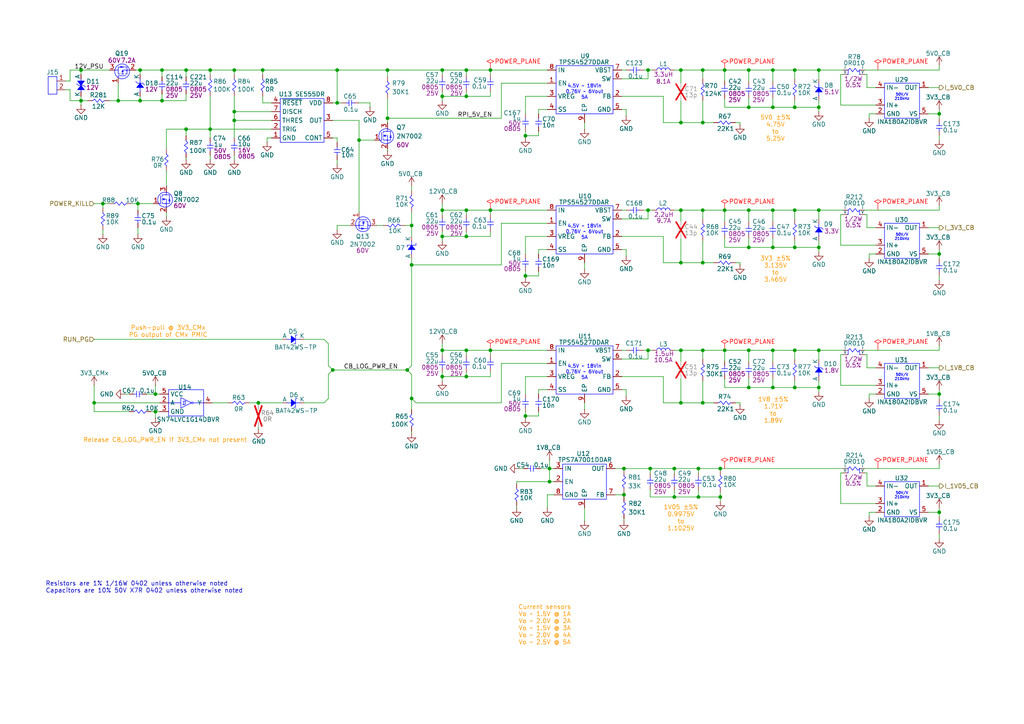
<source format=kicad_sch>
(kicad_sch (version 20250114) (generator "eeschema") (generator_version "9.0")
  (paper "A4")
  (title_block (title "RPI CMx Carrier") (date "2025-12-07") (rev "2.00-0A") (comment 1 "Jean-Francois Bilodeau") (comment 2 "P.Eng #6022173") (comment 3 "203-1690 Rue des quatre-saisons") (comment 4 "Sherbrooke, Canada, J1E0N2") (comment 5 "KiCad Rev 9.0") (comment 6 "TBD") (comment 7 "TBD") (comment 8 "WIP"))
  (text "3V3 ±5%\n3.135V\nto\n3.465V\n" (at 224.917 78.232 0) (effects (font (size 1.27 1.27))))
  (text "Release CB_LOG_PWR_EN if 3V3_CMx not present" (at 47.879 127.762 0) (effects (font (size 1.27 1.27))))
  (text "5V0 ±5%\n4.75V\nto\n5.25V\n" (at 224.917 37.338 0) (effects (font (size 1.27 1.27))))
  (text "1V8 ±5%\n1.71V\nto\n1.89V\n" (at 224.282 119.126 0) (effects (font (size 1.27 1.27))))
  (text "Current sensors\nVo ~ 1.5V @ 1A\nVo ~ 2.0V @ 2A\nVo ~ 1.5V @ 3A\nVo ~ 2.0V @ 4A\nVo ~ 2.5V @ 5A" (at 157.988 181.356 0) (effects (font (size 1.27 1.27))))
  (text "Resistors are 1% 1/16W 0402 unless otherwise noted\nCapacitors are 10% 50V X7R 0402 unless otherwise noted" (at 13.208 170.434 0) (effects (font (size 1.27 1.27)) (justify left)))
  (text "Push-pull @ 3V3_CMx\nPG output of CMx PMIC" (at 48.768 96.266 0) (effects (font (size 1.27 1.27))))
  (text "1V05 ±5%\n0.9975V\nto\n1.1025V\n" (at 197.485 150.368 0) (effects (font (size 1.27 1.27))))
  (junction (at 217.17 20.32))
  (junction (at 152.4 39.37))
  (junction (at 76.2 20.32))
  (junction (at 159.385 139.7))
  (junction (at 152.4 80.01))
  (junction (at 46.99 20.32))
  (junction (at 135.255 68.58))
  (junction (at 203.835 20.32))
  (junction (at 119.38 115.57))
  (junction (at 135.255 20.32))
  (junction (at 142.24 60.96))
  (junction (at 203.835 76.2))
  (junction (at 224.155 71.755))
  (junction (at 230.505 20.32))
  (junction (at 203.835 60.96))
  (junction (at 142.24 101.6))
  (junction (at 217.17 31.115))
  (junction (at 237.49 60.96))
  (junction (at 217.17 101.6))
  (junction (at 128.27 60.96))
  (junction (at 97.79 29.845))
  (junction (at 46.99 29.21))
  (junction (at 224.155 112.395))
  (junction (at 135.255 101.6))
  (junction (at 142.24 20.32))
  (junction (at 159.385 135.89))
  (junction (at 60.96 37.465))
  (junction (at 67.945 32.385))
  (junction (at 45.085 119.38))
  (junction (at 203.835 101.6))
  (junction (at 195.58 135.89))
  (junction (at 217.17 60.96))
  (junction (at 112.395 34.29))
  (junction (at 119.38 65.405))
  (junction (at 97.79 20.32))
  (junction (at 210.185 60.96))
  (junction (at 224.155 31.115))
  (junction (at 237.49 71.755))
  (junction (at 53.975 20.32))
  (junction (at 197.485 20.32))
  (junction (at 237.49 31.115))
  (junction (at 224.155 20.32))
  (junction (at 237.49 112.395))
  (junction (at 128.27 68.58))
  (junction (at 23.495 29.21))
  (junction (at 208.915 144.145))
  (junction (at 210.185 101.6))
  (junction (at 230.505 31.115))
  (junction (at 40.005 59.055))
  (junction (at 217.17 112.395))
  (junction (at 230.505 112.395))
  (junction (at 197.485 76.2))
  (junction (at 60.96 20.32))
  (junction (at 135.255 60.96))
  (junction (at 187.96 60.96))
  (junction (at 187.96 101.6))
  (junction (at 202.565 144.145))
  (junction (at 197.485 116.84))
  (junction (at 96.52 107.315))
  (junction (at 188.595 135.89))
  (junction (at 40.64 20.32))
  (junction (at 237.49 20.32))
  (junction (at 104.14 40.64))
  (junction (at 152.4 120.65))
  (junction (at 180.975 143.51))
  (junction (at 230.505 60.96))
  (junction (at 180.975 135.89))
  (junction (at 45.085 114.3))
  (junction (at 210.185 20.32))
  (junction (at 74.93 116.84))
  (junction (at 23.495 20.32))
  (junction (at 128.27 27.94))
  (junction (at 128.27 101.6))
  (junction (at 67.945 34.925))
  (junction (at 197.485 35.56))
  (junction (at 112.395 20.32))
  (junction (at 224.155 101.6))
  (junction (at 230.505 71.755))
  (junction (at 40.64 29.21))
  (junction (at 197.485 60.96))
  (junction (at 128.27 109.22))
  (junction (at 272.415 148.59))
  (junction (at 272.415 73.66))
  (junction (at 128.27 20.32))
  (junction (at 202.565 135.89))
  (junction (at 230.505 101.6))
  (junction (at 27.305 116.84))
  (junction (at 53.975 37.465))
  (junction (at 217.17 71.755))
  (junction (at 208.915 135.89))
  (junction (at 29.845 59.055))
  (junction (at 203.835 35.56))
  (junction (at 118.11 107.315))
  (junction (at 224.155 60.96))
  (junction (at 119.38 76.835))
  (junction (at 237.49 101.6))
  (junction (at 272.415 114.3))
  (junction (at 67.945 20.32))
  (junction (at 34.29 29.21))
  (junction (at 187.96 20.32))
  (junction (at 197.485 101.6))
  (junction (at 203.835 116.84))
  (junction (at 135.255 109.22))
  (junction (at 135.255 27.94))
  (junction (at 195.58 144.145))
  (junction (at 272.415 33.02))
  (wire (pts (xy 217.17 101.6) (xy 224.155 101.6)))
  (wire (pts (xy 210.185 60.96) (xy 217.17 60.96)))
  (wire (pts (xy 243.84 30.48) (xy 254 30.48)))
  (wire (pts (xy 169.545 116.84) (xy 169.545 118.745)))
  (wire (pts (xy 203.835 22.86) (xy 203.835 20.32)))
  (wire (pts (xy 142.24 101.6) (xy 142.24 102.87)))
  (wire (pts (xy 128.27 101.6) (xy 135.255 101.6)))
  (wire (pts (xy 197.485 109.855) (xy 197.485 116.84)))
  (wire (pts (xy 60.96 20.32) (xy 67.945 20.32)))
  (wire (pts (xy 74.93 116.84) (xy 81.915 116.84)))
  (wire (pts (xy 272.415 33.02) (xy 272.415 34.29)))
  (wire (pts (xy 224.155 101.6) (xy 230.505 101.6)))
  (wire (pts (xy 43.815 119.38) (xy 45.085 119.38)))
  (wire (pts (xy 20.32 20.32) (xy 23.495 20.32)))
  (wire (pts (xy 95.25 99.695) (xy 95.25 106.045)))
  (wire (pts (xy 53.975 39.37) (xy 53.975 37.465)))
  (wire (pts (xy 42.545 114.3) (xy 45.085 114.3)))
  (wire (pts (xy 67.945 21.59) (xy 67.945 20.32)))
  (wire (pts (xy 119.38 115.57) (xy 119.38 118.745)))
  (wire (pts (xy 210.185 109.855) (xy 210.185 112.395)))
  (wire (pts (xy 269.24 148.59) (xy 272.415 148.59)))
  (wire (pts (xy 152.4 80.01) (xy 156.21 80.01)))
  (wire (pts (xy 269.24 33.02) (xy 272.415 33.02)))
  (wire (pts (xy 20.32 20.32) (xy 20.32 23.495)))
  (wire (pts (xy 152.4 68.58) (xy 152.4 73.66)))
  (wire (pts (xy 250.825 62.23) (xy 251.46 62.23)))
  (wire (pts (xy 169.545 35.56) (xy 169.545 37.465)))
  (wire (pts (xy 23.495 20.32) (xy 23.495 21.59)))
  (wire (pts (xy 272.415 73.66) (xy 272.415 74.93)))
  (wire (pts (xy 112.395 34.29) (xy 112.395 35.56)))
  (wire (pts (xy 251.46 25.4) (xy 254 25.4)))
  (wire (pts (xy 210.185 104.775) (xy 210.185 101.6)))
  (wire (pts (xy 272.415 59.69) (xy 272.415 60.96)))
  (wire (pts (xy 107.315 29.845) (xy 107.315 31.115)))
  (wire (pts (xy 197.485 101.6) (xy 203.835 101.6)))
  (wire (pts (xy 230.505 69.85) (xy 230.505 71.755)))
  (wire (pts (xy 46.99 20.32) (xy 53.975 20.32)))
  (wire (pts (xy 119.38 125.095) (xy 119.38 125.73)))
  (wire (pts (xy 149.86 140.335) (xy 149.86 139.7)))
  (wire (pts (xy 272.415 120.65) (xy 272.415 121.92)))
  (wire (pts (xy 237.49 69.85) (xy 237.49 71.755)))
  (wire (pts (xy 60.96 27.94) (xy 60.96 37.465)))
  (wire (pts (xy 142.24 20.32) (xy 158.75 20.32)))
  (wire (pts (xy 217.17 104.775) (xy 217.17 101.6)))
  (wire (pts (xy 20.32 26.035) (xy 19.05 26.035)))
  (wire (pts (xy 152.4 38.1) (xy 152.4 39.37)))
  (wire (pts (xy 135.255 27.94) (xy 135.255 26.67)))
  (wire (pts (xy 27.305 119.38) (xy 27.305 116.84)))
  (wire (pts (xy 203.835 116.84) (xy 207.01 116.84)))
  (wire (pts (xy 224.155 112.395) (xy 217.17 112.395)))
  (wire (pts (xy 252.095 114.3) (xy 252.095 115.57)))
  (wire (pts (xy 180.975 135.89) (xy 180.975 136.525)))
  (wire (pts (xy 180.975 150.495) (xy 180.975 151.13)))
  (wire (pts (xy 53.975 27.305) (xy 53.975 29.21)))
  (wire (pts (xy 23.495 29.21) (xy 25.4 29.21)))
  (wire (pts (xy 23.495 29.21) (xy 23.495 30.48)))
  (wire (pts (xy 192.405 35.56) (xy 197.485 35.56)))
  (wire (pts (xy 197.485 20.32) (xy 203.835 20.32)))
  (wire (pts (xy 159.385 135.89) (xy 160.655 135.89)))
  (wire (pts (xy 188.595 142.24) (xy 188.595 144.145)))
  (wire (pts (xy 128.27 21.59) (xy 128.27 20.32)))
  (wire (pts (xy 180.34 22.86) (xy 187.96 22.86)))
  (wire (pts (xy 217.17 60.96) (xy 224.155 60.96)))
  (wire (pts (xy 195.58 137.16) (xy 195.58 135.89)))
  (wire (pts (xy 252.095 73.66) (xy 254 73.66)))
  (wire (pts (xy 243.84 21.59) (xy 244.475 21.59)))
  (wire (pts (xy 135.255 109.22) (xy 135.255 107.95)))
  (wire (pts (xy 48.26 49.53) (xy 48.26 53.975)))
  (wire (pts (xy 48.26 61.595) (xy 48.26 62.865)))
  (wire (pts (xy 128.27 60.96) (xy 135.255 60.96)))
  (wire (pts (xy 45.085 119.38) (xy 45.085 121.285)))
  (wire (pts (xy 203.835 116.84) (xy 197.485 116.84)))
  (wire (pts (xy 152.4 27.94) (xy 158.75 27.94)))
  (wire (pts (xy 217.17 23.495) (xy 217.17 20.32)))
  (wire (pts (xy 104.14 40.64) (xy 104.14 61.595)))
  (wire (pts (xy 53.975 37.465) (xy 60.96 37.465)))
  (wire (pts (xy 67.945 20.32) (xy 76.2 20.32)))
  (wire (pts (xy 237.49 22.86) (xy 237.49 20.32)))
  (wire (pts (xy 135.255 62.23) (xy 135.255 60.96)))
  (wire (pts (xy 237.49 60.96) (xy 237.49 63.5)))
  (wire (pts (xy 217.17 20.32) (xy 224.155 20.32)))
  (wire (pts (xy 142.24 26.67) (xy 142.24 27.94)))
  (wire (pts (xy 76.2 20.32) (xy 76.2 21.59)))
  (wire (pts (xy 237.49 110.49) (xy 237.49 112.395)))
  (wire (pts (xy 96.52 107.315) (xy 118.11 107.315)))
  (wire (pts (xy 208.915 144.145) (xy 208.915 145.415)))
  (wire (pts (xy 237.49 112.395) (xy 237.49 113.665)))
  (wire (pts (xy 269.24 114.3) (xy 272.415 114.3)))
  (wire (pts (xy 112.395 43.18) (xy 112.395 43.815)))
  (wire (pts (xy 38.1 59.055) (xy 40.005 59.055)))
  (wire (pts (xy 230.505 101.6) (xy 237.49 101.6)))
  (wire (pts (xy 197.485 29.21) (xy 197.485 35.56)))
  (wire (pts (xy 117.475 65.405) (xy 119.38 65.405)))
  (wire (pts (xy 27.305 98.425) (xy 81.915 98.425)))
  (wire (pts (xy 272.415 114.3) (xy 272.415 115.57)))
  (wire (pts (xy 128.27 26.67) (xy 128.27 27.94)))
  (wire (pts (xy 243.84 71.12) (xy 254 71.12)))
  (wire (pts (xy 237.49 71.755) (xy 237.49 73.025)))
  (wire (pts (xy 135.255 21.59) (xy 135.255 20.32)))
  (wire (pts (xy 237.49 20.32) (xy 230.505 20.32)))
  (wire (pts (xy 34.29 29.21) (xy 40.64 29.21)))
  (wire (pts (xy 48.26 37.465) (xy 53.975 37.465)))
  (wire (pts (xy 203.835 104.14) (xy 203.835 101.6)))
  (wire (pts (xy 217.17 71.755) (xy 217.17 69.215)))
  (wire (pts (xy 224.155 71.755) (xy 217.17 71.755)))
  (wire (pts (xy 34.29 24.13) (xy 34.29 29.21)))
  (wire (pts (xy 187.96 101.6) (xy 187.96 104.14)))
  (wire (pts (xy 237.49 31.115) (xy 230.505 31.115)))
  (wire (pts (xy 74.93 123.825) (xy 74.93 124.46)))
  (wire (pts (xy 37.465 119.38) (xy 27.305 119.38)))
  (wire (pts (xy 135.255 60.96) (xy 142.24 60.96)))
  (wire (pts (xy 180.34 20.32) (xy 181.61 20.32)))
  (wire (pts (xy 203.835 110.49) (xy 203.835 116.84)))
  (wire (pts (xy 203.835 63.5) (xy 203.835 60.96)))
  (wire (pts (xy 152.4 78.74) (xy 152.4 80.01)))
  (wire (pts (xy 197.485 104.775) (xy 197.485 101.6)))
  (wire (pts (xy 118.11 107.315) (xy 119.38 106.045)))
  (wire (pts (xy 178.435 135.89) (xy 180.975 135.89)))
  (wire (pts (xy 230.505 60.96) (xy 224.155 60.96)))
  (wire (pts (xy 104.14 40.64) (xy 108.585 40.64)))
  (wire (pts (xy 250.825 137.16) (xy 251.46 137.16)))
  (wire (pts (xy 96.52 34.925) (xy 104.14 34.925)))
  (wire (pts (xy 250.825 101.6) (xy 272.415 101.6)))
  (wire (pts (xy 53.975 20.32) (xy 53.975 22.225)))
  (wire (pts (xy 272.415 72.39) (xy 272.415 73.66)))
  (wire (pts (xy 29.845 59.055) (xy 29.845 60.325)))
  (wire (pts (xy 145.415 64.77) (xy 145.415 76.835)))
  (wire (pts (xy 104.14 29.845) (xy 107.315 29.845)))
  (wire (pts (xy 180.34 60.96) (xy 181.61 60.96)))
  (wire (pts (xy 53.975 45.72) (xy 53.975 46.355)))
  (wire (pts (xy 243.84 62.23) (xy 243.84 71.12)))
  (wire (pts (xy 224.155 109.855) (xy 224.155 112.395)))
  (wire (pts (xy 250.825 21.59) (xy 251.46 21.59)))
  (wire (pts (xy 60.96 45.085) (xy 60.96 46.355)))
  (wire (pts (xy 187.96 20.32) (xy 187.96 22.86)))
  (wire (pts (xy 180.34 68.58) (xy 192.405 68.58)))
  (wire (pts (xy 217.17 112.395) (xy 217.17 109.855)))
  (wire (pts (xy 187.96 60.96) (xy 187.96 63.5)))
  (wire (pts (xy 29.845 66.675) (xy 29.845 67.945)))
  (wire (pts (xy 46.99 27.305) (xy 46.99 29.21)))
  (wire (pts (xy 60.96 40.005) (xy 60.96 37.465)))
  (wire (pts (xy 112.395 20.32) (xy 128.27 20.32)))
  (wire (pts (xy 128.27 67.31) (xy 128.27 68.58)))
  (wire (pts (xy 135.255 68.58) (xy 135.255 67.31)))
  (wire (pts (xy 142.24 68.58) (xy 135.255 68.58)))
  (wire (pts (xy 88.265 116.84) (xy 93.98 116.84)))
  (wire (pts (xy 251.46 102.87) (xy 251.46 106.68)))
  (wire (pts (xy 180.34 63.5) (xy 187.96 63.5)))
  (wire (pts (xy 74.93 116.84) (xy 74.93 117.475)))
  (wire (pts (xy 180.34 113.03) (xy 181.61 113.03)))
  (wire (pts (xy 156.21 113.03) (xy 156.21 114.3)))
  (wire (pts (xy 60.96 20.32) (xy 60.96 21.59)))
  (wire (pts (xy 237.49 60.96) (xy 244.475 60.96)))
  (wire (pts (xy 67.945 32.385) (xy 67.945 34.925)))
  (wire (pts (xy 250.825 60.96) (xy 272.415 60.96)))
  (wire (pts (xy 210.185 28.575) (xy 210.185 31.115)))
  (wire (pts (xy 272.415 154.94) (xy 272.415 156.21)))
  (wire (pts (xy 237.49 101.6) (xy 237.49 104.14)))
  (wire (pts (xy 61.595 116.84) (xy 66.04 116.84)))
  (wire (pts (xy 187.96 101.6) (xy 189.23 101.6)))
  (wire (pts (xy 120.65 116.84) (xy 145.415 116.84)))
  (wire (pts (xy 188.595 135.89) (xy 188.595 137.16)))
  (wire (pts (xy 19.05 23.495) (xy 20.32 23.495)))
  (wire (pts (xy 180.34 109.22) (xy 192.405 109.22)))
  (wire (pts (xy 217.17 64.135) (xy 217.17 60.96)))
  (wire (pts (xy 251.46 21.59) (xy 251.46 25.4)))
  (wire (pts (xy 23.495 27.94) (xy 23.495 29.21)))
  (wire (pts (xy 237.49 31.115) (xy 237.49 32.385)))
  (wire (pts (xy 95.25 106.045) (xy 96.52 107.315)))
  (wire (pts (xy 156.21 31.75) (xy 156.21 33.02)))
  (wire (pts (xy 192.405 116.84) (xy 197.485 116.84)))
  (wire (pts (xy 27.305 59.055) (xy 29.845 59.055)))
  (wire (pts (xy 186.69 60.96) (xy 187.96 60.96)))
  (wire (pts (xy 40.64 20.32) (xy 40.64 21.59)))
  (wire (pts (xy 23.495 20.32) (xy 31.75 20.32)))
  (wire (pts (xy 195.58 20.32) (xy 197.485 20.32)))
  (wire (pts (xy 152.4 109.22) (xy 152.4 114.3)))
  (wire (pts (xy 158.75 143.51) (xy 158.75 147.32)))
  (wire (pts (xy 208.915 135.89) (xy 244.475 135.89)))
  (wire (pts (xy 119.38 53.975) (xy 119.38 55.245)))
  (wire (pts (xy 251.46 66.04) (xy 254 66.04)))
  (wire (pts (xy 269.24 25.4) (xy 272.415 25.4)))
  (wire (pts (xy 192.405 109.22) (xy 192.405 116.84)))
  (wire (pts (xy 272.415 19.05) (xy 272.415 20.32)))
  (wire (pts (xy 202.565 142.24) (xy 202.565 144.145)))
  (wire (pts (xy 195.58 144.145) (xy 195.58 142.24)))
  (wire (pts (xy 145.415 64.77) (xy 158.75 64.77)))
  (wire (pts (xy 192.405 76.2) (xy 197.485 76.2)))
  (wire (pts (xy 250.825 20.32) (xy 272.415 20.32)))
  (wire (pts (xy 159.385 135.89) (xy 159.385 139.7)))
  (wire (pts (xy 97.79 40.005) (xy 97.79 41.275)))
  (wire (pts (xy 156.21 72.39) (xy 158.75 72.39)))
  (wire (pts (xy 252.095 148.59) (xy 252.095 149.86)))
  (wire (pts (xy 187.96 20.32) (xy 189.23 20.32)))
  (wire (pts (xy 20.32 29.21) (xy 23.495 29.21)))
  (wire (pts (xy 119.38 74.93) (xy 119.38 76.835)))
  (wire (pts (xy 53.975 20.32) (xy 60.96 20.32)))
  (wire (pts (xy 195.58 135.89) (xy 202.565 135.89)))
  (wire (pts (xy 149.86 139.7) (xy 159.385 139.7)))
  (wire (pts (xy 128.27 107.95) (xy 128.27 109.22)))
  (wire (pts (xy 203.835 20.32) (xy 210.185 20.32)))
  (wire (pts (xy 152.4 119.38) (xy 152.4 120.65)))
  (wire (pts (xy 224.155 64.135) (xy 224.155 60.96)))
  (wire (pts (xy 128.27 27.94) (xy 128.27 29.21)))
  (wire (pts (xy 213.36 35.56) (xy 214.63 35.56)))
  (wire (pts (xy 72.39 116.84) (xy 74.93 116.84)))
  (wire (pts (xy 88.265 98.425) (xy 93.98 98.425)))
  (wire (pts (xy 169.545 76.2) (xy 169.545 78.105)))
  (wire (pts (xy 76.2 27.94) (xy 76.2 29.845)))
  (wire (pts (xy 77.47 41.275) (xy 77.47 40.005)))
  (wire (pts (xy 96.52 29.845) (xy 97.79 29.845)))
  (wire (pts (xy 224.155 23.495) (xy 224.155 20.32)))
  (wire (pts (xy 269.24 66.04) (xy 272.415 66.04)))
  (wire (pts (xy 95.25 108.585) (xy 96.52 107.315)))
  (wire (pts (xy 252.095 148.59) (xy 254 148.59)))
  (wire (pts (xy 97.79 65.405) (xy 97.79 66.675)))
  (wire (pts (xy 250.825 135.89) (xy 272.415 135.89)))
  (wire (pts (xy 243.84 62.23) (xy 244.475 62.23)))
  (wire (pts (xy 187.96 60.96) (xy 189.23 60.96)))
  (wire (pts (xy 214.63 116.84) (xy 214.63 117.475)))
  (wire (pts (xy 119.38 76.835) (xy 119.38 106.045)))
  (wire (pts (xy 128.27 102.87) (xy 128.27 101.6)))
  (wire (pts (xy 180.34 72.39) (xy 181.61 72.39)))
  (wire (pts (xy 142.24 60.96) (xy 158.75 60.96)))
  (wire (pts (xy 272.415 113.03) (xy 272.415 114.3)))
  (wire (pts (xy 230.505 31.115) (xy 224.155 31.115)))
  (wire (pts (xy 243.84 111.76) (xy 254 111.76)))
  (wire (pts (xy 112.395 20.32) (xy 112.395 22.225)))
  (wire (pts (xy 46.99 20.32) (xy 46.99 22.225)))
  (wire (pts (xy 45.085 111.76) (xy 45.085 114.3)))
  (wire (pts (xy 93.98 98.425) (xy 95.25 99.695)))
  (wire (pts (xy 145.415 24.13) (xy 145.415 34.29)))
  (wire (pts (xy 96.52 40.005) (xy 97.79 40.005)))
  (wire (pts (xy 180.34 101.6) (xy 181.61 101.6)))
  (wire (pts (xy 202.565 144.145) (xy 195.58 144.145)))
  (wire (pts (xy 156.21 113.03) (xy 158.75 113.03)))
  (wire (pts (xy 243.84 102.87) (xy 244.475 102.87)))
  (wire (pts (xy 135.255 20.32) (xy 142.24 20.32)))
  (wire (pts (xy 149.86 146.685) (xy 149.86 147.32)))
  (wire (pts (xy 135.255 102.87) (xy 135.255 101.6)))
  (wire (pts (xy 40.005 59.055) (xy 40.005 60.96)))
  (wire (pts (xy 197.485 64.135) (xy 197.485 60.96)))
  (wire (pts (xy 27.305 111.76) (xy 27.305 116.84)))
  (wire (pts (xy 197.485 24.13) (xy 197.485 20.32)))
  (wire (pts (xy 224.155 31.115) (xy 217.17 31.115)))
  (wire (pts (xy 251.46 106.68) (xy 254 106.68)))
  (wire (pts (xy 128.27 62.23) (xy 128.27 60.96)))
  (wire (pts (xy 252.095 114.3) (xy 254 114.3)))
  (wire (pts (xy 272.415 134.62) (xy 272.415 135.89)))
  (wire (pts (xy 156.21 119.38) (xy 156.21 120.65)))
  (wire (pts (xy 208.915 136.525) (xy 208.915 135.89)))
  (wire (pts (xy 145.415 105.41) (xy 158.75 105.41)))
  (wire (pts (xy 118.11 107.315) (xy 119.38 108.585)))
  (wire (pts (xy 210.185 23.495) (xy 210.185 20.32)))
  (wire (pts (xy 36.195 114.3) (xy 37.465 114.3)))
  (wire (pts (xy 112.395 28.575) (xy 112.395 34.29)))
  (wire (pts (xy 156.21 38.1) (xy 156.21 39.37)))
  (wire (pts (xy 95.25 108.585) (xy 95.25 115.57)))
  (wire (pts (xy 40.64 29.21) (xy 46.99 29.21)))
  (wire (pts (xy 214.63 76.2) (xy 214.63 76.835)))
  (wire (pts (xy 145.415 24.13) (xy 158.75 24.13)))
  (wire (pts (xy 237.49 60.96) (xy 230.505 60.96)))
  (wire (pts (xy 210.185 112.395) (xy 217.17 112.395)))
  (wire (pts (xy 243.84 137.16) (xy 243.84 146.05)))
  (wire (pts (xy 160.655 143.51) (xy 158.75 143.51)))
  (wire (pts (xy 243.84 137.16) (xy 244.475 137.16)))
  (wire (pts (xy 119.38 108.585) (xy 119.38 115.57)))
  (wire (pts (xy 128.27 20.32) (xy 135.255 20.32)))
  (wire (pts (xy 67.945 45.085) (xy 67.945 46.355)))
  (wire (pts (xy 159.385 139.7) (xy 160.655 139.7)))
  (wire (pts (xy 210.185 101.6) (xy 203.835 101.6)))
  (wire (pts (xy 95.25 115.57) (xy 93.98 116.84)))
  (wire (pts (xy 45.085 114.3) (xy 46.355 114.3)))
  (wire (pts (xy 78.74 34.925) (xy 67.945 34.925)))
  (wire (pts (xy 97.79 29.845) (xy 97.79 20.32)))
  (wire (pts (xy 230.505 29.21) (xy 230.505 31.115)))
  (wire (pts (xy 203.835 69.85) (xy 203.835 76.2)))
  (wire (pts (xy 224.155 104.775) (xy 224.155 101.6)))
  (wire (pts (xy 192.405 27.94) (xy 192.405 35.56)))
  (wire (pts (xy 128.27 109.22) (xy 128.27 110.49)))
  (wire (pts (xy 224.155 28.575) (xy 224.155 31.115)))
  (wire (pts (xy 230.505 104.14) (xy 230.505 101.6)))
  (wire (pts (xy 210.185 31.115) (xy 217.17 31.115)))
  (wire (pts (xy 230.505 20.32) (xy 224.155 20.32)))
  (wire (pts (xy 109.22 65.405) (xy 111.125 65.405)))
  (wire (pts (xy 237.49 20.32) (xy 244.475 20.32)))
  (wire (pts (xy 269.24 140.97) (xy 272.415 140.97)))
  (wire (pts (xy 188.595 144.145) (xy 195.58 144.145)))
  (wire (pts (xy 180.34 27.94) (xy 192.405 27.94)))
  (wire (pts (xy 152.4 68.58) (xy 158.75 68.58)))
  (wire (pts (xy 197.485 60.96) (xy 203.835 60.96)))
  (wire (pts (xy 203.835 35.56) (xy 207.01 35.56)))
  (wire (pts (xy 186.69 101.6) (xy 187.96 101.6)))
  (wire (pts (xy 180.34 104.14) (xy 187.96 104.14)))
  (wire (pts (xy 197.485 69.215) (xy 197.485 76.2)))
  (wire (pts (xy 97.79 46.355) (xy 97.79 47.625)))
  (wire (pts (xy 250.825 102.87) (xy 251.46 102.87)))
  (wire (pts (xy 128.27 68.58) (xy 128.27 69.85)))
  (wire (pts (xy 128.27 27.94) (xy 135.255 27.94)))
  (wire (pts (xy 180.975 143.51) (xy 180.975 144.145)))
  (wire (pts (xy 214.63 35.56) (xy 214.63 36.195)))
  (wire (pts (xy 119.38 61.595) (xy 119.38 65.405)))
  (wire (pts (xy 210.185 69.215) (xy 210.185 71.755)))
  (wire (pts (xy 156.845 135.89) (xy 159.385 135.89)))
  (wire (pts (xy 188.595 135.89) (xy 195.58 135.89)))
  (wire (pts (xy 142.24 27.94) (xy 135.255 27.94)))
  (wire (pts (xy 180.34 31.75) (xy 181.61 31.75)))
  (wire (pts (xy 142.24 107.95) (xy 142.24 109.22)))
  (wire (pts (xy 269.24 106.68) (xy 272.415 106.68)))
  (wire (pts (xy 213.36 76.2) (xy 214.63 76.2)))
  (wire (pts (xy 203.835 60.96) (xy 210.185 60.96)))
  (wire (pts (xy 272.415 80.01) (xy 272.415 81.28)))
  (wire (pts (xy 195.58 101.6) (xy 197.485 101.6)))
  (wire (pts (xy 181.61 113.03) (xy 181.61 114.935)))
  (wire (pts (xy 40.005 66.04) (xy 40.005 67.945)))
  (wire (pts (xy 152.4 39.37) (xy 156.21 39.37)))
  (wire (pts (xy 208.915 144.145) (xy 202.565 144.145)))
  (wire (pts (xy 243.84 146.05) (xy 254 146.05)))
  (wire (pts (xy 128.27 109.22) (xy 135.255 109.22)))
  (wire (pts (xy 31.75 29.21) (xy 34.29 29.21)))
  (wire (pts (xy 119.38 65.405) (xy 119.38 68.58)))
  (wire (pts (xy 208.915 135.89) (xy 202.565 135.89)))
  (wire (pts (xy 237.49 112.395) (xy 230.505 112.395)))
  (wire (pts (xy 251.46 137.16) (xy 251.46 140.97)))
  (wire (pts (xy 40.64 27.94) (xy 40.64 29.21)))
  (wire (pts (xy 252.095 73.66) (xy 252.095 74.93)))
  (wire (pts (xy 210.185 71.755) (xy 217.17 71.755)))
  (wire (pts (xy 197.485 35.56) (xy 203.835 35.56)))
  (wire (pts (xy 169.545 147.32) (xy 169.545 151.13)))
  (wire (pts (xy 20.32 26.035) (xy 20.32 29.21)))
  (wire (pts (xy 210.185 20.32) (xy 217.17 20.32)))
  (wire (pts (xy 97.79 65.405) (xy 101.6 65.405)))
  (wire (pts (xy 135.255 101.6) (xy 142.24 101.6)))
  (wire (pts (xy 272.415 147.32) (xy 272.415 148.59)))
  (wire (pts (xy 202.565 137.16) (xy 202.565 135.89)))
  (wire (pts (xy 180.975 135.89) (xy 188.595 135.89)))
  (wire (pts (xy 180.975 142.875) (xy 180.975 143.51)))
  (wire (pts (xy 272.415 39.37) (xy 272.415 40.64)))
  (wire (pts (xy 142.24 109.22) (xy 135.255 109.22)))
  (wire (pts (xy 272.415 148.59) (xy 272.415 149.86)))
  (wire (pts (xy 230.505 63.5) (xy 230.505 60.96)))
  (wire (pts (xy 27.305 116.84) (xy 46.355 116.84)))
  (wire (pts (xy 230.505 71.755) (xy 224.155 71.755)))
  (wire (pts (xy 210.185 101.6) (xy 217.17 101.6)))
  (wire (pts (xy 67.945 27.94) (xy 67.945 32.385)))
  (wire (pts (xy 237.49 29.21) (xy 237.49 31.115)))
  (wire (pts (xy 152.4 80.01) (xy 152.4 80.645)))
  (wire (pts (xy 76.2 20.32) (xy 97.79 20.32)))
  (wire (pts (xy 230.505 110.49) (xy 230.505 112.395)))
  (wire (pts (xy 195.58 60.96) (xy 197.485 60.96)))
  (wire (pts (xy 104.14 34.925) (xy 104.14 40.64)))
  (wire (pts (xy 272.415 100.33) (xy 272.415 101.6)))
  (wire (pts (xy 142.24 60.96) (xy 142.24 62.23)))
  (wire (pts (xy 97.79 20.32) (xy 112.395 20.32)))
  (wire (pts (xy 213.36 116.84) (xy 214.63 116.84)))
  (wire (pts (xy 128.27 99.695) (xy 128.27 101.6)))
  (wire (pts (xy 237.49 71.755) (xy 230.505 71.755)))
  (wire (pts (xy 128.27 59.055) (xy 128.27 60.96)))
  (wire (pts (xy 203.835 76.2) (xy 197.485 76.2)))
  (wire (pts (xy 251.46 140.97) (xy 254 140.97)))
  (wire (pts (xy 192.405 68.58) (xy 192.405 76.2)))
  (wire (pts (xy 78.74 29.845) (xy 76.2 29.845)))
  (wire (pts (xy 112.395 34.29) (xy 145.415 34.29)))
  (wire (pts (xy 128.27 68.58) (xy 135.255 68.58)))
  (wire (pts (xy 156.21 72.39) (xy 156.21 73.66)))
  (wire (pts (xy 243.84 102.87) (xy 243.84 111.76)))
  (wire (pts (xy 145.415 105.41) (xy 145.415 116.84)))
  (wire (pts (xy 152.4 120.65) (xy 152.4 121.285)))
  (wire (pts (xy 159.385 133.35) (xy 159.385 135.89)))
  (wire (pts (xy 181.61 72.39) (xy 181.61 74.295)))
  (wire (pts (xy 230.505 112.395) (xy 224.155 112.395)))
  (wire (pts (xy 142.24 20.32) (xy 142.24 21.59)))
  (wire (pts (xy 150.495 135.89) (xy 151.765 135.89)))
  (wire (pts (xy 45.085 119.38) (xy 46.355 119.38)))
  (wire (pts (xy 252.095 33.02) (xy 252.095 34.29)))
  (wire (pts (xy 230.505 22.86) (xy 230.505 20.32)))
  (wire (pts (xy 272.415 31.75) (xy 272.415 33.02)))
  (wire (pts (xy 39.37 20.32) (xy 40.64 20.32)))
  (wire (pts (xy 252.095 33.02) (xy 254 33.02)))
  (wire (pts (xy 40.005 59.055) (xy 44.45 59.055)))
  (wire (pts (xy 77.47 40.005) (xy 78.74 40.005)))
  (wire (pts (xy 46.99 29.21) (xy 53.975 29.21)))
  (wire (pts (xy 142.24 67.31) (xy 142.24 68.58)))
  (wire (pts (xy 251.46 62.23) (xy 251.46 66.04)))
  (wire (pts (xy 29.845 59.055) (xy 31.75 59.055)))
  (wire (pts (xy 152.4 39.37) (xy 152.4 40.005)))
  (wire (pts (xy 48.26 37.465) (xy 48.26 43.18)))
  (wire (pts (xy 181.61 31.75) (xy 181.61 33.655)))
  (wire (pts (xy 237.49 101.6) (xy 244.475 101.6)))
  (wire (pts (xy 156.21 31.75) (xy 158.75 31.75)))
  (wire (pts (xy 217.17 31.115) (xy 217.17 28.575)))
  (wire (pts (xy 142.24 101.6) (xy 158.75 101.6)))
  (wire (pts (xy 203.835 76.2) (xy 207.01 76.2)))
  (wire (pts (xy 40.64 20.32) (xy 46.99 20.32)))
  (wire (pts (xy 156.21 78.74) (xy 156.21 80.01)))
  (wire (pts (xy 203.835 29.21) (xy 203.835 35.56)))
  (wire (pts (xy 180.975 143.51) (xy 178.435 143.51)))
  (wire (pts (xy 152.4 120.65) (xy 156.21 120.65)))
  (wire (pts (xy 67.945 34.925) (xy 67.945 40.005)))
  (wire (pts (xy 210.185 64.135) (xy 210.185 60.96)))
  (wire (pts (xy 97.79 29.845) (xy 99.06 29.845)))
  (wire (pts (xy 152.4 109.22) (xy 158.75 109.22)))
  (wire (pts (xy 224.155 69.215) (xy 224.155 71.755)))
  (wire (pts (xy 152.4 27.94) (xy 152.4 33.02)))
  (wire (pts (xy 119.38 76.835) (xy 145.415 76.835)))
  (wire (pts (xy 60.96 37.465) (xy 78.74 37.465)))
  (wire (pts (xy 67.945 32.385) (xy 78.74 32.385)))
  (wire (pts (xy 208.915 142.875) (xy 208.915 144.145)))
  (wire (pts (xy 243.84 21.59) (xy 243.84 30.48)))
  (wire (pts (xy 119.38 115.57) (xy 120.65 116.84)))
  (wire (pts (xy 186.69 20.32) (xy 187.96 20.32)))
  (wire (pts (xy 269.24 73.66) (xy 272.415 73.66)))
  (label "12V_PSU" (at 21.59 20.32 0))
  (label "RPI_5V_EN" (at 132.715 34.29 0))
  (label "CB_LOG_PWR_EN" (at 99.695 107.315 0))
  (hierarchical_label "I_3V3_CB" (shape output) (at 272.415 66.04 0))
  (hierarchical_label "POWER_KILL" (shape input) (at 27.305 59.055 180))
  (hierarchical_label "I_1V05_CB" (shape output) (at 272.415 140.97 0))
  (hierarchical_label "RUN_PG" (shape input) (at 27.305 98.425 180))
  (hierarchical_label "I_1V8_CB" (shape output) (at 272.415 106.68 0))
  (hierarchical_label "I_5V0_CB" (shape output) (at 272.415 25.4 0))
  (netclass_flag "" (length 2.54) (shape diamond) (at 142.24 101.6 0) (property "Netclass" "POWER_PLANE" (at 143.4465 99.06 0) (effects (justify left))))
  (netclass_flag "" (length 2.54) (shape diamond) (at 254.635 60.96 0) (property "Netclass" "POWER_PLANE" (at 255.8415 58.42 0) (effects (justify left))))
  (netclass_flag "" (length 2.54) (shape diamond) (at 254.635 135.89 0) (property "Netclass" "POWER_PLANE" (at 255.8415 133.35 0) (effects (justify left))))
  (netclass_flag "" (length 2.54) (shape diamond) (at 142.24 20.32 0) (property "Netclass" "POWER_PLANE" (at 143.4465 17.78 0) (effects (justify left))))
  (netclass_flag "" (length 2.54) (shape diamond) (at 210.185 101.6 0) (property "Netclass" "POWER_PLANE" (at 211.3915 99.06 0) (effects (justify left))))
  (netclass_flag "" (length 2.54) (shape diamond) (at 142.24 60.96 0) (property "Netclass" "POWER_PLANE" (at 143.4465 58.42 0) (effects (justify left))))
  (netclass_flag "" (length 2.54) (shape diamond) (at 254.635 101.6 0) (property "Netclass" "POWER_PLANE" (at 255.8415 99.06 0) (effects (justify left))))
  (netclass_flag "" (length 2.54) (shape diamond) (at 210.185 60.96 0) (property "Netclass" "POWER_PLANE" (at 211.3915 58.42 0) (effects (justify left))))
  (netclass_flag "" (length 2.54) (shape diamond) (at 210.185 20.32 0) (property "Netclass" "POWER_PLANE" (at 211.3915 17.78 0) (effects (justify left))))
  (netclass_flag "" (length 2.54) (shape diamond) (at 210.185 135.89 0) (property "Netclass" "POWER_PLANE" (at 211.3915 133.35 0) (effects (justify left))))
  (netclass_flag "" (length 2.54) (shape diamond) (at 254.635 20.32 0) (property "Netclass" "POWER_PLANE" (at 255.8415 17.78 0) (effects (justify left))))
  (symbol (lib_id "KicadCompDb:Capacitors/CAP_CER_SMT_00011") (at 135.255 67.31 270) (mirror x) (unit 1)
    (property "Reference" "C62" (at 134.239 62.357 90) (effects (justify right)))
    (property "Value" "22u" (at 134.239 64.135 90) (effects (justify right)))
    (property "Footprint" "footprint:CAP_NONPOL_0805" (effects (hide yes)))
    (property "Datasheet" "https://mm.digikey.com/Volume0/opasdata/d220001/medias/docus/339/CL21A226MAYNNNE_Spec.pdf" (effects (hide yes)))
    (property "Description" "CAP CER 22UF 25V X5R 0805" (effects (hide yes)))
    (property "Tolerance" "±20%" (effects (hide yes)))
    (property "Dielectric" "X5R" (effects (hide yes)))
    (property "Package" "0805" (at 134.239 65.913 90) (effects (justify right)))
    (property "Operating Temperature" "-55°C ~ 85°C" (effects (hide yes)))
    (property "Voltage Rating" "25V" (at 134.239 67.691 90) (effects (justify right)))
    (property "Manufacturer" "Samsung Electro-Mechanics" (effects (hide yes)))
    (property "Manufacturer Part Number" "CL21A226MAYNNNE" (effects (hide yes)))
    (property "Distributor" "DigiKey" (effects (hide yes)))
    (property "Distributor Part Number" "1276-CL21A226MAYNNNECT-ND" (effects (hide yes)))
    (property "Type" "CER SMT" (effects (hide yes)))
    (property "Dimensions" "2.00mm x 1.25mm" (effects (hide yes)))
  )
  (symbol (lib_id "KiCad_Pwr_Symbols:GND") (at 272.415 40.64 0) (unit 1)
    (property "Reference" "#PWR0276" (effects (hide yes)))
    (property "Value" "GND" (at 272.415 44.323 0))
    (property "Description" "Power symbol creates a global label with name \"GND\" , ground" (effects (hide yes)))
  )
  (symbol (lib_id "KiCad_Pwr_Symbols:GND") (at 272.415 81.28 0) (unit 1)
    (property "Reference" "#PWR0274" (effects (hide yes)))
    (property "Value" "GND" (at 272.415 84.963 0))
    (property "Description" "Power symbol creates a global label with name \"GND\" , ground" (effects (hide yes)))
  )
  (symbol (lib_id "KiCad_Pwr_Symbols:GND") (at 214.63 36.195 0) (unit 1)
    (property "Reference" "#PWR085" (effects (hide yes)))
    (property "Value" "GND" (at 214.63 39.878 0))
    (property "Description" "Power symbol creates a global label with name \"GND\" , ground" (effects (hide yes)))
  )
  (symbol (lib_id "KicadCompDb:Capacitors/CAP_CER_SMT_00001") (at 104.14 29.845 180) (unit 1)
    (property "Reference" "C65" (at 99.568 27.94 0) (effects (justify right)))
    (property "Value" "0.1u" (at 99.568 31.75 0) (effects (justify right)))
    (property "Footprint" "footprint:CAP_NONPOL_0402" (effects (hide yes)))
    (property "Datasheet" "https://search.murata.co.jp/Ceramy/image/img/A01X/G101/ENG/GRM155R71H104KE14-01.pdf" (effects (hide yes)))
    (property "Description" "CAP CER 0.1UF 50V X7R 0402" (effects (hide yes)))
    (property "Tolerance" "±10%" (effects (hide yes)))
    (property "Dielectric" "X7R" (effects (hide yes)))
    (property "Package" "0402" (effects (hide yes)))
    (property "Operating Temperature" "-55°C ~ 125°C" (effects (hide yes)))
    (property "Voltage Rating" "50V" (effects (hide yes)))
    (property "Manufacturer" "Murata Electronics" (effects (hide yes)))
    (property "Manufacturer Part Number" "GRM155R71H104KE14D" (effects (hide yes)))
    (property "Distributor" "DigiKey" (effects (hide yes)))
    (property "Distributor Part Number" "490-10700-1-ND" (effects (hide yes)))
    (property "Type" "CER SMT" (effects (hide yes)))
    (property "Dimensions" "1.00mm x 0.50mm" (effects (hide yes)))
  )
  (symbol (lib_id "KiCad_Pwr_Symbols:GND") (at 180.975 151.13 0) (unit 1)
    (property "Reference" "#PWR0103" (effects (hide yes)))
    (property "Value" "GND" (at 180.975 154.813 0))
    (property "Description" "Power symbol creates a global label with name \"GND\" , ground" (effects (hide yes)))
  )
  (symbol (lib_id "KicadCompDb:Amplifier/AMP_00001") (at 256.54 139.7 0) (unit 1)
    (property "Reference" "U32" (at 261.493 138.684 0))
    (property "Value" "INA180A2IDBVR" (at 261.747 150.876 0))
    (property "Footprint" "footprint:SOT-23-5" (effects (hide yes)))
    (property "Datasheet" "https://www.ti.com/lit/ds/symlink/ina180.pdf?HQS=dis-dk-null-digikeymode-dsf-pf-null-wwe&ts=1767378345381&ref_url=https%253A%252F%252Fwww.ti.com%252Fgeneral%252Fdocs%252Fsuppproductinfo.tsp%253FdistId%253D10%2526gotoUrl%253Dhttps%253A%252F%252Fwww.ti.com%252Flit%252Fgpn%252Fina180" (effects (hide yes)))
    (property "Description" "IC CURR SENSE 1 CIRCUIT SOT23-5" (effects (hide yes)))
    (property "Type" "CURR SENSE" (effects (hide yes)))
    (property "Interface" "ANALOG" (effects (hide yes)))
    (property "Circuits" "1" (effects (hide yes)))
    (property "Slew Rate" "2V/us" (effects (hide yes)))
    (property "GBW" "210kHz" (effects (hide yes)))
    (property "Offset Voltage" "100uV" (effects (hide yes)))
    (property "Bias Current" "80uA" (effects (hide yes)))
    (property "RRIO" "OUTPUT" (effects (hide yes)))
    (property "Common-mode voltage" "-0.2V ~ 26V" (effects (hide yes)))
    (property "Supply Voltage" "2.7V ~ 5.5V" (effects (hide yes)))
    (property "Package" "SOT-23-5" (effects (hide yes)))
    (property "Operating Temperature" "-40°C ~ 125°C" (effects (hide yes)))
    (property "Dimensions" "2.90mm ~○ 1.60mm" (effects (hide yes)))
    (property "Manufacturer" "Texas Instruments" (effects (hide yes)))
    (property "Manufacturer Part Number" "INA180A2IDBVR" (effects (hide yes)))
    (property "Distributor" "DigiKey" (effects (hide yes)))
    (property "Distributor Part Number" "296-47653-1-ND" (effects (hide yes)))
  )
  (symbol (lib_id "KicadCompDb:Capacitors/CAP_CER_SMT_00001") (at 142.24 107.95 270) (mirror x) (unit 1)
    (property "Reference" "C60" (at 141.224 104.521 90) (effects (justify right)))
    (property "Value" "0.1u" (at 141.224 106.299 90) (effects (justify right)))
    (property "Footprint" "footprint:CAP_NONPOL_0402" (effects (hide yes)))
    (property "Datasheet" "https://search.murata.co.jp/Ceramy/image/img/A01X/G101/ENG/GRM155R71H104KE14-01.pdf" (effects (hide yes)))
    (property "Description" "CAP CER 0.1UF 50V X7R 0402" (effects (hide yes)))
    (property "Tolerance" "±10%" (effects (hide yes)))
    (property "Dielectric" "X7R" (effects (hide yes)))
    (property "Package" "0402" (effects (hide yes)))
    (property "Operating Temperature" "-55°C ~ 125°C" (effects (hide yes)))
    (property "Voltage Rating" "50V" (effects (hide yes)))
    (property "Manufacturer" "Murata Electronics" (effects (hide yes)))
    (property "Manufacturer Part Number" "GRM155R71H104KE14D" (effects (hide yes)))
    (property "Distributor" "DigiKey" (effects (hide yes)))
    (property "Distributor Part Number" "490-10700-1-ND" (effects (hide yes)))
    (property "Type" "CER SMT" (effects (hide yes)))
    (property "Dimensions" "1.00mm x 0.50mm" (effects (hide yes)))
  )
  (symbol (lib_id "KicadCompDb:Regulator/REG_00009") (at 161.29 59.69 0) (unit 1)
    (property "Reference" "U10" (at 169.672 56.896 0))
    (property "Value" "TPS54527DDAR" (at 169.418 58.674 0))
    (property "Footprint" "footprint:SO-8-150mil-EP" (effects (hide yes)))
    (property "Datasheet" "https://www.ti.com/lit/ds/symlink/tps54527.pdf?HQS=dis-dk-null-digikeymode-dsf-pf-null-wwe&ts=1766468127983&ref_url=https%253A%252F%252Fwww.ti.com%252Fgeneral%252Fdocs%252Fsuppproductinfo.tsp%253FdistId%253D10%2526gotoUrl%253Dhttps%253A%252F%252Fwww.ti.com%252Flit%252Fgpn%252Ftps54527" (effects (hide yes)))
    (property "Description" "IC REG BUCK ADJ 5A 8SOPWR" (effects (hide yes)))
    (property "Type" "BUCK" (effects (hide yes)))
    (property "Loop Control" "D-CAP2" (effects (hide yes)))
    (property "Input Voltage (Min)" "4.5V" (effects (hide yes)))
    (property "Input Voltage (Max)" "18V" (effects (hide yes)))
    (property "Output Voltage" "0.76V ~ 5.5V" (effects (hide yes)))
    (property "Output Current" "5A" (effects (hide yes)))
    (property "Frequency" "650kHz" (effects (hide yes)))
    (property "Package" "SO-8-EP" (effects (hide yes)))
    (property "Operating Temperature" "-40°C ~ 85°C" (effects (hide yes)))
    (property "Dimensions" "6.0mm x 5.0mm" (effects (hide yes)))
    (property "Manufacturer" "Texas Instruments" (effects (hide yes)))
    (property "Manufacturer Part Number" "TPS54527DDAR" (effects (hide yes)))
    (property "Distributor" "DigiKey" (effects (hide yes)))
    (property "Distributor Part Number" "296-29481-1-ND" (effects (hide yes)))
  )
  (symbol (lib_id "KicadCompDb:Diodes/DIODE_00003") (at 40.64 22.86 270) (unit 1)
    (property "Reference" "D18" (at 42.037 24.13 90) (effects (justify left)))
    (property "Value" "MMSZ5242B-TP" (effects (hide yes)))
    (property "Footprint" "footprint:SOD-123" (effects (hide yes)))
    (property "Datasheet" "https://www.mccsemi.com/pdf/Products/MMSZ5221-MMSZ5267(SOD-123).pdf" (effects (hide yes)))
    (property "Description" "DIODE ZENER 12V 500MW SOD123" (effects (hide yes)))
    (property "V(f)" "0.9V" (effects (hide yes)))
    (property "V(z)" "12V" (at 42.037 25.908 90) (effects (justify left)))
    (property "Tolerance" "±5%" (effects (hide yes)))
    (property "Power" "0.5W" (effects (hide yes)))
    (property "Impedance" "30Ohm" (effects (hide yes)))
    (property "Leakage Current" "1uA" (effects (hide yes)))
    (property "Operating Temperature" "-55°C ~ 150°C" (effects (hide yes)))
    (property "Package" "SOD-123" (effects (hide yes)))
    (property "Manufacturer" "MCC (Micro Commercial Components)" (effects (hide yes)))
    (property "Manufacturer Part Number" "MMSZ5242B-TP" (effects (hide yes)))
    (property "Distributor" "DigiKey" (effects (hide yes)))
    (property "Distributor Part Number" "MMSZ5242B-TPMSCT-ND" (effects (hide yes)))
    (property "Type" "ZENER SMT" (effects (hide yes)))
    (property "Dimensions" "3.65mm x 1.55mm" (effects (hide yes)))
  )
  (symbol (lib_id "KiCad_Pwr_Symbols:GND") (at 252.095 149.86 0) (unit 1)
    (property "Reference" "#PWR0272" (effects (hide yes)))
    (property "Value" "GND" (at 252.095 153.543 0))
    (property "Description" "Power symbol creates a global label with name \"GND\" , ground" (effects (hide yes)))
  )
  (symbol (lib_id "KiCad_Pwr_Symbols:GND") (at 152.4 121.285 0) (unit 1)
    (property "Reference" "#PWR077" (effects (hide yes)))
    (property "Value" "GND" (at 152.4 124.968 0))
    (property "Description" "Power symbol creates a global label with name \"GND\" , ground" (effects (hide yes)))
  )
  (symbol (lib_id "KiCad_Pwr_Symbols:GND") (at 252.095 34.29 0) (unit 1)
    (property "Reference" "#PWR093" (effects (hide yes)))
    (property "Value" "GND" (at 252.095 37.973 0))
    (property "Description" "Power symbol creates a global label with name \"GND\" , ground" (effects (hide yes)))
  )
  (symbol (lib_id "KiCad_Pwr_Symbols:GND") (at 74.93 124.46 0) (unit 1)
    (property "Reference" "#PWR074" (effects (hide yes)))
    (property "Value" "GND" (at 75.057 128.016 0))
    (property "Description" "Power symbol creates a global label with name \"GND\" , ground" (effects (hide yes)))
  )
  (symbol (lib_id "KicadCompDb:Resistors/RES_SMT_00033") (at 245.745 101.6 0) (unit 1)
    (property "Reference" "R213" (at 247.777 97.79 0))
    (property "Value" "0R010" (at 247.777 99.568 0))
    (property "Footprint" "footprint:RES_SENSE_1206" (effects (hide yes)))
    (property "Datasheet" "https://www.ohmite.com/assets/images/res-lvk.pdf" (effects (hide yes)))
    (property "Description" "RES 0.01 OHM 0.5% 1/2W 1206" (effects (hide yes)))
    (property "Tolerance" "0.5%" (at 247.523 105.918 0))
    (property "Power" "1/2W" (at 247.523 104.14 0))
    (property "Package" "1206" (effects (hide yes)))
    (property "Manufacturer" "Ohmite" (effects (hide yes)))
    (property "Manufacturer Part Number" "LVK12R010DER" (effects (hide yes)))
    (property "Distributor" "DigiKey" (effects (hide yes)))
    (property "Distributor Part Number" "273-LVK12R010DERCT-ND" (effects (hide yes)))
    (property "Temperature Coefficient" "±50ppm/°C" (effects (hide yes)))
    (property "Operating Temperature" "-40°C ~ 125°C" (effects (hide yes)))
    (property "Type" "RES SMT" (effects (hide yes)))
    (property "Dimensions" "3.20mm x 1.60mm" (effects (hide yes)))
  )
  (symbol (lib_id "KicadCompDb:Resistors/RES_SMT_00013") (at 33.02 59.055 0) (unit 1)
    (property "Reference" "R88" (at 31.496 58.039 0))
    (property "Value" "10K" (at 38.354 58.039 0))
    (property "Footprint" "footprint:RES_0402" (effects (hide yes)))
    (property "Datasheet" "https://www.yageogroup.com/content/datasheet/asset/file/PYU-RC_GROUP_51_ROHS_L" (effects (hide yes)))
    (property "Description" "RES 10K OHM 1% 1/16W 0402" (effects (hide yes)))
    (property "Tolerance" "1%" (effects (hide yes)))
    (property "Power" "1/16W" (effects (hide yes)))
    (property "Package" "0402" (effects (hide yes)))
    (property "Manufacturer" "YAGEO" (effects (hide yes)))
    (property "Manufacturer Part Number" "RC0402FR-0710KL" (effects (hide yes)))
    (property "Distributor" "DigiKey" (effects (hide yes)))
    (property "Distributor Part Number" "311-10.0KLRCT-ND" (effects (hide yes)))
    (property "Temperature Coefficient" "±100ppm/°C" (effects (hide yes)))
    (property "Operating Temperature" "-55°C ~ 155°C" (effects (hide yes)))
    (property "Type" "RES SMT" (effects (hide yes)))
    (property "Dimensions" "1.00mm x 0.50mm" (effects (hide yes)))
  )
  (symbol (lib_id "KiCad_Pwr_Symbols:GND") (at 128.27 110.49 0) (unit 1)
    (property "Reference" "#PWR097" (effects (hide yes)))
    (property "Value" "GND" (at 128.27 114.173 0))
    (property "Description" "Power symbol creates a global label with name \"GND\" , ground" (effects (hide yes)))
  )
  (symbol (lib_id "KicadCompDb:Capacitors/CAP_CER_SMT_00002") (at 152.4 119.38 270) (mirror x) (unit 1)
    (property "Reference" "C69" (at 151.13 114.046 90) (effects (justify right)))
    (property "Value" "1u" (at 151.13 115.57 90) (effects (justify right)))
    (property "Footprint" "footprint:CAP_NONPOL_0805" (effects (hide yes)))
    (property "Datasheet" "https://www.yageogroup.com/content/datasheet/asset/file/UPY-GPHC_X7R_6_3V-TO-250V" (effects (hide yes)))
    (property "Description" "CAP CER 1UF 50V X7R 0805" (effects (hide yes)))
    (property "Tolerance" "±10%" (effects (hide yes)))
    (property "Dielectric" "X7R" (effects (hide yes)))
    (property "Package" "0805" (at 151.13 118.618 90) (effects (justify right)))
    (property "Operating Temperature" "-55°C ~ 125°C" (effects (hide yes)))
    (property "Voltage Rating" "50V" (at 151.13 117.094 90) (effects (justify right)))
    (property "Manufacturer" "YAGEO" (effects (hide yes)))
    (property "Manufacturer Part Number" "CC0805KKX7R9BB105" (effects (hide yes)))
    (property "Distributor" "DigiKey" (effects (hide yes)))
    (property "Distributor Part Number" "311-1886-1-ND" (effects (hide yes)))
    (property "Type" "CER SMT" (effects (hide yes)))
    (property "Dimensions" "2.00mm x 1.25mm" (effects (hide yes)))
  )
  (symbol (lib_id "KicadCompDb:Diodes/DIODE_00006") (at 86.995 98.425 180) (unit 1)
    (property "Reference" "D5" (at 84.963 96.139 0))
    (property "Value" "BAT42WS-TP" (at 85.725 100.711 0))
    (property "Footprint" "footprint:SOD-323" (effects (hide yes)))
    (property "Datasheet" "https://www.mccsemi.com/pdf/Products/BAT42WS-BAT43WS(SOD-323).pdf" (effects (hide yes)))
    (property "Description" "DIODE SCHOTTKY 30V 100MA SOD323" (effects (hide yes)))
    (property "V(f)" "0.45V" (effects (hide yes)))
    (property "Tolerance" "NA" (effects (hide yes)))
    (property "Power" "0.2W" (effects (hide yes)))
    (property "Leakage Current" "0.5uA" (effects (hide yes)))
    (property "Operating Temperature" "-55°C ~ 125°C" (effects (hide yes)))
    (property "Package" "SOD-323" (effects (hide yes)))
    (property "Manufacturer" "MCC (Micro Commercial Components)" (effects (hide yes)))
    (property "Manufacturer Part Number" "BAT42WS-TP" (effects (hide yes)))
    (property "Distributor" "DigiKey" (effects (hide yes)))
    (property "Distributor Part Number" "BAT42WSTPMSCT-ND" (effects (hide yes)))
    (property "Type" "SCHOTTKY SMT" (effects (hide yes)))
    (property "V(z)" "NA" (effects (hide yes)))
    (property "Impedance" "NA" (effects (hide yes)))
    (property "Dimensions" "2.5mm x 1.25mm" (effects (hide yes)))
  )
  (symbol (lib_id "KiCad_Pwr_Symbols:GND") (at 23.495 30.48 0) (unit 1)
    (property "Reference" "#PWR0351" (effects (hide yes)))
    (property "Value" "GND" (at 23.495 34.163 0))
    (property "Description" "Power symbol creates a global label with name \"GND\" , ground" (effects (hide yes)))
  )
  (symbol (lib_id "KicadCompDb:Resistors/RES_SMT_00001") (at 74.93 122.555 90) (unit 1) (dnp yes)
    (property "Reference" "R64" (at 77.597 119.761 90))
    (property "Value" "0R" (at 77.597 121.539 90))
    (property "Footprint" "footprint:RES_0402" (effects (hide yes)))
    (property "Datasheet" "https://www.yageogroup.com/content/datasheet/asset/file/PYU-RC_GROUP_51_ROHS_L" (effects (hide yes)))
    (property "Description" "RES 0 OHM JUMPER 1/16W 0402" (effects (hide yes)))
    (property "Tolerance" "1%" (effects (hide yes)))
    (property "Power" "1/16W" (effects (hide yes)))
    (property "Package" "0402" (effects (hide yes)))
    (property "Manufacturer" "YAGEO" (effects (hide yes)))
    (property "Manufacturer Part Number" "RC0402FR-071KL" (effects (hide yes)))
    (property "Distributor" "DigiKey" (effects (hide yes)))
    (property "Distributor Part Number" "311-0.0JRCT-ND" (effects (hide yes)))
    (property "Temperature Coefficient" "±100ppm/°C" (effects (hide yes)))
    (property "Operating Temperature" "-55°C ~ 155°C" (effects (hide yes)))
    (property "Type" "RES SMT" (effects (hide yes)))
    (property "Dimensions" "1.00mm x 0.50mm" (effects (hide yes)))
  )
  (symbol (lib_id "KiCad_Pwr_Symbols:+3V3") (at 119.38 53.975 0) (unit 1)
    (property "Reference" "#PWR0222" (effects (hide yes)))
    (property "Value" "5V0_CB" (at 115.443 50.419 0) (effects (justify left)))
    (property "Description" "Power symbol creates a global label with name \"+3V3\"" (effects (hide yes)))
  )
  (symbol (lib_id "KiCad_Pwr_Symbols:GND") (at 149.86 147.32 0) (unit 1)
    (property "Reference" "#PWR0106" (effects (hide yes)))
    (property "Value" "GND" (at 149.86 151.003 0))
    (property "Description" "Power symbol creates a global label with name \"GND\" , ground" (effects (hide yes)))
  )
  (symbol (lib_id "KicadCompDb:Capacitors/CAP_CER_SMT_00011") (at 128.27 107.95 270) (mirror x) (unit 1)
    (property "Reference" "C55" (at 127.254 102.997 90) (effects (justify right)))
    (property "Value" "22u" (at 127.254 104.775 90) (effects (justify right)))
    (property "Footprint" "footprint:CAP_NONPOL_0805" (effects (hide yes)))
    (property "Datasheet" "https://mm.digikey.com/Volume0/opasdata/d220001/medias/docus/339/CL21A226MAYNNNE_Spec.pdf" (effects (hide yes)))
    (property "Description" "CAP CER 22UF 25V X5R 0805" (effects (hide yes)))
    (property "Tolerance" "±20%" (effects (hide yes)))
    (property "Dielectric" "X5R" (effects (hide yes)))
    (property "Package" "0805" (at 127.254 106.553 90) (effects (justify right)))
    (property "Operating Temperature" "-55°C ~ 85°C" (effects (hide yes)))
    (property "Voltage Rating" "25V" (at 127.254 108.331 90) (effects (justify right)))
    (property "Manufacturer" "Samsung Electro-Mechanics" (effects (hide yes)))
    (property "Manufacturer Part Number" "CL21A226MAYNNNE" (effects (hide yes)))
    (property "Distributor" "DigiKey" (effects (hide yes)))
    (property "Distributor Part Number" "1276-CL21A226MAYNNNECT-ND" (effects (hide yes)))
    (property "Type" "CER SMT" (effects (hide yes)))
    (property "Dimensions" "2.00mm x 1.25mm" (effects (hide yes)))
  )
  (symbol (lib_id "KicadCompDb:Resistors/RES_SMT_00013") (at 230.505 109.22 90) (unit 1)
    (property "Reference" "R77" (at 233.299 106.426 90))
    (property "Value" "10K" (at 233.299 108.204 90))
    (property "Footprint" "footprint:RES_0402" (effects (hide yes)))
    (property "Datasheet" "https://www.yageogroup.com/content/datasheet/asset/file/PYU-RC_GROUP_51_ROHS_L" (effects (hide yes)))
    (property "Description" "RES 10K OHM 1% 1/16W 0402" (effects (hide yes)))
    (property "Tolerance" "1%" (effects (hide yes)))
    (property "Power" "1/16W" (effects (hide yes)))
    (property "Package" "0402" (effects (hide yes)))
    (property "Manufacturer" "YAGEO" (effects (hide yes)))
    (property "Manufacturer Part Number" "RC0402FR-0710KL" (effects (hide yes)))
    (property "Distributor" "DigiKey" (effects (hide yes)))
    (property "Distributor Part Number" "311-10.0KLRCT-ND" (effects (hide yes)))
    (property "Temperature Coefficient" "±100ppm/°C" (effects (hide yes)))
    (property "Operating Temperature" "-55°C ~ 155°C" (effects (hide yes)))
    (property "Type" "RES SMT" (effects (hide yes)))
    (property "Dimensions" "1.00mm x 0.50mm" (effects (hide yes)))
  )
  (symbol (lib_id "KicadCompDb:Capacitors/CAP_CER_SMT_00001") (at 37.465 114.3 0) (unit 1)
    (property "Reference" "C67" (at 37.338 113.284 0))
    (property "Value" "0.1u" (at 42.672 113.284 0))
    (property "Footprint" "footprint:CAP_NONPOL_0402" (effects (hide yes)))
    (property "Datasheet" "https://search.murata.co.jp/Ceramy/image/img/A01X/G101/ENG/GRM155R71H104KE14-01.pdf" (effects (hide yes)))
    (property "Description" "CAP CER 0.1UF 50V X7R 0402" (effects (hide yes)))
    (property "Tolerance" "±10%" (effects (hide yes)))
    (property "Dielectric" "X7R" (effects (hide yes)))
    (property "Package" "0402" (effects (hide yes)))
    (property "Operating Temperature" "-55°C ~ 125°C" (effects (hide yes)))
    (property "Voltage Rating" "50V" (effects (hide yes)))
    (property "Manufacturer" "Murata Electronics" (effects (hide yes)))
    (property "Manufacturer Part Number" "GRM155R71H104KE14D" (effects (hide yes)))
    (property "Distributor" "DigiKey" (effects (hide yes)))
    (property "Distributor Part Number" "490-10700-1-ND" (effects (hide yes)))
    (property "Type" "CER SMT" (effects (hide yes)))
    (property "Dimensions" "1.00mm x 0.50mm" (effects (hide yes)))
  )
  (symbol (lib_id "KiCad_Pwr_Symbols:GND") (at 237.49 73.025 0) (unit 1)
    (property "Reference" "#PWR088" (effects (hide yes)))
    (property "Value" "GND" (at 237.49 76.708 0))
    (property "Description" "Power symbol creates a global label with name \"GND\" , ground" (effects (hide yes)))
  )
  (symbol (lib_id "KicadCompDb:Resistors/RES_SMT_00033") (at 245.745 135.89 0) (unit 1)
    (property "Reference" "R214" (at 247.777 132.08 0))
    (property "Value" "0R010" (at 247.777 133.858 0))
    (property "Footprint" "footprint:RES_SENSE_1206" (effects (hide yes)))
    (property "Datasheet" "https://www.ohmite.com/assets/images/res-lvk.pdf" (effects (hide yes)))
    (property "Description" "RES 0.01 OHM 0.5% 1/2W 1206" (effects (hide yes)))
    (property "Tolerance" "0.5%" (at 247.523 140.208 0))
    (property "Power" "1/2W" (at 247.523 138.43 0))
    (property "Package" "1206" (effects (hide yes)))
    (property "Manufacturer" "Ohmite" (effects (hide yes)))
    (property "Manufacturer Part Number" "LVK12R010DER" (effects (hide yes)))
    (property "Distributor" "DigiKey" (effects (hide yes)))
    (property "Distributor Part Number" "273-LVK12R010DERCT-ND" (effects (hide yes)))
    (property "Temperature Coefficient" "±50ppm/°C" (effects (hide yes)))
    (property "Operating Temperature" "-40°C ~ 125°C" (effects (hide yes)))
    (property "Type" "RES SMT" (effects (hide yes)))
    (property "Dimensions" "3.20mm x 1.60mm" (effects (hide yes)))
  )
  (symbol (lib_id "KicadCompDb:Mosfet/MOSFET_00001") (at 44.45 59.055 0) (unit 1)
    (property "Reference" "Q8" (at 50.292 56.134 0) (effects (justify left)))
    (property "Value" "2N7002" (at 50.292 57.912 0) (effects (justify left)))
    (property "Footprint" "footprint:SOT-23-3" (effects (hide yes)))
    (property "Datasheet" "https://www.diodes.com/assets/Datasheets/ds11303.pdf" (effects (hide yes)))
    (property "Description" "MOSFET N-CH 60V 115MA SOT23-3" (effects (hide yes)))
    (property "VDS" "60V" (at 50.292 59.69 0) (effects (justify left)))
    (property "Package" "SOT-23-3" (effects (hide yes)))
    (property "Type" "NFET" (effects (hide yes)))
    (property "I(drain)" "0.115A" (effects (hide yes)))
    (property "VGS(th)" "2.5V" (effects (hide yes)))
    (property "RDS(on)" "7.5Ohm" (effects (hide yes)))
    (property "Power" "0.37W" (effects (hide yes)))
    (property "Operating Temperature" "-55°C ~ 150°C" (effects (hide yes)))
    (property "Dimensions" "2.90mm x 2.40mm" (effects (hide yes)))
    (property "Manufacturer" "Diodes Incorporated" (effects (hide yes)))
    (property "Manufacturer Part Number" "2N7002-7-F" (effects (hide yes)))
    (property "Distributor" "DigiKey" (effects (hide yes)))
    (property "Distributor Part Number" "2N7002-FDICT-ND" (effects (hide yes)))
  )
  (symbol (lib_id "KicadCompDb:Capacitors/CAP_CER_SMT_00001") (at 151.765 135.89 0) (unit 1)
    (property "Reference" "C54" (at 151.638 134.874 0))
    (property "Value" "0.1u" (at 156.972 134.874 0))
    (property "Footprint" "footprint:CAP_NONPOL_0402" (effects (hide yes)))
    (property "Datasheet" "https://search.murata.co.jp/Ceramy/image/img/A01X/G101/ENG/GRM155R71H104KE14-01.pdf" (effects (hide yes)))
    (property "Description" "CAP CER 0.1UF 50V X7R 0402" (effects (hide yes)))
    (property "Tolerance" "±10%" (effects (hide yes)))
    (property "Dielectric" "X7R" (effects (hide yes)))
    (property "Package" "0402" (effects (hide yes)))
    (property "Operating Temperature" "-55°C ~ 125°C" (effects (hide yes)))
    (property "Voltage Rating" "50V" (effects (hide yes)))
    (property "Manufacturer" "Murata Electronics" (effects (hide yes)))
    (property "Manufacturer Part Number" "GRM155R71H104KE14D" (effects (hide yes)))
    (property "Distributor" "DigiKey" (effects (hide yes)))
    (property "Distributor Part Number" "490-10700-1-ND" (effects (hide yes)))
    (property "Type" "CER SMT" (effects (hide yes)))
    (property "Dimensions" "1.00mm x 0.50mm" (effects (hide yes)))
  )
  (symbol (lib_id "KiCad_Pwr_Symbols:GND") (at 214.63 117.475 0) (unit 1)
    (property "Reference" "#PWR090" (effects (hide yes)))
    (property "Value" "GND" (at 214.63 121.158 0))
    (property "Description" "Power symbol creates a global label with name \"GND\" , ground" (effects (hide yes)))
  )
  (symbol (lib_id "KiCad_Pwr_Symbols:+3V3") (at 272.415 59.69 0) (unit 1)
    (property "Reference" "#PWR0220" (effects (hide yes)))
    (property "Value" "3V3_CB" (at 268.478 56.134 0) (effects (justify left)))
    (property "Description" "Power symbol creates a global label with name \"+3V3\"" (effects (hide yes)))
  )
  (symbol (lib_id "KicadCompDb:Resistors/RES_SMT_00013") (at 208.915 141.605 90) (unit 1)
    (property "Reference" "R80" (at 211.709 138.811 90))
    (property "Value" "10K" (at 211.709 140.589 90))
    (property "Footprint" "footprint:RES_0402" (effects (hide yes)))
    (property "Datasheet" "https://www.yageogroup.com/content/datasheet/asset/file/PYU-RC_GROUP_51_ROHS_L" (effects (hide yes)))
    (property "Description" "RES 10K OHM 1% 1/16W 0402" (effects (hide yes)))
    (property "Tolerance" "1%" (effects (hide yes)))
    (property "Power" "1/16W" (effects (hide yes)))
    (property "Package" "0402" (effects (hide yes)))
    (property "Manufacturer" "YAGEO" (effects (hide yes)))
    (property "Manufacturer Part Number" "RC0402FR-0710KL" (effects (hide yes)))
    (property "Distributor" "DigiKey" (effects (hide yes)))
    (property "Distributor Part Number" "311-10.0KLRCT-ND" (effects (hide yes)))
    (property "Temperature Coefficient" "±100ppm/°C" (effects (hide yes)))
    (property "Operating Temperature" "-55°C ~ 155°C" (effects (hide yes)))
    (property "Type" "RES SMT" (effects (hide yes)))
    (property "Dimensions" "1.00mm x 0.50mm" (effects (hide yes)))
  )
  (symbol (lib_id "KicadCompDb:Resistors/RES_SMT_00033") (at 245.745 20.32 0) (unit 1)
    (property "Reference" "R78" (at 247.777 16.51 0))
    (property "Value" "0R010" (at 247.777 18.288 0))
    (property "Footprint" "footprint:RES_SENSE_1206" (effects (hide yes)))
    (property "Datasheet" "https://www.ohmite.com/assets/images/res-lvk.pdf" (effects (hide yes)))
    (property "Description" "RES 0.01 OHM 0.5% 1/2W 1206" (effects (hide yes)))
    (property "Tolerance" "0.5%" (at 247.523 24.638 0))
    (property "Power" "1/2W" (at 247.523 22.86 0))
    (property "Package" "1206" (effects (hide yes)))
    (property "Manufacturer" "Ohmite" (effects (hide yes)))
    (property "Manufacturer Part Number" "LVK12R010DER" (effects (hide yes)))
    (property "Distributor" "DigiKey" (effects (hide yes)))
    (property "Distributor Part Number" "273-LVK12R010DERCT-ND" (effects (hide yes)))
    (property "Temperature Coefficient" "±50ppm/°C" (effects (hide yes)))
    (property "Operating Temperature" "-40°C ~ 125°C" (effects (hide yes)))
    (property "Type" "RES SMT" (effects (hide yes)))
    (property "Dimensions" "3.20mm x 1.60mm" (effects (hide yes)))
  )
  (symbol (lib_id "KicadCompDb:Capacitors/CAP_CER_SMT_00011") (at 135.255 26.67 270) (mirror x) (unit 1)
    (property "Reference" "C58" (at 134.239 21.717 90) (effects (justify right)))
    (property "Value" "22u" (at 134.239 23.495 90) (effects (justify right)))
    (property "Footprint" "footprint:CAP_NONPOL_0805" (effects (hide yes)))
    (property "Datasheet" "https://mm.digikey.com/Volume0/opasdata/d220001/medias/docus/339/CL21A226MAYNNNE_Spec.pdf" (effects (hide yes)))
    (property "Description" "CAP CER 22UF 25V X5R 0805" (effects (hide yes)))
    (property "Tolerance" "±20%" (effects (hide yes)))
    (property "Dielectric" "X5R" (effects (hide yes)))
    (property "Package" "0805" (at 134.239 25.273 90) (effects (justify right)))
    (property "Operating Temperature" "-55°C ~ 85°C" (effects (hide yes)))
    (property "Voltage Rating" "25V" (at 134.239 27.051 90) (effects (justify right)))
    (property "Manufacturer" "Samsung Electro-Mechanics" (effects (hide yes)))
    (property "Manufacturer Part Number" "CL21A226MAYNNNE" (effects (hide yes)))
    (property "Distributor" "DigiKey" (effects (hide yes)))
    (property "Distributor Part Number" "1276-CL21A226MAYNNNECT-ND" (effects (hide yes)))
    (property "Type" "CER SMT" (effects (hide yes)))
    (property "Dimensions" "2.00mm x 1.25mm" (effects (hide yes)))
  )
  (symbol (lib_id "KicadCompDb:Resistors/RES_SMT_00013") (at 116.205 65.405 0) (mirror y) (unit 1)
    (property "Reference" "R66" (at 114.3 63.881 0))
    (property "Value" "10K" (at 114.554 66.929 0))
    (property "Footprint" "footprint:RES_0402" (effects (hide yes)))
    (property "Datasheet" "https://www.yageogroup.com/content/datasheet/asset/file/PYU-RC_GROUP_51_ROHS_L" (effects (hide yes)))
    (property "Description" "RES 10K OHM 1% 1/16W 0402" (effects (hide yes)))
    (property "Tolerance" "1%" (effects (hide yes)))
    (property "Power" "1/16W" (effects (hide yes)))
    (property "Package" "0402" (effects (hide yes)))
    (property "Manufacturer" "YAGEO" (effects (hide yes)))
    (property "Manufacturer Part Number" "RC0402FR-0710KL" (effects (hide yes)))
    (property "Distributor" "DigiKey" (effects (hide yes)))
    (property "Distributor Part Number" "311-10.0KLRCT-ND" (effects (hide yes)))
    (property "Temperature Coefficient" "±100ppm/°C" (effects (hide yes)))
    (property "Operating Temperature" "-55°C ~ 155°C" (effects (hide yes)))
    (property "Type" "RES SMT" (effects (hide yes)))
    (property "Dimensions" "1.00mm x 0.50mm" (effects (hide yes)))
  )
  (symbol (lib_id "KiCad_Pwr_Symbols:GND") (at 128.27 29.21 0) (unit 1)
    (property "Reference" "#PWR095" (effects (hide yes)))
    (property "Value" "GND" (at 128.27 32.893 0))
    (property "Description" "Power symbol creates a global label with name \"GND\" , ground" (effects (hide yes)))
  )
  (symbol (lib_id "KiCad_Pwr_Symbols:GND") (at 60.96 46.355 0) (unit 1)
    (property "Reference" "#PWR0113" (effects (hide yes)))
    (property "Value" "GND" (at 60.96 50.038 0))
    (property "Description" "Power symbol creates a global label with name \"GND\" , ground" (effects (hide yes)))
  )
  (symbol (lib_id "KicadCompDb:Capacitors/CAP_CER_SMT_00003") (at 197.485 69.215 90) (unit 1) (dnp yes)
    (property "Reference" "C44" (at 198.501 65.786 90) (effects (justify right)))
    (property "Value" "13p" (at 198.501 67.564 90) (effects (justify right)))
    (property "Footprint" "footprint:CAP_NONPOL_0402" (effects (hide yes)))
    (property "Datasheet" "https://search.murata.co.jp/Ceramy/image/img/A01X/G101/ENG/GJM1555C1H130GB01-01.pdf" (effects (hide yes)))
    (property "Description" "CAP CER 13PF 50V C0G/NP0 0402" (effects (hide yes)))
    (property "Tolerance" "±2%" (effects (hide yes)))
    (property "Dielectric" "C0G" (effects (hide yes)))
    (property "Package" "0402" (effects (hide yes)))
    (property "Operating Temperature" "-55°C ~ 125°C" (effects (hide yes)))
    (property "Voltage Rating" "50V" (effects (hide yes)))
    (property "Manufacturer" "Murata Electronics" (effects (hide yes)))
    (property "Manufacturer Part Number" "GJM1555C1H130GB01D" (effects (hide yes)))
    (property "Distributor" "DigiKey" (effects (hide yes)))
    (property "Distributor Part Number" "490-8079-1-ND" (effects (hide yes)))
    (property "Type" "CER SMT" (effects (hide yes)))
    (property "Dimensions" "1.00mm x 0.50mm" (effects (hide yes)))
  )
  (symbol (lib_id "KicadCompDb:Resistors/RES_SMT_00014") (at 26.67 29.21 0) (unit 1)
    (property "Reference" "R281" (at 28.575 27.559 0))
    (property "Value" "12K" (at 28.575 30.861 0))
    (property "Footprint" "footprint:RES_0402" (effects (hide yes)))
    (property "Datasheet" "https://www.yageogroup.com/content/datasheet/asset/file/PYU-RC_GROUP_51_ROHS_L" (effects (hide yes)))
    (property "Description" "RES 12K OHM 1% 1/16W 0402" (effects (hide yes)))
    (property "Tolerance" "1%" (effects (hide yes)))
    (property "Power" "1/16W" (effects (hide yes)))
    (property "Package" "0402" (effects (hide yes)))
    (property "Manufacturer" "YAGEO" (effects (hide yes)))
    (property "Manufacturer Part Number" "RC0402FR-1312KL" (effects (hide yes)))
    (property "Distributor" "DigiKey" (effects (hide yes)))
    (property "Distributor Part Number" "13-RC0402FR-1312KLCT-ND" (effects (hide yes)))
    (property "Temperature Coefficient" "±100ppm/°C" (effects (hide yes)))
    (property "Operating Temperature" "-55°C ~ 155°C" (effects (hide yes)))
    (property "Type" "RES SMT" (effects (hide yes)))
    (property "Dimensions" "1.00mm x 0.50mm" (effects (hide yes)))
  )
  (symbol (lib_id "KiCad_Pwr_Symbols:GND") (at 208.915 145.415 0) (unit 1)
    (property "Reference" "#PWR0102" (effects (hide yes)))
    (property "Value" "GND" (at 208.915 149.098 0))
    (property "Description" "Power symbol creates a global label with name \"GND\" , ground" (effects (hide yes)))
  )
  (symbol (lib_id "KiCad_Pwr_Symbols:GND") (at 45.085 121.285 0) (unit 1)
    (property "Reference" "#PWR072" (effects (hide yes)))
    (property "Value" "GND" (at 45.085 124.968 0))
    (property "Description" "Power symbol creates a global label with name \"GND\" , ground" (effects (hide yes)))
  )
  (symbol (lib_id "KicadCompDb:Resistors/RES_SMT_00013") (at 230.505 27.94 90) (unit 1)
    (property "Reference" "R72" (at 233.299 25.146 90))
    (property "Value" "10K" (at 233.299 26.924 90))
    (property "Footprint" "footprint:RES_0402" (effects (hide yes)))
    (property "Datasheet" "https://www.yageogroup.com/content/datasheet/asset/file/PYU-RC_GROUP_51_ROHS_L" (effects (hide yes)))
    (property "Description" "RES 10K OHM 1% 1/16W 0402" (effects (hide yes)))
    (property "Tolerance" "1%" (effects (hide yes)))
    (property "Power" "1/16W" (effects (hide yes)))
    (property "Package" "0402" (effects (hide yes)))
    (property "Manufacturer" "YAGEO" (effects (hide yes)))
    (property "Manufacturer Part Number" "RC0402FR-0710KL" (effects (hide yes)))
    (property "Distributor" "DigiKey" (effects (hide yes)))
    (property "Distributor Part Number" "311-10.0KLRCT-ND" (effects (hide yes)))
    (property "Temperature Coefficient" "±100ppm/°C" (effects (hide yes)))
    (property "Operating Temperature" "-55°C ~ 155°C" (effects (hide yes)))
    (property "Type" "RES SMT" (effects (hide yes)))
    (property "Dimensions" "1.00mm x 0.50mm" (effects (hide yes)))
  )
  (symbol (lib_id "KicadCompDb:Capacitors/CAP_CER_SMT_00008") (at 156.21 119.38 90) (unit 1)
    (property "Reference" "C170" (at 157.226 115.824 90) (effects (justify right)))
    (property "Value" "10n" (at 157.226 117.602 90) (effects (justify right)))
    (property "Footprint" "footprint:CAP_NONPOL_0402" (effects (hide yes)))
    (property "Datasheet" "https://search.murata.co.jp/Ceramy/image/img/A01X/G101/ENG/GCM155R71H103KA55-01.pdf" (effects (hide yes)))
    (property "Description" "CAP CER 10000PF 50V X7R 0402" (effects (hide yes)))
    (property "Tolerance" "±10%" (effects (hide yes)))
    (property "Dielectric" "X7R" (effects (hide yes)))
    (property "Package" "0402" (effects (hide yes)))
    (property "Operating Temperature" "-55°C ~ 125°C" (effects (hide yes)))
    (property "Voltage Rating" "50V" (effects (hide yes)))
    (property "Manufacturer" "Murata Electronics" (effects (hide yes)))
    (property "Manufacturer Part Number" "GCM155R71H103KA55D" (effects (hide yes)))
    (property "Distributor" "DigiKey" (effects (hide yes)))
    (property "Distributor Part Number" "490-4762-1-ND" (effects (hide yes)))
    (property "Type" "CER SMT" (effects (hide yes)))
    (property "Dimensions" "1.00mm x 0.50mm" (effects (hide yes)))
  )
  (symbol (lib_id "KicadCompDb:Resistors/RES_SMT_00023") (at 208.28 76.2 0) (unit 1)
    (property "Reference" "R69" (at 210.185 74.422 0))
    (property "Value" "22K1" (at 210.439 77.978 0))
    (property "Footprint" "footprint:RES_0402" (effects (hide yes)))
    (property "Datasheet" "https://www.yageogroup.com/content/datasheet/asset/file/PYU-RC_GROUP_51_ROHS_L" (effects (hide yes)))
    (property "Description" "RES 22.1K OHM 1% 1/16W 0402" (effects (hide yes)))
    (property "Tolerance" "1%" (effects (hide yes)))
    (property "Power" "1/16W" (effects (hide yes)))
    (property "Package" "0402" (effects (hide yes)))
    (property "Manufacturer" "YAGEO" (effects (hide yes)))
    (property "Manufacturer Part Number" "RC0402FR-0722K1L" (effects (hide yes)))
    (property "Distributor" "DigiKey" (effects (hide yes)))
    (property "Distributor Part Number" "311-22.1KLRCT-ND" (effects (hide yes)))
    (property "Temperature Coefficient" "±100ppm/°C" (effects (hide yes)))
    (property "Operating Temperature" "-55°C ~ 155°C" (effects (hide yes)))
    (property "Type" "RES SMT" (effects (hide yes)))
    (property "Dimensions" "1.00mm x 0.50mm" (effects (hide yes)))
  )
  (symbol (lib_id "KicadCompDb:Capacitors/CAP_CER_SMT_00011") (at 195.58 142.24 90) (unit 1)
    (property "Reference" "C49" (at 196.596 137.287 90) (effects (justify right)))
    (property "Value" "22u" (at 196.596 139.065 90) (effects (justify right)))
    (property "Footprint" "footprint:CAP_NONPOL_0805" (effects (hide yes)))
    (property "Datasheet" "https://mm.digikey.com/Volume0/opasdata/d220001/medias/docus/339/CL21A226MAYNNNE_Spec.pdf" (effects (hide yes)))
    (property "Description" "CAP CER 22UF 25V X5R 0805" (effects (hide yes)))
    (property "Tolerance" "±20%" (effects (hide yes)))
    (property "Dielectric" "X5R" (effects (hide yes)))
    (property "Package" "0805" (at 196.596 140.843 90) (effects (justify right)))
    (property "Operating Temperature" "-55°C ~ 85°C" (effects (hide yes)))
    (property "Voltage Rating" "25V" (at 196.596 142.621 90) (effects (justify right)))
    (property "Manufacturer" "Samsung Electro-Mechanics" (effects (hide yes)))
    (property "Manufacturer Part Number" "CL21A226MAYNNNE" (effects (hide yes)))
    (property "Distributor" "DigiKey" (effects (hide yes)))
    (property "Distributor Part Number" "1276-CL21A226MAYNNNECT-ND" (effects (hide yes)))
    (property "Type" "CER SMT" (effects (hide yes)))
    (property "Dimensions" "2.00mm x 1.25mm" (effects (hide yes)))
  )
  (symbol (lib_id "KicadCompDb:Capacitors/CAP_CER_SMT_00001") (at 272.415 154.94 90) (unit 1)
    (property "Reference" "C175" (at 273.431 151.511 90) (effects (justify right)))
    (property "Value" "0.1u" (at 273.431 153.289 90) (effects (justify right)))
    (property "Footprint" "footprint:CAP_NONPOL_0402" (effects (hide yes)))
    (property "Datasheet" "https://search.murata.co.jp/Ceramy/image/img/A01X/G101/ENG/GRM155R71H104KE14-01.pdf" (effects (hide yes)))
    (property "Description" "CAP CER 0.1UF 50V X7R 0402" (effects (hide yes)))
    (property "Tolerance" "±10%" (effects (hide yes)))
    (property "Dielectric" "X7R" (effects (hide yes)))
    (property "Package" "0402" (effects (hide yes)))
    (property "Operating Temperature" "-55°C ~ 125°C" (effects (hide yes)))
    (property "Voltage Rating" "50V" (effects (hide yes)))
    (property "Manufacturer" "Murata Electronics" (effects (hide yes)))
    (property "Manufacturer Part Number" "GRM155R71H104KE14D" (effects (hide yes)))
    (property "Distributor" "DigiKey" (effects (hide yes)))
    (property "Distributor Part Number" "490-10700-1-ND" (effects (hide yes)))
    (property "Type" "CER SMT" (effects (hide yes)))
    (property "Dimensions" "1.00mm x 0.50mm" (effects (hide yes)))
  )
  (symbol (lib_id "KiCad_Pwr_Symbols:GND") (at 237.49 32.385 0) (unit 1)
    (property "Reference" "#PWR086" (effects (hide yes)))
    (property "Value" "GND" (at 237.49 36.068 0))
    (property "Description" "Power symbol creates a global label with name \"GND\" , ground" (effects (hide yes)))
  )
  (symbol (lib_id "KiCad_Pwr_Symbols:GND") (at 97.79 66.675 0) (unit 1)
    (property "Reference" "#PWR082" (effects (hide yes)))
    (property "Value" "GND" (at 97.79 70.358 0))
    (property "Description" "Power symbol creates a global label with name \"GND\" , ground" (effects (hide yes)))
  )
  (symbol (lib_id "KicadCompDb:Capacitors/CAP_CER_SMT_00001") (at 142.24 67.31 270) (mirror x) (unit 1)
    (property "Reference" "C63" (at 141.224 63.881 90) (effects (justify right)))
    (property "Value" "0.1u" (at 141.224 65.659 90) (effects (justify right)))
    (property "Footprint" "footprint:CAP_NONPOL_0402" (effects (hide yes)))
    (property "Datasheet" "https://search.murata.co.jp/Ceramy/image/img/A01X/G101/ENG/GRM155R71H104KE14-01.pdf" (effects (hide yes)))
    (property "Description" "CAP CER 0.1UF 50V X7R 0402" (effects (hide yes)))
    (property "Tolerance" "±10%" (effects (hide yes)))
    (property "Dielectric" "X7R" (effects (hide yes)))
    (property "Package" "0402" (effects (hide yes)))
    (property "Operating Temperature" "-55°C ~ 125°C" (effects (hide yes)))
    (property "Voltage Rating" "50V" (effects (hide yes)))
    (property "Manufacturer" "Murata Electronics" (effects (hide yes)))
    (property "Manufacturer Part Number" "GRM155R71H104KE14D" (effects (hide yes)))
    (property "Distributor" "DigiKey" (effects (hide yes)))
    (property "Distributor Part Number" "490-10700-1-ND" (effects (hide yes)))
    (property "Type" "CER SMT" (effects (hide yes)))
    (property "Dimensions" "1.00mm x 0.50mm" (effects (hide yes)))
  )
  (symbol (lib_id "KicadCompDb:Diodes/DIODE_00004") (at 237.49 24.13 270) (unit 1)
    (property "Reference" "D8" (at 239.014 24.765 90) (effects (justify left)))
    (property "Value" "MMSZ5231B" (effects (hide yes)))
    (property "Footprint" "footprint:SOD-123" (effects (hide yes)))
    (property "Datasheet" "https://www.diodes.com/assets/Datasheets/ds18010.pdf" (effects (hide yes)))
    (property "Description" "DIODE ZENER 5.1V 500MW SOD123" (effects (hide yes)))
    (property "V(f)" "0.9V" (effects (hide yes)))
    (property "V(z)" "5.1V" (at 239.014 26.67 90) (effects (justify left)))
    (property "Tolerance" "±5%" (effects (hide yes)))
    (property "Power" "0.5W" (effects (hide yes)))
    (property "Impedance" "17Ohm" (effects (hide yes)))
    (property "Leakage Current" "5uA" (effects (hide yes)))
    (property "Operating Temperature" "-65°C ~ 150°C" (effects (hide yes)))
    (property "Package" "SOD-123" (effects (hide yes)))
    (property "Manufacturer" "Diodes Incorporated" (effects (hide yes)))
    (property "Manufacturer Part Number" "MMSZ5231B-7-F" (effects (hide yes)))
    (property "Distributor" "DigiKey" (effects (hide yes)))
    (property "Distributor Part Number" "MMSZ5231B-FDICT-ND" (effects (hide yes)))
    (property "Type" "ZENER SMT" (effects (hide yes)))
    (property "Dimensions" "3.65mm x 1.55mm" (effects (hide yes)))
  )
  (symbol (lib_id "KicadCompDb:Resistors/RES_SMT_00013") (at 203.835 68.58 90) (unit 1)
    (property "Reference" "R68" (at 206.629 65.786 90))
    (property "Value" "10K" (at 206.629 67.564 90))
    (property "Footprint" "footprint:RES_0402" (effects (hide yes)))
    (property "Datasheet" "https://www.yageogroup.com/content/datasheet/asset/file/PYU-RC_GROUP_51_ROHS_L" (effects (hide yes)))
    (property "Description" "RES 10K OHM 1% 1/16W 0402" (effects (hide yes)))
    (property "Tolerance" "1%" (effects (hide yes)))
    (property "Power" "1/16W" (effects (hide yes)))
    (property "Package" "0402" (effects (hide yes)))
    (property "Manufacturer" "YAGEO" (effects (hide yes)))
    (property "Manufacturer Part Number" "RC0402FR-0710KL" (effects (hide yes)))
    (property "Distributor" "DigiKey" (effects (hide yes)))
    (property "Distributor Part Number" "311-10.0KLRCT-ND" (effects (hide yes)))
    (property "Temperature Coefficient" "±100ppm/°C" (effects (hide yes)))
    (property "Operating Temperature" "-55°C ~ 155°C" (effects (hide yes)))
    (property "Type" "RES SMT" (effects (hide yes)))
    (property "Dimensions" "1.00mm x 0.50mm" (effects (hide yes)))
  )
  (symbol (lib_id "KiCad_Pwr_Symbols:GND") (at 169.545 78.105 0) (unit 1)
    (property "Reference" "#PWR0270" (effects (hide yes)))
    (property "Value" "GND" (at 169.545 81.788 0))
    (property "Description" "Power symbol creates a global label with name \"GND\" , ground" (effects (hide yes)))
  )
  (symbol (lib_id "KicadCompDb:ESD Diodes/ESD_DIODE_00005") (at 23.495 26.67 90) (unit 1)
    (property "Reference" "D11" (at 25.019 23.622 90) (effects (justify right)))
    (property "Value" "SMAJ12CA" (effects (hide yes)))
    (property "Footprint" "footprint:DO-214AC" (effects (hide yes)))
    (property "Datasheet" "https://www.littelfuse.com/assetdocs/tvs-diodes-smaj-datasheet?assetguid=13c2a823-03b8-4d1f-9ddc-9b44670aed9d" (effects (hide yes)))
    (property "Description" "TVS DIODE 12VWM 19.9VC DO214AC" (effects (hide yes)))
    (property "Power" "400W" (effects (hide yes)))
    (property "Operating Temperature" "-65°C ~ 150°C" (effects (hide yes)))
    (property "Package" "SMA" (effects (hide yes)))
    (property "Manufacturer" "Littelfuse Inc." (effects (hide yes)))
    (property "Manufacturer Part Number" "SMAJ12CA" (effects (hide yes)))
    (property "Distributor" "DigiKey" (effects (hide yes)))
    (property "Distributor Part Number" "SMAJ12CALFCT-ND" (effects (hide yes)))
    (property "Type" "ESD TVS BIDIR SMT" (effects (hide yes)))
    (property "V(r)" "12V" (at 26.797 25.4 90))
    (property "V(br)" "13.3V" (effects (hide yes)))
    (property "V(cl)" "19.9V" (effects (hide yes)))
    (property "I(pp)" "20.1A" (effects (hide yes)))
    (property "Capacitance" "250pF" (effects (hide yes)))
    (property "Dimensions" "4.60mm x 2.79mm" (effects (hide yes)))
  )
  (symbol (lib_id "KicadCompDb:Resistors/RES_SMT_00013") (at 38.735 119.38 0) (unit 1)
    (property "Reference" "R62" (at 37.211 118.364 0))
    (property "Value" "10K" (at 44.069 118.364 0))
    (property "Footprint" "footprint:RES_0402" (effects (hide yes)))
    (property "Datasheet" "https://www.yageogroup.com/content/datasheet/asset/file/PYU-RC_GROUP_51_ROHS_L" (effects (hide yes)))
    (property "Description" "RES 10K OHM 1% 1/16W 0402" (effects (hide yes)))
    (property "Tolerance" "1%" (effects (hide yes)))
    (property "Power" "1/16W" (effects (hide yes)))
    (property "Package" "0402" (effects (hide yes)))
    (property "Manufacturer" "YAGEO" (effects (hide yes)))
    (property "Manufacturer Part Number" "RC0402FR-0710KL" (effects (hide yes)))
    (property "Distributor" "DigiKey" (effects (hide yes)))
    (property "Distributor Part Number" "311-10.0KLRCT-ND" (effects (hide yes)))
    (property "Temperature Coefficient" "±100ppm/°C" (effects (hide yes)))
    (property "Operating Temperature" "-55°C ~ 155°C" (effects (hide yes)))
    (property "Type" "RES SMT" (effects (hide yes)))
    (property "Dimensions" "1.00mm x 0.50mm" (effects (hide yes)))
  )
  (symbol (lib_id "KiCad_Pwr_Symbols:GND") (at 181.61 33.655 0) (unit 1)
    (property "Reference" "#PWR0221" (effects (hide yes)))
    (property "Value" "GND" (at 181.61 37.338 0))
    (property "Description" "Power symbol creates a global label with name \"GND\" , ground" (effects (hide yes)))
  )
  (symbol (lib_id "KiCad_Pwr_Symbols:GND") (at 169.545 118.745 0) (unit 1)
    (property "Reference" "#PWR079" (effects (hide yes)))
    (property "Value" "GND" (at 169.545 122.428 0))
    (property "Description" "Power symbol creates a global label with name \"GND\" , ground" (effects (hide yes)))
  )
  (symbol (lib_id "KicadCompDb:Capacitors/CAP_CER_SMT_00011") (at 128.27 26.67 270) (mirror x) (unit 1)
    (property "Reference" "C57" (at 127.254 21.717 90) (effects (justify right)))
    (property "Value" "22u" (at 127.254 23.495 90) (effects (justify right)))
    (property "Footprint" "footprint:CAP_NONPOL_0805" (effects (hide yes)))
    (property "Datasheet" "https://mm.digikey.com/Volume0/opasdata/d220001/medias/docus/339/CL21A226MAYNNNE_Spec.pdf" (effects (hide yes)))
    (property "Description" "CAP CER 22UF 25V X5R 0805" (effects (hide yes)))
    (property "Tolerance" "±20%" (effects (hide yes)))
    (property "Dielectric" "X5R" (effects (hide yes)))
    (property "Package" "0805" (at 127.254 25.273 90) (effects (justify right)))
    (property "Operating Temperature" "-55°C ~ 85°C" (effects (hide yes)))
    (property "Voltage Rating" "25V" (at 127.254 27.051 90) (effects (justify right)))
    (property "Manufacturer" "Samsung Electro-Mechanics" (effects (hide yes)))
    (property "Manufacturer Part Number" "CL21A226MAYNNNE" (effects (hide yes)))
    (property "Distributor" "DigiKey" (effects (hide yes)))
    (property "Distributor Part Number" "1276-CL21A226MAYNNNECT-ND" (effects (hide yes)))
    (property "Type" "CER SMT" (effects (hide yes)))
    (property "Dimensions" "2.00mm x 1.25mm" (effects (hide yes)))
  )
  (symbol (lib_id "KicadCompDb:Capacitors/CAP_CER_SMT_00004") (at 67.945 45.085 90) (unit 1)
    (property "Reference" "C66" (at 68.834 40.132 90) (effects (justify right)))
    (property "Value" "10u" (at 68.961 41.783 90) (effects (justify right)))
    (property "Footprint" "footprint:CAP_NONPOL_0805" (effects (hide yes)))
    (property "Datasheet" "https://mm.digikey.com/Volume0/opasdata/d220001/medias/docus/609/CL21A106KOQNNNE_Spec.pdf" (effects (hide yes)))
    (property "Description" "CAP CER 10UF 16V X5R 0805" (effects (hide yes)))
    (property "Tolerance" "±10%" (effects (hide yes)))
    (property "Dielectric" "X5R" (effects (hide yes)))
    (property "Package" "0805" (at 68.961 45.339 90) (effects (justify right)))
    (property "Operating Temperature" "-55°C ~ 85°C" (effects (hide yes)))
    (property "Voltage Rating" "16V" (at 68.961 43.561 90) (effects (justify right)))
    (property "Manufacturer" "Samsung Electro-Mechanics" (effects (hide yes)))
    (property "Manufacturer Part Number" "CL21A106KOQNNNE" (effects (hide yes)))
    (property "Distributor" "DigiKey" (effects (hide yes)))
    (property "Distributor Part Number" "1276-1096-1-ND" (effects (hide yes)))
    (property "Type" "CER SMT" (effects (hide yes)))
    (property "Dimensions" "2.00mm x 1.25mm" (effects (hide yes)))
  )
  (symbol (lib_id "KicadCompDb:Capacitors/CAP_CER_SMT_00011") (at 210.185 28.575 90) (unit 1)
    (property "Reference" "C42" (at 211.201 23.622 90) (effects (justify right)))
    (property "Value" "22u" (at 211.201 25.4 90) (effects (justify right)))
    (property "Footprint" "footprint:CAP_NONPOL_0805" (effects (hide yes)))
    (property "Datasheet" "https://mm.digikey.com/Volume0/opasdata/d220001/medias/docus/339/CL21A226MAYNNNE_Spec.pdf" (effects (hide yes)))
    (property "Description" "CAP CER 22UF 25V X5R 0805" (effects (hide yes)))
    (property "Tolerance" "±20%" (effects (hide yes)))
    (property "Dielectric" "X5R" (effects (hide yes)))
    (property "Package" "0805" (at 211.201 27.178 90) (effects (justify right)))
    (property "Operating Temperature" "-55°C ~ 85°C" (effects (hide yes)))
    (property "Voltage Rating" "25V" (at 211.201 28.956 90) (effects (justify right)))
    (property "Manufacturer" "Samsung Electro-Mechanics" (effects (hide yes)))
    (property "Manufacturer Part Number" "CL21A226MAYNNNE" (effects (hide yes)))
    (property "Distributor" "DigiKey" (effects (hide yes)))
    (property "Distributor Part Number" "1276-CL21A226MAYNNNECT-ND" (effects (hide yes)))
    (property "Type" "CER SMT" (effects (hide yes)))
    (property "Dimensions" "2.00mm x 1.25mm" (effects (hide yes)))
  )
  (symbol (lib_id "KicadCompDb:Capacitors/CAP_CER_SMT_00011") (at 46.99 27.305 90) (unit 1)
    (property "Reference" "C114" (at 48.006 22.352 90) (effects (justify right)))
    (property "Value" "22u" (at 48.006 24.13 90) (effects (justify right)))
    (property "Footprint" "footprint:CAP_NONPOL_0805" (effects (hide yes)))
    (property "Datasheet" "https://mm.digikey.com/Volume0/opasdata/d220001/medias/docus/339/CL21A226MAYNNNE_Spec.pdf" (effects (hide yes)))
    (property "Description" "CAP CER 22UF 25V X5R 0805" (effects (hide yes)))
    (property "Tolerance" "±20%" (effects (hide yes)))
    (property "Dielectric" "X5R" (effects (hide yes)))
    (property "Package" "0805" (at 48.006 25.908 90) (effects (justify right)))
    (property "Operating Temperature" "-55°C ~ 85°C" (effects (hide yes)))
    (property "Voltage Rating" "25V" (at 48.006 27.686 90) (effects (justify right)))
    (property "Manufacturer" "Samsung Electro-Mechanics" (effects (hide yes)))
    (property "Manufacturer Part Number" "CL21A226MAYNNNE" (effects (hide yes)))
    (property "Distributor" "DigiKey" (effects (hide yes)))
    (property "Distributor Part Number" "1276-CL21A226MAYNNNECT-ND" (effects (hide yes)))
    (property "Type" "CER SMT" (effects (hide yes)))
    (property "Dimensions" "2.00mm x 1.25mm" (effects (hide yes)))
  )
  (symbol (lib_id "KiCad_Pwr_Symbols:GND") (at 252.095 74.93 0) (unit 1)
    (property "Reference" "#PWR084" (effects (hide yes)))
    (property "Value" "GND" (at 252.095 78.613 0))
    (property "Description" "Power symbol creates a global label with name \"GND\" , ground" (effects (hide yes)))
  )
  (symbol (lib_id "KicadCompDb:Capacitors/CAP_CER_SMT_00001") (at 202.565 142.24 90) (unit 1)
    (property "Reference" "C53" (at 203.581 138.811 90) (effects (justify right)))
    (property "Value" "0.1u" (at 203.581 140.589 90) (effects (justify right)))
    (property "Footprint" "footprint:CAP_NONPOL_0402" (effects (hide yes)))
    (property "Datasheet" "https://search.murata.co.jp/Ceramy/image/img/A01X/G101/ENG/GRM155R71H104KE14-01.pdf" (effects (hide yes)))
    (property "Description" "CAP CER 0.1UF 50V X7R 0402" (effects (hide yes)))
    (property "Tolerance" "±10%" (effects (hide yes)))
    (property "Dielectric" "X7R" (effects (hide yes)))
    (property "Package" "0402" (effects (hide yes)))
    (property "Operating Temperature" "-55°C ~ 125°C" (effects (hide yes)))
    (property "Voltage Rating" "50V" (effects (hide yes)))
    (property "Manufacturer" "Murata Electronics" (effects (hide yes)))
    (property "Manufacturer Part Number" "GRM155R71H104KE14D" (effects (hide yes)))
    (property "Distributor" "DigiKey" (effects (hide yes)))
    (property "Distributor Part Number" "490-10700-1-ND" (effects (hide yes)))
    (property "Type" "CER SMT" (effects (hide yes)))
    (property "Dimensions" "1.00mm x 0.50mm" (effects (hide yes)))
  )
  (symbol (lib_id "KiCad_Pwr_Symbols:+3V3") (at 272.415 134.62 0) (unit 1)
    (property "Reference" "#PWR0273" (effects (hide yes)))
    (property "Value" "1V05_CB" (at 268.478 131.064 0) (effects (justify left)))
    (property "Description" "Power symbol creates a global label with name \"+3V3\"" (effects (hide yes)))
  )
  (symbol (lib_id "KicadCompDb:Capacitors/CAP_CER_SMT_00001") (at 186.69 20.32 180) (unit 1)
    (property "Reference" "C123" (at 181.356 18.288 0) (effects (justify right)))
    (property "Value" "0.1u" (at 182.118 22.098 0) (effects (justify right)))
    (property "Footprint" "footprint:CAP_NONPOL_0402" (effects (hide yes)))
    (property "Datasheet" "https://search.murata.co.jp/Ceramy/image/img/A01X/G101/ENG/GRM155R71H104KE14-01.pdf" (effects (hide yes)))
    (property "Description" "CAP CER 0.1UF 50V X7R 0402" (effects (hide yes)))
    (property "Tolerance" "±10%" (effects (hide yes)))
    (property "Dielectric" "X7R" (effects (hide yes)))
    (property "Package" "0402" (effects (hide yes)))
    (property "Operating Temperature" "-55°C ~ 125°C" (effects (hide yes)))
    (property "Voltage Rating" "50V" (effects (hide yes)))
    (property "Manufacturer" "Murata Electronics" (effects (hide yes)))
    (property "Manufacturer Part Number" "GRM155R71H104KE14D" (effects (hide yes)))
    (property "Distributor" "DigiKey" (effects (hide yes)))
    (property "Distributor Part Number" "490-10700-1-ND" (effects (hide yes)))
    (property "Type" "CER SMT" (effects (hide yes)))
    (property "Dimensions" "1.00mm x 0.50mm" (effects (hide yes)))
  )
  (symbol (lib_id "KiCad_Pwr_Symbols:GND") (at 97.79 47.625 0) (unit 1)
    (property "Reference" "#PWR0109" (effects (hide yes)))
    (property "Value" "GND" (at 97.79 51.308 0))
    (property "Description" "Power symbol creates a global label with name \"GND\" , ground" (effects (hide yes)))
  )
  (symbol (lib_id "KicadCompDb:Mosfet/MOSFET_00001") (at 104.14 61.595 270) (unit 1)
    (property "Reference" "Q13" (at 105.156 68.58 90))
    (property "Value" "2N7002" (at 105.156 70.866 90))
    (property "Footprint" "footprint:SOT-23-3" (effects (hide yes)))
    (property "Datasheet" "https://www.diodes.com/assets/Datasheets/ds11303.pdf" (effects (hide yes)))
    (property "Description" "MOSFET N-CH 60V 115MA SOT23-3" (effects (hide yes)))
    (property "VDS" "60V" (at 105.156 72.644 90))
    (property "Package" "SOT-23-3" (effects (hide yes)))
    (property "Type" "NFET" (effects (hide yes)))
    (property "I(drain)" "0.115A" (effects (hide yes)))
    (property "VGS(th)" "2.5V" (effects (hide yes)))
    (property "RDS(on)" "7.5Ohm" (effects (hide yes)))
    (property "Power" "0.37W" (effects (hide yes)))
    (property "Operating Temperature" "-55°C ~ 150°C" (effects (hide yes)))
    (property "Dimensions" "2.90mm x 2.40mm" (effects (hide yes)))
    (property "Manufacturer" "Diodes Incorporated" (effects (hide yes)))
    (property "Manufacturer Part Number" "2N7002-7-F" (effects (hide yes)))
    (property "Distributor" "DigiKey" (effects (hide yes)))
    (property "Distributor Part Number" "2N7002-FDICT-ND" (effects (hide yes)))
  )
  (symbol (lib_id "KicadCompDb:Resistors/RES_SMT_00033") (at 245.745 60.96 0) (unit 1)
    (property "Reference" "R212" (at 247.777 57.15 0))
    (property "Value" "0R010" (at 247.777 58.928 0))
    (property "Footprint" "footprint:RES_SENSE_1206" (effects (hide yes)))
    (property "Datasheet" "https://www.ohmite.com/assets/images/res-lvk.pdf" (effects (hide yes)))
    (property "Description" "RES 0.01 OHM 0.5% 1/2W 1206" (effects (hide yes)))
    (property "Tolerance" "0.5%" (at 247.523 65.278 0))
    (property "Power" "1/2W" (at 247.523 63.5 0))
    (property "Package" "1206" (effects (hide yes)))
    (property "Manufacturer" "Ohmite" (effects (hide yes)))
    (property "Manufacturer Part Number" "LVK12R010DER" (effects (hide yes)))
    (property "Distributor" "DigiKey" (effects (hide yes)))
    (property "Distributor Part Number" "273-LVK12R010DERCT-ND" (effects (hide yes)))
    (property "Temperature Coefficient" "±50ppm/°C" (effects (hide yes)))
    (property "Operating Temperature" "-40°C ~ 125°C" (effects (hide yes)))
    (property "Type" "RES SMT" (effects (hide yes)))
    (property "Dimensions" "3.20mm x 1.60mm" (effects (hide yes)))
  )
  (symbol (lib_id "KiCad_Pwr_Symbols:GND") (at 48.26 62.865 0) (unit 1)
    (property "Reference" "#PWR0115" (effects (hide yes)))
    (property "Value" "GND" (at 48.26 66.548 0))
    (property "Description" "Power symbol creates a global label with name \"GND\" , ground" (effects (hide yes)))
  )
  (symbol (lib_id "KiCad_Pwr_Symbols:+3V3") (at 272.415 31.75 0) (unit 1)
    (property "Reference" "#PWR0275" (effects (hide yes)))
    (property "Value" "3V3_CB" (at 268.478 28.194 0) (effects (justify left)))
    (property "Description" "Power symbol creates a global label with name \"+3V3\"" (effects (hide yes)))
  )
  (symbol (lib_id "KiCad_Pwr_Symbols:GND") (at 252.095 115.57 0) (unit 1)
    (property "Reference" "#PWR091" (effects (hide yes)))
    (property "Value" "GND" (at 252.095 119.253 0))
    (property "Description" "Power symbol creates a global label with name \"GND\" , ground" (effects (hide yes)))
  )
  (symbol (lib_id "KicadCompDb:Capacitors/CAP_CER_SMT_00001") (at 224.155 69.215 90) (unit 1)
    (property "Reference" "C47" (at 225.171 65.786 90) (effects (justify right)))
    (property "Value" "0.1u" (at 225.171 67.564 90) (effects (justify right)))
    (property "Footprint" "footprint:CAP_NONPOL_0402" (effects (hide yes)))
    (property "Datasheet" "https://search.murata.co.jp/Ceramy/image/img/A01X/G101/ENG/GRM155R71H104KE14-01.pdf" (effects (hide yes)))
    (property "Description" "CAP CER 0.1UF 50V X7R 0402" (effects (hide yes)))
    (property "Tolerance" "±10%" (effects (hide yes)))
    (property "Dielectric" "X7R" (effects (hide yes)))
    (property "Package" "0402" (effects (hide yes)))
    (property "Operating Temperature" "-55°C ~ 125°C" (effects (hide yes)))
    (property "Voltage Rating" "50V" (effects (hide yes)))
    (property "Manufacturer" "Murata Electronics" (effects (hide yes)))
    (property "Manufacturer Part Number" "GRM155R71H104KE14D" (effects (hide yes)))
    (property "Distributor" "DigiKey" (effects (hide yes)))
    (property "Distributor Part Number" "490-10700-1-ND" (effects (hide yes)))
    (property "Type" "CER SMT" (effects (hide yes)))
    (property "Dimensions" "1.00mm x 0.50mm" (effects (hide yes)))
  )
  (symbol (lib_id "KicadCompDb:Resistors/RES_SMT_00018") (at 53.975 44.45 90) (unit 1)
    (property "Reference" "R87" (at 54.864 41.402 90) (effects (justify right)))
    (property "Value" "100K" (at 54.864 43.688 90) (effects (justify right)))
    (property "Footprint" "footprint:RES_0402" (effects (hide yes)))
    (property "Datasheet" "https://www.yageogroup.com/content/datasheet/asset/file/PYU-RC_GROUP_51_ROHS_L" (effects (hide yes)))
    (property "Description" "RES 100K OHM 1% 1/16W 0402" (effects (hide yes)))
    (property "Tolerance" "1%" (effects (hide yes)))
    (property "Power" "1/16W" (effects (hide yes)))
    (property "Package" "0402" (effects (hide yes)))
    (property "Manufacturer" "YAGEO" (effects (hide yes)))
    (property "Manufacturer Part Number" "RC0402FR-07100KL" (effects (hide yes)))
    (property "Distributor" "DigiKey" (effects (hide yes)))
    (property "Distributor Part Number" "311-100KLRCT-ND" (effects (hide yes)))
    (property "Temperature Coefficient" "±100ppm/°C" (effects (hide yes)))
    (property "Operating Temperature" "-55°C ~ 155°C" (effects (hide yes)))
    (property "Type" "RES SMT" (effects (hide yes)))
    (property "Dimensions" "1.00mm x 0.50mm" (effects (hide yes)))
  )
  (symbol (lib_id "KicadCompDb:Inductor/IND_00009") (at 190.5 101.6 0) (unit 1)
    (property "Reference" "L3" (at 192.405 99.822 0))
    (property "Value" "PA5003.152NLT" (effects (hide yes)))
    (property "Footprint" "footprint:PA5003" (effects (hide yes)))
    (property "Datasheet" "https://www.yageogroup.com/content/datasheet/asset/file/DATASHEET_P808" (effects (hide yes)))
    (property "Description" "FIXED IND 1.5UH 10.5A 11.2 MOHM" (effects (hide yes)))
    (property "Current (Rated)" "10.5A" (at 192.405 104.394 0))
    (property "Inductance" "1.5uH" (at 192.659 102.616 0))
    (property "Type" "COMPOSITE" (effects (hide yes)))
    (property "Core Material" "FERRITE" (effects (hide yes)))
    (property "Tolerance" "±20%" (effects (hide yes)))
    (property "Current (Sat)" "14A" (effects (hide yes)))
    (property "Shielding" "SHIELDED" (effects (hide yes)))
    (property "DCR" "0.0112Ohm" (effects (hide yes)))
    (property "Package" "PA5003" (effects (hide yes)))
    (property "Operating Temperature" "-40°C ~ 125°C" (effects (hide yes)))
    (property "Dimensions" "5.50mm x 5.30mm" (effects (hide yes)))
    (property "Manufacturer" "Pulse Electronics" (effects (hide yes)))
    (property "Manufacturer Part Number" "PA5003.152NLT" (effects (hide yes)))
    (property "Distributor" "DigiKey" (effects (hide yes)))
    (property "Distributor Part Number" "553-4086-1-ND" (effects (hide yes)))
  )
  (symbol (lib_id "KicadCompDb:Amplifier/AMP_00001") (at 256.54 24.13 0) (unit 1)
    (property "Reference" "U29" (at 261.493 23.114 0))
    (property "Value" "INA180A2IDBVR" (at 261.747 35.306 0))
    (property "Footprint" "footprint:SOT-23-5" (effects (hide yes)))
    (property "Datasheet" "https://www.ti.com/lit/ds/symlink/ina180.pdf?HQS=dis-dk-null-digikeymode-dsf-pf-null-wwe&ts=1767378345381&ref_url=https%253A%252F%252Fwww.ti.com%252Fgeneral%252Fdocs%252Fsuppproductinfo.tsp%253FdistId%253D10%2526gotoUrl%253Dhttps%253A%252F%252Fwww.ti.com%252Flit%252Fgpn%252Fina180" (effects (hide yes)))
    (property "Description" "IC CURR SENSE 1 CIRCUIT SOT23-5" (effects (hide yes)))
    (property "Type" "CURR SENSE" (effects (hide yes)))
    (property "Interface" "ANALOG" (effects (hide yes)))
    (property "Circuits" "1" (effects (hide yes)))
    (property "Slew Rate" "2V/us" (effects (hide yes)))
    (property "GBW" "210kHz" (effects (hide yes)))
    (property "Offset Voltage" "100uV" (effects (hide yes)))
    (property "Bias Current" "80uA" (effects (hide yes)))
    (property "RRIO" "OUTPUT" (effects (hide yes)))
    (property "Common-mode voltage" "-0.2V ~ 26V" (effects (hide yes)))
    (property "Supply Voltage" "2.7V ~ 5.5V" (effects (hide yes)))
    (property "Package" "SOT-23-5" (effects (hide yes)))
    (property "Operating Temperature" "-40°C ~ 125°C" (effects (hide yes)))
    (property "Dimensions" "2.90mm ~○ 1.60mm" (effects (hide yes)))
    (property "Manufacturer" "Texas Instruments" (effects (hide yes)))
    (property "Manufacturer Part Number" "INA180A2IDBVR" (effects (hide yes)))
    (property "Distributor" "DigiKey" (effects (hide yes)))
    (property "Distributor Part Number" "296-47653-1-ND" (effects (hide yes)))
  )
  (symbol (lib_id "KicadCompDb:Resistors/RES_SMT_00013") (at 29.845 65.405 90) (unit 1)
    (property "Reference" "R89" (at 32.639 62.611 90))
    (property "Value" "10K" (at 32.639 64.389 90))
    (property "Footprint" "footprint:RES_0402" (effects (hide yes)))
    (property "Datasheet" "https://www.yageogroup.com/content/datasheet/asset/file/PYU-RC_GROUP_51_ROHS_L" (effects (hide yes)))
    (property "Description" "RES 10K OHM 1% 1/16W 0402" (effects (hide yes)))
    (property "Tolerance" "1%" (effects (hide yes)))
    (property "Power" "1/16W" (effects (hide yes)))
    (property "Package" "0402" (effects (hide yes)))
    (property "Manufacturer" "YAGEO" (effects (hide yes)))
    (property "Manufacturer Part Number" "RC0402FR-0710KL" (effects (hide yes)))
    (property "Distributor" "DigiKey" (effects (hide yes)))
    (property "Distributor Part Number" "311-10.0KLRCT-ND" (effects (hide yes)))
    (property "Temperature Coefficient" "±100ppm/°C" (effects (hide yes)))
    (property "Operating Temperature" "-55°C ~ 155°C" (effects (hide yes)))
    (property "Type" "RES SMT" (effects (hide yes)))
    (property "Dimensions" "1.00mm x 0.50mm" (effects (hide yes)))
  )
  (symbol (lib_id "KicadCompDb:Resistors/RES_SMT_00016") (at 203.835 109.22 90) (unit 1)
    (property "Reference" "R75" (at 204.724 106.426 90) (effects (justify right)))
    (property "Value" "30K1" (at 204.724 108.458 90) (effects (justify right)))
    (property "Footprint" "footprint:RES_0402" (effects (hide yes)))
    (property "Datasheet" "https://www.yageogroup.com/content/datasheet/asset/file/PYU-RC_GROUP_51_ROHS_L" (effects (hide yes)))
    (property "Description" "RES 30.1K OHM 1% 1/16W 0402" (effects (hide yes)))
    (property "Tolerance" "1%" (effects (hide yes)))
    (property "Power" "1/16W" (effects (hide yes)))
    (property "Package" "0402" (effects (hide yes)))
    (property "Manufacturer" "YAGEO" (effects (hide yes)))
    (property "Manufacturer Part Number" "RC0402FR-0730K1L" (effects (hide yes)))
    (property "Distributor" "DigiKey" (effects (hide yes)))
    (property "Distributor Part Number" "311-30.1KLRCT-ND" (effects (hide yes)))
    (property "Temperature Coefficient" "±100ppm/°C" (effects (hide yes)))
    (property "Operating Temperature" "-55°C ~ 155°C" (effects (hide yes)))
    (property "Type" "RES SMT" (effects (hide yes)))
    (property "Dimensions" "1.00mm x 0.50mm" (effects (hide yes)))
  )
  (symbol (lib_id "KicadCompDb:Resistors/RES_SMT_00018") (at 60.96 26.67 90) (unit 1)
    (property "Reference" "R86" (at 61.849 23.622 90) (effects (justify right)))
    (property "Value" "100K" (at 61.849 25.908 90) (effects (justify right)))
    (property "Footprint" "footprint:RES_0402" (effects (hide yes)))
    (property "Datasheet" "https://www.yageogroup.com/content/datasheet/asset/file/PYU-RC_GROUP_51_ROHS_L" (effects (hide yes)))
    (property "Description" "RES 100K OHM 1% 1/16W 0402" (effects (hide yes)))
    (property "Tolerance" "1%" (effects (hide yes)))
    (property "Power" "1/16W" (effects (hide yes)))
    (property "Package" "0402" (effects (hide yes)))
    (property "Manufacturer" "YAGEO" (effects (hide yes)))
    (property "Manufacturer Part Number" "RC0402FR-07100KL" (effects (hide yes)))
    (property "Distributor" "DigiKey" (effects (hide yes)))
    (property "Distributor Part Number" "311-100KLRCT-ND" (effects (hide yes)))
    (property "Temperature Coefficient" "±100ppm/°C" (effects (hide yes)))
    (property "Operating Temperature" "-55°C ~ 155°C" (effects (hide yes)))
    (property "Type" "RES SMT" (effects (hide yes)))
    (property "Dimensions" "1.00mm x 0.50mm" (effects (hide yes)))
  )
  (symbol (lib_id "KicadCompDb:Resistors/RES_SMT_00023") (at 208.28 35.56 0) (unit 1)
    (property "Reference" "R67" (at 210.185 33.782 0))
    (property "Value" "22K1" (at 210.439 37.338 0))
    (property "Footprint" "footprint:RES_0402" (effects (hide yes)))
    (property "Datasheet" "https://www.yageogroup.com/content/datasheet/asset/file/PYU-RC_GROUP_51_ROHS_L" (effects (hide yes)))
    (property "Description" "RES 22.1K OHM 1% 1/16W 0402" (effects (hide yes)))
    (property "Tolerance" "1%" (effects (hide yes)))
    (property "Power" "1/16W" (effects (hide yes)))
    (property "Package" "0402" (effects (hide yes)))
    (property "Manufacturer" "YAGEO" (effects (hide yes)))
    (property "Manufacturer Part Number" "RC0402FR-0722K1L" (effects (hide yes)))
    (property "Distributor" "DigiKey" (effects (hide yes)))
    (property "Distributor Part Number" "311-22.1KLRCT-ND" (effects (hide yes)))
    (property "Temperature Coefficient" "±100ppm/°C" (effects (hide yes)))
    (property "Operating Temperature" "-55°C ~ 155°C" (effects (hide yes)))
    (property "Type" "RES SMT" (effects (hide yes)))
    (property "Dimensions" "1.00mm x 0.50mm" (effects (hide yes)))
  )
  (symbol (lib_id "KicadCompDb:Resistors/RES_SMT_00024") (at 203.835 27.94 90) (unit 1)
    (property "Reference" "R70" (at 204.343 24.892 90) (effects (justify right)))
    (property "Value" "124K" (at 204.343 27.178 90) (effects (justify right)))
    (property "Footprint" "footprint:RES_0402" (effects (hide yes)))
    (property "Datasheet" "https://www.yageogroup.com/content/datasheet/asset/file/PYU-RC_GROUP_51_ROHS_L" (effects (hide yes)))
    (property "Description" "RES 124K OHM 1% 1/16W 0402" (effects (hide yes)))
    (property "Tolerance" "1%" (effects (hide yes)))
    (property "Power" "1/16W" (effects (hide yes)))
    (property "Package" "0402" (effects (hide yes)))
    (property "Manufacturer" "YAGEO" (effects (hide yes)))
    (property "Manufacturer Part Number" "RC0402FR-07124KL" (effects (hide yes)))
    (property "Distributor" "DigiKey" (effects (hide yes)))
    (property "Distributor Part Number" "311-124KLRCT-ND" (effects (hide yes)))
    (property "Temperature Coefficient" "±100ppm/°C" (effects (hide yes)))
    (property "Operating Temperature" "-55°C ~ 155°C" (effects (hide yes)))
    (property "Type" "RES SMT" (effects (hide yes)))
    (property "Dimensions" "1.00mm x 0.50mm" (effects (hide yes)))
  )
  (symbol (lib_id "KicadCompDb:Capacitors/CAP_CER_SMT_00001") (at 40.005 66.04 90) (unit 1)
    (property "Reference" "C75" (at 41.021 62.611 90) (effects (justify right)))
    (property "Value" "0.1u" (at 41.021 64.389 90) (effects (justify right)))
    (property "Footprint" "footprint:CAP_NONPOL_0402" (effects (hide yes)))
    (property "Datasheet" "https://search.murata.co.jp/Ceramy/image/img/A01X/G101/ENG/GRM155R71H104KE14-01.pdf" (effects (hide yes)))
    (property "Description" "CAP CER 0.1UF 50V X7R 0402" (effects (hide yes)))
    (property "Tolerance" "±10%" (effects (hide yes)))
    (property "Dielectric" "X7R" (effects (hide yes)))
    (property "Package" "0402" (effects (hide yes)))
    (property "Operating Temperature" "-55°C ~ 125°C" (effects (hide yes)))
    (property "Voltage Rating" "50V" (effects (hide yes)))
    (property "Manufacturer" "Murata Electronics" (effects (hide yes)))
    (property "Manufacturer Part Number" "GRM155R71H104KE14D" (effects (hide yes)))
    (property "Distributor" "DigiKey" (effects (hide yes)))
    (property "Distributor Part Number" "490-10700-1-ND" (effects (hide yes)))
    (property "Type" "CER SMT" (effects (hide yes)))
    (property "Dimensions" "1.00mm x 0.50mm" (effects (hide yes)))
  )
  (symbol (lib_id "KicadCompDb:Capacitors/CAP_CER_SMT_00011") (at 210.185 69.215 90) (unit 1)
    (property "Reference" "C45" (at 211.201 64.262 90) (effects (justify right)))
    (property "Value" "22u" (at 211.201 66.04 90) (effects (justify right)))
    (property "Footprint" "footprint:CAP_NONPOL_0805" (effects (hide yes)))
    (property "Datasheet" "https://mm.digikey.com/Volume0/opasdata/d220001/medias/docus/339/CL21A226MAYNNNE_Spec.pdf" (effects (hide yes)))
    (property "Description" "CAP CER 22UF 25V X5R 0805" (effects (hide yes)))
    (property "Tolerance" "±20%" (effects (hide yes)))
    (property "Dielectric" "X5R" (effects (hide yes)))
    (property "Package" "0805" (at 211.201 67.818 90) (effects (justify right)))
    (property "Operating Temperature" "-55°C ~ 85°C" (effects (hide yes)))
    (property "Voltage Rating" "25V" (at 211.201 69.596 90) (effects (justify right)))
    (property "Manufacturer" "Samsung Electro-Mechanics" (effects (hide yes)))
    (property "Manufacturer Part Number" "CL21A226MAYNNNE" (effects (hide yes)))
    (property "Distributor" "DigiKey" (effects (hide yes)))
    (property "Distributor Part Number" "1276-CL21A226MAYNNNECT-ND" (effects (hide yes)))
    (property "Type" "CER SMT" (effects (hide yes)))
    (property "Dimensions" "2.00mm x 1.25mm" (effects (hide yes)))
  )
  (symbol (lib_id "KicadCompDb:Inductor/IND_00007") (at 190.5 60.96 0) (unit 1)
    (property "Reference" "L2" (at 192.278 58.928 0))
    (property "Value" "PA5003.222NLT" (effects (hide yes)))
    (property "Footprint" "footprint:PA5003" (effects (hide yes)))
    (property "Datasheet" "https://www.yageogroup.com/content/datasheet/asset/file/DATASHEET_P808" (effects (hide yes)))
    (property "Description" "FIXED IND 2.2UH 9.7A 14.5MOHM SM" (effects (hide yes)))
    (property "Current (Rated)" "9.7A" (at 192.532 64.008 0))
    (property "Inductance" "2.2uH" (at 192.532 62.23 0))
    (property "Type" "COMPOSITE" (effects (hide yes)))
    (property "Core Material" "FERRITE" (effects (hide yes)))
    (property "Tolerance" "±20%" (effects (hide yes)))
    (property "Current (Sat)" "10A" (effects (hide yes)))
    (property "Shielding" "SHIELDED" (effects (hide yes)))
    (property "DCR" "0.014Ohm" (effects (hide yes)))
    (property "Package" "PA5003" (effects (hide yes)))
    (property "Operating Temperature" "-40°C ~ 125°C" (effects (hide yes)))
    (property "Dimensions" "5.50mm x 5.30mm" (effects (hide yes)))
    (property "Manufacturer" "Pulse Electronics" (effects (hide yes)))
    (property "Manufacturer Part Number" "PA5003.222NLT" (effects (hide yes)))
    (property "Distributor" "DigiKey" (effects (hide yes)))
    (property "Distributor Part Number" "553-4088-1-ND" (effects (hide yes)))
  )
  (symbol (lib_id "KiCad_Pwr_Symbols:GND") (at 272.415 156.21 0) (unit 1)
    (property "Reference" "#PWR0280" (effects (hide yes)))
    (property "Value" "GND" (at 272.415 159.893 0))
    (property "Description" "Power symbol creates a global label with name \"GND\" , ground" (effects (hide yes)))
  )
  (symbol (lib_id "KicadCompDb:Resistors/RES_SMT_00016") (at 112.395 27.305 90) (unit 1)
    (property "Reference" "R79" (at 113.665 24.1299 90) (effects (justify right)))
    (property "Value" "30K1" (at 113.665 26.6699 90) (effects (justify right)))
    (property "Footprint" "footprint:RES_0402" (effects (hide yes)))
    (property "Datasheet" "https://www.yageogroup.com/content/datasheet/asset/file/PYU-RC_GROUP_51_ROHS_L" (effects (hide yes)))
    (property "Description" "RES 30.1K OHM 1% 1/16W 0402" (effects (hide yes)))
    (property "Tolerance" "1%" (effects (hide yes)))
    (property "Power" "1/16W" (effects (hide yes)))
    (property "Package" "0402" (effects (hide yes)))
    (property "Manufacturer" "YAGEO" (effects (hide yes)))
    (property "Manufacturer Part Number" "RC0402FR-0730K1L" (effects (hide yes)))
    (property "Distributor" "DigiKey" (effects (hide yes)))
    (property "Distributor Part Number" "311-30.1KLRCT-ND" (effects (hide yes)))
    (property "Temperature Coefficient" "±100ppm/°C" (effects (hide yes)))
    (property "Operating Temperature" "-55°C ~ 155°C" (effects (hide yes)))
    (property "Type" "RES SMT" (effects (hide yes)))
    (property "Dimensions" "1.00mm x 0.50mm" (effects (hide yes)))
  )
  (symbol (lib_id "KicadCompDb:Resistors/RES_SMT_00018") (at 119.38 123.825 270) (mirror x) (unit 1)
    (property "Reference" "R65" (at 118.491 120.777 90) (effects (justify right)))
    (property "Value" "100K" (at 118.491 123.063 90) (effects (justify right)))
    (property "Footprint" "footprint:RES_0402" (effects (hide yes)))
    (property "Datasheet" "https://www.yageogroup.com/content/datasheet/asset/file/PYU-RC_GROUP_51_ROHS_L" (effects (hide yes)))
    (property "Description" "RES 100K OHM 1% 1/16W 0402" (effects (hide yes)))
    (property "Tolerance" "1%" (effects (hide yes)))
    (property "Power" "1/16W" (effects (hide yes)))
    (property "Package" "0402" (effects (hide yes)))
    (property "Manufacturer" "YAGEO" (effects (hide yes)))
    (property "Manufacturer Part Number" "RC0402FR-07100KL" (effects (hide yes)))
    (property "Distributor" "DigiKey" (effects (hide yes)))
    (property "Distributor Part Number" "311-100KLRCT-ND" (effects (hide yes)))
    (property "Temperature Coefficient" "±100ppm/°C" (effects (hide yes)))
    (property "Operating Temperature" "-55°C ~ 155°C" (effects (hide yes)))
    (property "Type" "RES SMT" (effects (hide yes)))
    (property "Dimensions" "1.00mm x 0.50mm" (effects (hide yes)))
  )
  (symbol (lib_id "KiCad_Pwr_Symbols:GND") (at 169.545 151.13 0) (unit 1)
    (property "Reference" "#PWR0104" (effects (hide yes)))
    (property "Value" "GND" (at 169.545 154.813 0))
    (property "Description" "Power symbol creates a global label with name \"GND\" , ground" (effects (hide yes)))
  )
  (symbol (lib_id "KiCad_Pwr_Symbols:GND") (at 36.195 114.3 270) (unit 1)
    (property "Reference" "#PWR070" (effects (hide yes)))
    (property "Value" "GND" (at 33.02 114.2999 90) (effects (justify right)))
    (property "Description" "Power symbol creates a global label with name \"GND\" , ground" (effects (hide yes)))
  )
  (symbol (lib_id "KiCad_Pwr_Symbols:GND") (at 214.63 76.835 0) (unit 1)
    (property "Reference" "#PWR083" (effects (hide yes)))
    (property "Value" "GND" (at 214.63 80.518 0))
    (property "Description" "Power symbol creates a global label with name \"GND\" , ground" (effects (hide yes)))
  )
  (symbol (lib_id "KiCad_Pwr_Symbols:GND") (at 40.005 67.945 0) (unit 1)
    (property "Reference" "#PWR0116" (effects (hide yes)))
    (property "Value" "GND" (at 40.005 71.628 0))
    (property "Description" "Power symbol creates a global label with name \"GND\" , ground" (effects (hide yes)))
  )
  (symbol (lib_id "KicadCompDb:Resistors/RES_SMT_00013") (at 119.38 60.325 270) (mirror x) (unit 1)
    (property "Reference" "R71" (at 116.586 57.531 90))
    (property "Value" "10K" (at 116.586 59.309 90))
    (property "Footprint" "footprint:RES_0402" (effects (hide yes)))
    (property "Datasheet" "https://www.yageogroup.com/content/datasheet/asset/file/PYU-RC_GROUP_51_ROHS_L" (effects (hide yes)))
    (property "Description" "RES 10K OHM 1% 1/16W 0402" (effects (hide yes)))
    (property "Tolerance" "1%" (effects (hide yes)))
    (property "Power" "1/16W" (effects (hide yes)))
    (property "Package" "0402" (effects (hide yes)))
    (property "Manufacturer" "YAGEO" (effects (hide yes)))
    (property "Manufacturer Part Number" "RC0402FR-0710KL" (effects (hide yes)))
    (property "Distributor" "DigiKey" (effects (hide yes)))
    (property "Distributor Part Number" "311-10.0KLRCT-ND" (effects (hide yes)))
    (property "Temperature Coefficient" "±100ppm/°C" (effects (hide yes)))
    (property "Operating Temperature" "-55°C ~ 155°C" (effects (hide yes)))
    (property "Type" "RES SMT" (effects (hide yes)))
    (property "Dimensions" "1.00mm x 0.50mm" (effects (hide yes)))
  )
  (symbol (lib_id "KiCad_Pwr_Symbols:+3V3") (at 272.415 113.03 0) (unit 1)
    (property "Reference" "#PWR0277" (effects (hide yes)))
    (property "Value" "3V3_CB" (at 268.478 109.474 0) (effects (justify left)))
    (property "Description" "Power symbol creates a global label with name \"+3V3\"" (effects (hide yes)))
  )
  (symbol (lib_id "KicadCompDb:Regulator/REG_00009") (at 161.29 100.33 0) (unit 1)
    (property "Reference" "U11" (at 169.672 97.536 0))
    (property "Value" "TPS54527DDAR" (at 169.418 99.314 0))
    (property "Footprint" "footprint:SO-8-150mil-EP" (effects (hide yes)))
    (property "Datasheet" "https://www.ti.com/lit/ds/symlink/tps54527.pdf?HQS=dis-dk-null-digikeymode-dsf-pf-null-wwe&ts=1766468127983&ref_url=https%253A%252F%252Fwww.ti.com%252Fgeneral%252Fdocs%252Fsuppproductinfo.tsp%253FdistId%253D10%2526gotoUrl%253Dhttps%253A%252F%252Fwww.ti.com%252Flit%252Fgpn%252Ftps54527" (effects (hide yes)))
    (property "Description" "IC REG BUCK ADJ 5A 8SOPWR" (effects (hide yes)))
    (property "Type" "BUCK" (effects (hide yes)))
    (property "Loop Control" "D-CAP2" (effects (hide yes)))
    (property "Input Voltage (Min)" "4.5V" (effects (hide yes)))
    (property "Input Voltage (Max)" "18V" (effects (hide yes)))
    (property "Output Voltage" "0.76V ~ 5.5V" (effects (hide yes)))
    (property "Output Current" "5A" (effects (hide yes)))
    (property "Frequency" "650kHz" (effects (hide yes)))
    (property "Package" "SO-8-EP" (effects (hide yes)))
    (property "Operating Temperature" "-40°C ~ 85°C" (effects (hide yes)))
    (property "Dimensions" "6.0mm x 5.0mm" (effects (hide yes)))
    (property "Manufacturer" "Texas Instruments" (effects (hide yes)))
    (property "Manufacturer Part Number" "TPS54527DDAR" (effects (hide yes)))
    (property "Distributor" "DigiKey" (effects (hide yes)))
    (property "Distributor Part Number" "296-29481-1-ND" (effects (hide yes)))
  )
  (symbol (lib_id "KicadCompDb:Mosfet/MOSFET_00001") (at 108.585 40.64 0) (unit 1)
    (property "Reference" "Q7" (at 114.935 36.9569 0) (effects (justify left)))
    (property "Value" "2N7002" (at 114.935 39.4969 0) (effects (justify left)))
    (property "Footprint" "footprint:SOT-23-3" (effects (hide yes)))
    (property "Datasheet" "https://www.diodes.com/assets/Datasheets/ds11303.pdf" (effects (hide yes)))
    (property "Description" "MOSFET N-CH 60V 115MA SOT23-3" (effects (hide yes)))
    (property "VDS" "60V" (at 114.935 42.0369 0) (effects (justify left)))
    (property "Package" "SOT-23-3" (effects (hide yes)))
    (property "Type" "NFET" (effects (hide yes)))
    (property "I(drain)" "0.115A" (effects (hide yes)))
    (property "VGS(th)" "2.5V" (effects (hide yes)))
    (property "RDS(on)" "7.5Ohm" (effects (hide yes)))
    (property "Power" "0.37W" (effects (hide yes)))
    (property "Operating Temperature" "-55°C ~ 150°C" (effects (hide yes)))
    (property "Dimensions" "2.90mm x 2.40mm" (effects (hide yes)))
    (property "Manufacturer" "Diodes Incorporated" (effects (hide yes)))
    (property "Manufacturer Part Number" "2N7002-7-F" (effects (hide yes)))
    (property "Distributor" "DigiKey" (effects (hide yes)))
    (property "Distributor Part Number" "2N7002-FDICT-ND" (effects (hide yes)))
  )
  (symbol (lib_id "KiCad_Pwr_Symbols:GND") (at 152.4 40.005 0) (unit 1)
    (property "Reference" "#PWR078" (effects (hide yes)))
    (property "Value" "GND" (at 152.4 43.688 0))
    (property "Description" "Power symbol creates a global label with name \"GND\" , ground" (effects (hide yes)))
  )
  (symbol (lib_id "KiCad_Pwr_Symbols:GND") (at 53.975 46.355 0) (unit 1)
    (property "Reference" "#PWR0114" (effects (hide yes)))
    (property "Value" "GND" (at 53.975 50.038 0))
    (property "Description" "Power symbol creates a global label with name \"GND\" , ground" (effects (hide yes)))
  )
  (symbol (lib_id "KicadCompDb:Resistors/RES_SMT_00013") (at 149.86 145.415 90) (unit 1)
    (property "Reference" "R83" (at 152.654 142.621 90))
    (property "Value" "10K" (at 152.654 144.399 90))
    (property "Footprint" "footprint:RES_0402" (effects (hide yes)))
    (property "Datasheet" "https://www.yageogroup.com/content/datasheet/asset/file/PYU-RC_GROUP_51_ROHS_L" (effects (hide yes)))
    (property "Description" "RES 10K OHM 1% 1/16W 0402" (effects (hide yes)))
    (property "Tolerance" "1%" (effects (hide yes)))
    (property "Power" "1/16W" (effects (hide yes)))
    (property "Package" "0402" (effects (hide yes)))
    (property "Manufacturer" "YAGEO" (effects (hide yes)))
    (property "Manufacturer Part Number" "RC0402FR-0710KL" (effects (hide yes)))
    (property "Distributor" "DigiKey" (effects (hide yes)))
    (property "Distributor Part Number" "311-10.0KLRCT-ND" (effects (hide yes)))
    (property "Temperature Coefficient" "±100ppm/°C" (effects (hide yes)))
    (property "Operating Temperature" "-55°C ~ 155°C" (effects (hide yes)))
    (property "Type" "RES SMT" (effects (hide yes)))
    (property "Dimensions" "1.00mm x 0.50mm" (effects (hide yes)))
  )
  (symbol (lib_id "KicadCompDb:Capacitors/CAP_CER_SMT_00011") (at 135.255 107.95 270) (mirror x) (unit 1)
    (property "Reference" "C56" (at 134.239 102.997 90) (effects (justify right)))
    (property "Value" "22u" (at 134.239 104.775 90) (effects (justify right)))
    (property "Footprint" "footprint:CAP_NONPOL_0805" (effects (hide yes)))
    (property "Datasheet" "https://mm.digikey.com/Volume0/opasdata/d220001/medias/docus/339/CL21A226MAYNNNE_Spec.pdf" (effects (hide yes)))
    (property "Description" "CAP CER 22UF 25V X5R 0805" (effects (hide yes)))
    (property "Tolerance" "±20%" (effects (hide yes)))
    (property "Dielectric" "X5R" (effects (hide yes)))
    (property "Package" "0805" (at 134.239 106.553 90) (effects (justify right)))
    (property "Operating Temperature" "-55°C ~ 85°C" (effects (hide yes)))
    (property "Voltage Rating" "25V" (at 134.239 108.331 90) (effects (justify right)))
    (property "Manufacturer" "Samsung Electro-Mechanics" (effects (hide yes)))
    (property "Manufacturer Part Number" "CL21A226MAYNNNE" (effects (hide yes)))
    (property "Distributor" "DigiKey" (effects (hide yes)))
    (property "Distributor Part Number" "1276-CL21A226MAYNNNECT-ND" (effects (hide yes)))
    (property "Type" "CER SMT" (effects (hide yes)))
    (property "Dimensions" "2.00mm x 1.25mm" (effects (hide yes)))
  )
  (symbol (lib_id "KicadCompDb:Capacitors/CAP_CER_SMT_00001") (at 186.69 60.96 180) (unit 1)
    (property "Reference" "C168" (at 181.356 58.928 0) (effects (justify right)))
    (property "Value" "0.1u" (at 182.118 62.738 0) (effects (justify right)))
    (property "Footprint" "footprint:CAP_NONPOL_0402" (effects (hide yes)))
    (property "Datasheet" "https://search.murata.co.jp/Ceramy/image/img/A01X/G101/ENG/GRM155R71H104KE14-01.pdf" (effects (hide yes)))
    (property "Description" "CAP CER 0.1UF 50V X7R 0402" (effects (hide yes)))
    (property "Tolerance" "±10%" (effects (hide yes)))
    (property "Dielectric" "X7R" (effects (hide yes)))
    (property "Package" "0402" (effects (hide yes)))
    (property "Operating Temperature" "-55°C ~ 125°C" (effects (hide yes)))
    (property "Voltage Rating" "50V" (effects (hide yes)))
    (property "Manufacturer" "Murata Electronics" (effects (hide yes)))
    (property "Manufacturer Part Number" "GRM155R71H104KE14D" (effects (hide yes)))
    (property "Distributor" "DigiKey" (effects (hide yes)))
    (property "Distributor Part Number" "490-10700-1-ND" (effects (hide yes)))
    (property "Type" "CER SMT" (effects (hide yes)))
    (property "Dimensions" "1.00mm x 0.50mm" (effects (hide yes)))
  )
  (symbol (lib_id "KiCad_Pwr_Symbols:GND") (at 169.545 37.465 0) (unit 1)
    (property "Reference" "#PWR081" (effects (hide yes)))
    (property "Value" "GND" (at 169.545 41.148 0))
    (property "Description" "Power symbol creates a global label with name \"GND\" , ground" (effects (hide yes)))
  )
  (symbol (lib_id "KicadCompDb:Resistors/RES_SMT_00018") (at 67.945 26.67 90) (unit 1)
    (property "Reference" "R84" (at 68.834 23.622 90) (effects (justify right)))
    (property "Value" "100K" (at 68.834 25.908 90) (effects (justify right)))
    (property "Footprint" "footprint:RES_0402" (effects (hide yes)))
    (property "Datasheet" "https://www.yageogroup.com/content/datasheet/asset/file/PYU-RC_GROUP_51_ROHS_L" (effects (hide yes)))
    (property "Description" "RES 100K OHM 1% 1/16W 0402" (effects (hide yes)))
    (property "Tolerance" "1%" (effects (hide yes)))
    (property "Power" "1/16W" (effects (hide yes)))
    (property "Package" "0402" (effects (hide yes)))
    (property "Manufacturer" "YAGEO" (effects (hide yes)))
    (property "Manufacturer Part Number" "RC0402FR-07100KL" (effects (hide yes)))
    (property "Distributor" "DigiKey" (effects (hide yes)))
    (property "Distributor Part Number" "311-100KLRCT-ND" (effects (hide yes)))
    (property "Temperature Coefficient" "±100ppm/°C" (effects (hide yes)))
    (property "Operating Temperature" "-55°C ~ 155°C" (effects (hide yes)))
    (property "Type" "RES SMT" (effects (hide yes)))
    (property "Dimensions" "1.00mm x 0.50mm" (effects (hide yes)))
  )
  (symbol (lib_id "KicadCompDb:Mosfet/MOSFET_00003") (at 34.29 24.13 270) (mirror x) (unit 1)
    (property "Reference" "Q19" (at 35.306 15.494 90))
    (property "Value" "DMPH6050SK3-13" (effects (hide yes)))
    (property "Footprint" "footprint:TO-252-3" (effects (hide yes)))
    (property "Datasheet" "https://www.diodes.com/assets/Datasheets/DMPH6050SK3.pdf" (effects (hide yes)))
    (property "Description" "MOSFET P-CH 60V 7.2A/23.6A TO252" (effects (hide yes)))
    (property "VDS" "60V" (at 33.147 17.526 90))
    (property "Package" "TO-252-3" (effects (hide yes)))
    (property "Type" "PFET" (effects (hide yes)))
    (property "I(drain)" "7.2A" (at 37.211 17.526 90))
    (property "VGS(th)" "3V" (effects (hide yes)))
    (property "RDS(on)" "0.05Ohm" (effects (hide yes)))
    (property "Power" "1.9W" (effects (hide yes)))
    (property "Operating Temperature" "-55°C ~ 175°C" (effects (hide yes)))
    (property "Dimensions" "6.70mm x 10.41mm" (effects (hide yes)))
    (property "Manufacturer" "Diodes Incorporated" (effects (hide yes)))
    (property "Manufacturer Part Number" "DMPH6050SK3-13" (effects (hide yes)))
    (property "Distributor" "DigiKey" (effects (hide yes)))
    (property "Distributor Part Number" "DMPH6050SK3-13DICT-ND" (effects (hide yes)))
  )
  (symbol (lib_id "KicadCompDb:Capacitors/CAP_CER_SMT_00011") (at 53.975 27.305 90) (unit 1)
    (property "Reference" "C221" (at 54.991 22.352 90) (effects (justify right)))
    (property "Value" "22u" (at 54.991 24.13 90) (effects (justify right)))
    (property "Footprint" "footprint:CAP_NONPOL_0805" (effects (hide yes)))
    (property "Datasheet" "https://mm.digikey.com/Volume0/opasdata/d220001/medias/docus/339/CL21A226MAYNNNE_Spec.pdf" (effects (hide yes)))
    (property "Description" "CAP CER 22UF 25V X5R 0805" (effects (hide yes)))
    (property "Tolerance" "±20%" (effects (hide yes)))
    (property "Dielectric" "X5R" (effects (hide yes)))
    (property "Package" "0805" (at 54.991 25.908 90) (effects (justify right)))
    (property "Operating Temperature" "-55°C ~ 85°C" (effects (hide yes)))
    (property "Voltage Rating" "25V" (at 54.991 27.686 90) (effects (justify right)))
    (property "Manufacturer" "Samsung Electro-Mechanics" (effects (hide yes)))
    (property "Manufacturer Part Number" "CL21A226MAYNNNE" (effects (hide yes)))
    (property "Distributor" "DigiKey" (effects (hide yes)))
    (property "Distributor Part Number" "1276-CL21A226MAYNNNECT-ND" (effects (hide yes)))
    (property "Type" "CER SMT" (effects (hide yes)))
    (property "Dimensions" "2.00mm x 1.25mm" (effects (hide yes)))
  )
  (symbol (lib_id "KiCad_Pwr_Symbols:+3V3") (at 272.415 19.05 0) (unit 1)
    (property "Reference" "#PWR087" (effects (hide yes)))
    (property "Value" "5V0_CB" (at 268.478 15.494 0) (effects (justify left)))
    (property "Description" "Power symbol creates a global label with name \"+3V3\"" (effects (hide yes)))
  )
  (symbol (lib_id "KicadCompDb:Resistors/RES_SMT_00016") (at 180.975 149.225 90) (unit 1)
    (property "Reference" "R82" (at 182.245 146.0499 90) (effects (justify right)))
    (property "Value" "30K1" (at 182.245 148.5899 90) (effects (justify right)))
    (property "Footprint" "footprint:RES_0402" (effects (hide yes)))
    (property "Datasheet" "https://www.yageogroup.com/content/datasheet/asset/file/PYU-RC_GROUP_51_ROHS_L" (effects (hide yes)))
    (property "Description" "RES 30.1K OHM 1% 1/16W 0402" (effects (hide yes)))
    (property "Tolerance" "1%" (effects (hide yes)))
    (property "Power" "1/16W" (effects (hide yes)))
    (property "Package" "0402" (effects (hide yes)))
    (property "Manufacturer" "YAGEO" (effects (hide yes)))
    (property "Manufacturer Part Number" "RC0402FR-0730K1L" (effects (hide yes)))
    (property "Distributor" "DigiKey" (effects (hide yes)))
    (property "Distributor Part Number" "311-30.1KLRCT-ND" (effects (hide yes)))
    (property "Temperature Coefficient" "±100ppm/°C" (effects (hide yes)))
    (property "Operating Temperature" "-55°C ~ 155°C" (effects (hide yes)))
    (property "Type" "RES SMT" (effects (hide yes)))
    (property "Dimensions" "1.00mm x 0.50mm" (effects (hide yes)))
  )
  (symbol (lib_id "KicadCompDb:Diodes/DIODE_00006") (at 86.995 116.84 180) (unit 1)
    (property "Reference" "D6" (at 85.217 114.554 0))
    (property "Value" "BAT42WS-TP" (at 85.979 119.126 0))
    (property "Footprint" "footprint:SOD-323" (effects (hide yes)))
    (property "Datasheet" "https://www.mccsemi.com/pdf/Products/BAT42WS-BAT43WS(SOD-323).pdf" (effects (hide yes)))
    (property "Description" "DIODE SCHOTTKY 30V 100MA SOD323" (effects (hide yes)))
    (property "V(f)" "0.45V" (effects (hide yes)))
    (property "Tolerance" "NA" (effects (hide yes)))
    (property "Power" "0.2W" (effects (hide yes)))
    (property "Leakage Current" "0.5uA" (effects (hide yes)))
    (property "Operating Temperature" "-55°C ~ 125°C" (effects (hide yes)))
    (property "Package" "SOD-323" (effects (hide yes)))
    (property "Manufacturer" "MCC (Micro Commercial Components)" (effects (hide yes)))
    (property "Manufacturer Part Number" "BAT42WS-TP" (effects (hide yes)))
    (property "Distributor" "DigiKey" (effects (hide yes)))
    (property "Distributor Part Number" "BAT42WSTPMSCT-ND" (effects (hide yes)))
    (property "Type" "SCHOTTKY SMT" (effects (hide yes)))
    (property "V(z)" "NA" (effects (hide yes)))
    (property "Impedance" "NA" (effects (hide yes)))
    (property "Dimensions" "2.5mm x 1.25mm" (effects (hide yes)))
  )
  (symbol (lib_id "KicadCompDb:Capacitors/CAP_CER_SMT_00003") (at 197.485 29.21 90) (unit 1) (dnp yes)
    (property "Reference" "C71" (at 198.501 25.781 90) (effects (justify right)))
    (property "Value" "13p" (at 198.501 27.559 90) (effects (justify right)))
    (property "Footprint" "footprint:CAP_NONPOL_0402" (effects (hide yes)))
    (property "Datasheet" "https://search.murata.co.jp/Ceramy/image/img/A01X/G101/ENG/GJM1555C1H130GB01-01.pdf" (effects (hide yes)))
    (property "Description" "CAP CER 13PF 50V C0G/NP0 0402" (effects (hide yes)))
    (property "Tolerance" "±2%" (effects (hide yes)))
    (property "Dielectric" "C0G" (effects (hide yes)))
    (property "Package" "0402" (effects (hide yes)))
    (property "Operating Temperature" "-55°C ~ 125°C" (effects (hide yes)))
    (property "Voltage Rating" "50V" (effects (hide yes)))
    (property "Manufacturer" "Murata Electronics" (effects (hide yes)))
    (property "Manufacturer Part Number" "GJM1555C1H130GB01D" (effects (hide yes)))
    (property "Distributor" "DigiKey" (effects (hide yes)))
    (property "Distributor Part Number" "490-8079-1-ND" (effects (hide yes)))
    (property "Type" "CER SMT" (effects (hide yes)))
    (property "Dimensions" "1.00mm x 0.50mm" (effects (hide yes)))
  )
  (symbol (lib_id "KicadCompDb:Diodes/DIODE_00001") (at 237.49 64.77 270) (unit 1)
    (property "Reference" "D9" (at 238.887 65.024 90) (effects (justify left)))
    (property "Value" "MMSZ5226B" (effects (hide yes)))
    (property "Footprint" "footprint:SOD-123" (effects (hide yes)))
    (property "Datasheet" "https://www.diodes.com/assets/Datasheets/ds18010.pdf" (effects (hide yes)))
    (property "Description" "DIODE ZENER 3.3V 500MW SOD123" (effects (hide yes)))
    (property "V(f)" "0.9V" (effects (hide yes)))
    (property "V(z)" "3.3V" (at 239.014 67.056 90) (effects (justify left)))
    (property "Tolerance" "±5%" (effects (hide yes)))
    (property "Power" "0.5W" (effects (hide yes)))
    (property "Impedance" "28Ohm" (effects (hide yes)))
    (property "Leakage Current" "25uA" (effects (hide yes)))
    (property "Operating Temperature" "-65°C ~ 150°C" (effects (hide yes)))
    (property "Package" "SOD-123" (effects (hide yes)))
    (property "Manufacturer" "Diodes Incorporated" (effects (hide yes)))
    (property "Manufacturer Part Number" "MMSZ5226B-7-F" (effects (hide yes)))
    (property "Distributor" "DigiKey" (effects (hide yes)))
    (property "Distributor Part Number" "MMSZ5226B-FDICT-ND" (effects (hide yes)))
    (property "Type" "ZENER SMT" (effects (hide yes)))
    (property "Dimensions" "3.65mm x 1.55mm" (effects (hide yes)))
  )
  (symbol (lib_id "KiCad_Pwr_Symbols:GND") (at 112.395 43.815 0) (unit 1)
    (property "Reference" "#PWR094" (effects (hide yes)))
    (property "Value" "GND" (at 112.395 47.498 0))
    (property "Description" "Power symbol creates a global label with name \"GND\" , ground" (effects (hide yes)))
  )
  (symbol (lib_id "KicadCompDb:Amplifier/AMP_00001") (at 256.54 105.41 0) (unit 1)
    (property "Reference" "U31" (at 261.493 104.394 0))
    (property "Value" "INA180A2IDBVR" (at 261.747 116.586 0))
    (property "Footprint" "footprint:SOT-23-5" (effects (hide yes)))
    (property "Datasheet" "https://www.ti.com/lit/ds/symlink/ina180.pdf?HQS=dis-dk-null-digikeymode-dsf-pf-null-wwe&ts=1767378345381&ref_url=https%253A%252F%252Fwww.ti.com%252Fgeneral%252Fdocs%252Fsuppproductinfo.tsp%253FdistId%253D10%2526gotoUrl%253Dhttps%253A%252F%252Fwww.ti.com%252Flit%252Fgpn%252Fina180" (effects (hide yes)))
    (property "Description" "IC CURR SENSE 1 CIRCUIT SOT23-5" (effects (hide yes)))
    (property "Type" "CURR SENSE" (effects (hide yes)))
    (property "Interface" "ANALOG" (effects (hide yes)))
    (property "Circuits" "1" (effects (hide yes)))
    (property "Slew Rate" "2V/us" (effects (hide yes)))
    (property "GBW" "210kHz" (effects (hide yes)))
    (property "Offset Voltage" "100uV" (effects (hide yes)))
    (property "Bias Current" "80uA" (effects (hide yes)))
    (property "RRIO" "OUTPUT" (effects (hide yes)))
    (property "Common-mode voltage" "-0.2V ~ 26V" (effects (hide yes)))
    (property "Supply Voltage" "2.7V ~ 5.5V" (effects (hide yes)))
    (property "Package" "SOT-23-5" (effects (hide yes)))
    (property "Operating Temperature" "-40°C ~ 125°C" (effects (hide yes)))
    (property "Dimensions" "2.90mm ~○ 1.60mm" (effects (hide yes)))
    (property "Manufacturer" "Texas Instruments" (effects (hide yes)))
    (property "Manufacturer Part Number" "INA180A2IDBVR" (effects (hide yes)))
    (property "Distributor" "DigiKey" (effects (hide yes)))
    (property "Distributor Part Number" "296-47653-1-ND" (effects (hide yes)))
  )
  (symbol (lib_id "KicadCompDb:Capacitors/CAP_CER_SMT_00011") (at 217.17 69.215 90) (unit 1)
    (property "Reference" "C46" (at 218.186 64.262 90) (effects (justify right)))
    (property "Value" "22u" (at 218.186 66.04 90) (effects (justify right)))
    (property "Footprint" "footprint:CAP_NONPOL_0805" (effects (hide yes)))
    (property "Datasheet" "https://mm.digikey.com/Volume0/opasdata/d220001/medias/docus/339/CL21A226MAYNNNE_Spec.pdf" (effects (hide yes)))
    (property "Description" "CAP CER 22UF 25V X5R 0805" (effects (hide yes)))
    (property "Tolerance" "±20%" (effects (hide yes)))
    (property "Dielectric" "X5R" (effects (hide yes)))
    (property "Package" "0805" (at 218.186 67.818 90) (effects (justify right)))
    (property "Operating Temperature" "-55°C ~ 85°C" (effects (hide yes)))
    (property "Voltage Rating" "25V" (at 218.186 69.596 90) (effects (justify right)))
    (property "Manufacturer" "Samsung Electro-Mechanics" (effects (hide yes)))
    (property "Manufacturer Part Number" "CL21A226MAYNNNE" (effects (hide yes)))
    (property "Distributor" "DigiKey" (effects (hide yes)))
    (property "Distributor Part Number" "1276-CL21A226MAYNNNECT-ND" (effects (hide yes)))
    (property "Type" "CER SMT" (effects (hide yes)))
    (property "Dimensions" "2.00mm x 1.25mm" (effects (hide yes)))
  )
  (symbol (lib_id "KicadCompDb:Capacitors/CAP_CER_SMT_00003") (at 197.485 109.855 90) (unit 1) (dnp yes)
    (property "Reference" "C51" (at 198.501 106.426 90) (effects (justify right)))
    (property "Value" "13p" (at 198.501 108.204 90) (effects (justify right)))
    (property "Footprint" "footprint:CAP_NONPOL_0402" (effects (hide yes)))
    (property "Datasheet" "https://search.murata.co.jp/Ceramy/image/img/A01X/G101/ENG/GJM1555C1H130GB01-01.pdf" (effects (hide yes)))
    (property "Description" "CAP CER 13PF 50V C0G/NP0 0402" (effects (hide yes)))
    (property "Tolerance" "±2%" (effects (hide yes)))
    (property "Dielectric" "C0G" (effects (hide yes)))
    (property "Package" "0402" (effects (hide yes)))
    (property "Operating Temperature" "-55°C ~ 125°C" (effects (hide yes)))
    (property "Voltage Rating" "50V" (effects (hide yes)))
    (property "Manufacturer" "Murata Electronics" (effects (hide yes)))
    (property "Manufacturer Part Number" "GJM1555C1H130GB01D" (effects (hide yes)))
    (property "Distributor" "DigiKey" (effects (hide yes)))
    (property "Distributor Part Number" "490-8079-1-ND" (effects (hide yes)))
    (property "Type" "CER SMT" (effects (hide yes)))
    (property "Dimensions" "1.00mm x 0.50mm" (effects (hide yes)))
  )
  (symbol (lib_id "KicadCompDb:Capacitors/CAP_CER_SMT_00001") (at 224.155 28.575 90) (unit 1)
    (property "Reference" "C50" (at 225.171 25.146 90) (effects (justify right)))
    (property "Value" "0.1u" (at 225.171 26.924 90) (effects (justify right)))
    (property "Footprint" "footprint:CAP_NONPOL_0402" (effects (hide yes)))
    (property "Datasheet" "https://search.murata.co.jp/Ceramy/image/img/A01X/G101/ENG/GRM155R71H104KE14-01.pdf" (effects (hide yes)))
    (property "Description" "CAP CER 0.1UF 50V X7R 0402" (effects (hide yes)))
    (property "Tolerance" "±10%" (effects (hide yes)))
    (property "Dielectric" "X7R" (effects (hide yes)))
    (property "Package" "0402" (effects (hide yes)))
    (property "Operating Temperature" "-55°C ~ 125°C" (effects (hide yes)))
    (property "Voltage Rating" "50V" (effects (hide yes)))
    (property "Manufacturer" "Murata Electronics" (effects (hide yes)))
    (property "Manufacturer Part Number" "GRM155R71H104KE14D" (effects (hide yes)))
    (property "Distributor" "DigiKey" (effects (hide yes)))
    (property "Distributor Part Number" "490-10700-1-ND" (effects (hide yes)))
    (property "Type" "CER SMT" (effects (hide yes)))
    (property "Dimensions" "1.00mm x 0.50mm" (effects (hide yes)))
  )
  (symbol (lib_id "KiCad_Pwr_Symbols:+3V3") (at 45.085 111.76 0) (unit 1)
    (property "Reference" "#PWR073" (effects (hide yes)))
    (property "Value" "5V0_CB" (at 41.148 108.204 0) (effects (justify left)))
    (property "Description" "Power symbol creates a global label with name \"+3V3\"" (effects (hide yes)))
  )
  (symbol (lib_id "KicadCompDb:Resistors/RES_SMT_00001") (at 67.31 116.84 0) (unit 1)
    (property "Reference" "R63" (at 69.215 115.316 0))
    (property "Value" "0R" (at 69.215 118.618 0))
    (property "Footprint" "footprint:RES_0402" (effects (hide yes)))
    (property "Datasheet" "https://www.yageogroup.com/content/datasheet/asset/file/PYU-RC_GROUP_51_ROHS_L" (effects (hide yes)))
    (property "Description" "RES 0 OHM JUMPER 1/16W 0402" (effects (hide yes)))
    (property "Tolerance" "1%" (effects (hide yes)))
    (property "Power" "1/16W" (effects (hide yes)))
    (property "Package" "0402" (effects (hide yes)))
    (property "Manufacturer" "YAGEO" (effects (hide yes)))
    (property "Manufacturer Part Number" "RC0402FR-071KL" (effects (hide yes)))
    (property "Distributor" "DigiKey" (effects (hide yes)))
    (property "Distributor Part Number" "311-0.0JRCT-ND" (effects (hide yes)))
    (property "Temperature Coefficient" "±100ppm/°C" (effects (hide yes)))
    (property "Operating Temperature" "-55°C ~ 155°C" (effects (hide yes)))
    (property "Type" "RES SMT" (effects (hide yes)))
    (property "Dimensions" "1.00mm x 0.50mm" (effects (hide yes)))
  )
  (symbol (lib_id "KicadCompDb:Diodes/DIODE_00002") (at 237.49 105.41 270) (unit 1)
    (property "Reference" "D10" (at 238.887 105.537 90) (effects (justify left)))
    (property "Value" "DDZ9678-7" (effects (hide yes)))
    (property "Footprint" "footprint:SOD-123" (effects (hide yes)))
    (property "Datasheet" "https://www.diodes.com/assets/Datasheets/ds30410.pdf" (effects (hide yes)))
    (property "Description" "DIODE ZENER 1.8V 470MW SOD123" (effects (hide yes)))
    (property "V(f)" "0.9V" (effects (hide yes)))
    (property "V(z)" "1.8V" (at 239.014 107.442 90) (effects (justify left)))
    (property "Tolerance" "±5%" (effects (hide yes)))
    (property "Power" "0.47W" (effects (hide yes)))
    (property "Impedance" "NA" (effects (hide yes)))
    (property "Leakage Current" "7.5uA" (effects (hide yes)))
    (property "Operating Temperature" "-65°C ~ 150°C" (effects (hide yes)))
    (property "Package" "SOD-123" (effects (hide yes)))
    (property "Manufacturer" "Diodes Incorporated" (effects (hide yes)))
    (property "Manufacturer Part Number" "DDZ9678-7" (effects (hide yes)))
    (property "Distributor" "DigiKey" (effects (hide yes)))
    (property "Distributor Part Number" "DDZ9678DICT-ND" (effects (hide yes)))
    (property "Type" "ZENER SMT" (effects (hide yes)))
    (property "Dimensions" "3.65mm x 1.55mm" (effects (hide yes)))
  )
  (symbol (lib_id "KicadCompDb:Capacitors/CAP_CER_SMT_00001") (at 224.155 109.855 90) (unit 1)
    (property "Reference" "C73" (at 225.171 106.426 90) (effects (justify right)))
    (property "Value" "0.1u" (at 225.171 108.204 90) (effects (justify right)))
    (property "Footprint" "footprint:CAP_NONPOL_0402" (effects (hide yes)))
    (property "Datasheet" "https://search.murata.co.jp/Ceramy/image/img/A01X/G101/ENG/GRM155R71H104KE14-01.pdf" (effects (hide yes)))
    (property "Description" "CAP CER 0.1UF 50V X7R 0402" (effects (hide yes)))
    (property "Tolerance" "±10%" (effects (hide yes)))
    (property "Dielectric" "X7R" (effects (hide yes)))
    (property "Package" "0402" (effects (hide yes)))
    (property "Operating Temperature" "-55°C ~ 125°C" (effects (hide yes)))
    (property "Voltage Rating" "50V" (effects (hide yes)))
    (property "Manufacturer" "Murata Electronics" (effects (hide yes)))
    (property "Manufacturer Part Number" "GRM155R71H104KE14D" (effects (hide yes)))
    (property "Distributor" "DigiKey" (effects (hide yes)))
    (property "Distributor Part Number" "490-10700-1-ND" (effects (hide yes)))
    (property "Type" "CER SMT" (effects (hide yes)))
    (property "Dimensions" "1.00mm x 0.50mm" (effects (hide yes)))
  )
  (symbol (lib_id "KiCad_Pwr_Symbols:GND") (at 29.845 67.945 0) (unit 1)
    (property "Reference" "#PWR0117" (effects (hide yes)))
    (property "Value" "GND" (at 29.845 71.628 0))
    (property "Description" "Power symbol creates a global label with name \"GND\" , ground" (effects (hide yes)))
  )
  (symbol (lib_id "KicadCompDb:Capacitors/CAP_CER_SMT_00008") (at 156.21 38.1 90) (unit 1)
    (property "Reference" "C70" (at 157.226 34.544 90) (effects (justify right)))
    (property "Value" "10n" (at 157.226 36.322 90) (effects (justify right)))
    (property "Footprint" "footprint:CAP_NONPOL_0402" (effects (hide yes)))
    (property "Datasheet" "https://search.murata.co.jp/Ceramy/image/img/A01X/G101/ENG/GCM155R71H103KA55-01.pdf" (effects (hide yes)))
    (property "Description" "CAP CER 10000PF 50V X7R 0402" (effects (hide yes)))
    (property "Tolerance" "±10%" (effects (hide yes)))
    (property "Dielectric" "X7R" (effects (hide yes)))
    (property "Package" "0402" (effects (hide yes)))
    (property "Operating Temperature" "-55°C ~ 125°C" (effects (hide yes)))
    (property "Voltage Rating" "50V" (effects (hide yes)))
    (property "Manufacturer" "Murata Electronics" (effects (hide yes)))
    (property "Manufacturer Part Number" "GCM155R71H103KA55D" (effects (hide yes)))
    (property "Distributor" "DigiKey" (effects (hide yes)))
    (property "Distributor Part Number" "490-4762-1-ND" (effects (hide yes)))
    (property "Type" "CER SMT" (effects (hide yes)))
    (property "Dimensions" "1.00mm x 0.50mm" (effects (hide yes)))
  )
  (symbol (lib_id "KicadCompDb:Capacitors/CAP_CER_SMT_00001") (at 142.24 26.67 270) (mirror x) (unit 1)
    (property "Reference" "C59" (at 141.224 23.241 90) (effects (justify right)))
    (property "Value" "0.1u" (at 141.224 25.019 90) (effects (justify right)))
    (property "Footprint" "footprint:CAP_NONPOL_0402" (effects (hide yes)))
    (property "Datasheet" "https://search.murata.co.jp/Ceramy/image/img/A01X/G101/ENG/GRM155R71H104KE14-01.pdf" (effects (hide yes)))
    (property "Description" "CAP CER 0.1UF 50V X7R 0402" (effects (hide yes)))
    (property "Tolerance" "±10%" (effects (hide yes)))
    (property "Dielectric" "X7R" (effects (hide yes)))
    (property "Package" "0402" (effects (hide yes)))
    (property "Operating Temperature" "-55°C ~ 125°C" (effects (hide yes)))
    (property "Voltage Rating" "50V" (effects (hide yes)))
    (property "Manufacturer" "Murata Electronics" (effects (hide yes)))
    (property "Manufacturer Part Number" "GRM155R71H104KE14D" (effects (hide yes)))
    (property "Distributor" "DigiKey" (effects (hide yes)))
    (property "Distributor Part Number" "490-10700-1-ND" (effects (hide yes)))
    (property "Type" "CER SMT" (effects (hide yes)))
    (property "Dimensions" "1.00mm x 0.50mm" (effects (hide yes)))
  )
  (symbol (lib_id "KicadCompDb:Capacitors/CAP_CER_SMT_00011") (at 188.595 142.24 90) (unit 1)
    (property "Reference" "C48" (at 189.611 137.287 90) (effects (justify right)))
    (property "Value" "22u" (at 189.611 139.065 90) (effects (justify right)))
    (property "Footprint" "footprint:CAP_NONPOL_0805" (effects (hide yes)))
    (property "Datasheet" "https://mm.digikey.com/Volume0/opasdata/d220001/medias/docus/339/CL21A226MAYNNNE_Spec.pdf" (effects (hide yes)))
    (property "Description" "CAP CER 22UF 25V X5R 0805" (effects (hide yes)))
    (property "Tolerance" "±20%" (effects (hide yes)))
    (property "Dielectric" "X5R" (effects (hide yes)))
    (property "Package" "0805" (at 189.611 140.843 90) (effects (justify right)))
    (property "Operating Temperature" "-55°C ~ 85°C" (effects (hide yes)))
    (property "Voltage Rating" "25V" (at 189.611 142.621 90) (effects (justify right)))
    (property "Manufacturer" "Samsung Electro-Mechanics" (effects (hide yes)))
    (property "Manufacturer Part Number" "CL21A226MAYNNNE" (effects (hide yes)))
    (property "Distributor" "DigiKey" (effects (hide yes)))
    (property "Distributor Part Number" "1276-CL21A226MAYNNNECT-ND" (effects (hide yes)))
    (property "Type" "CER SMT" (effects (hide yes)))
    (property "Dimensions" "2.00mm x 1.25mm" (effects (hide yes)))
  )
  (symbol (lib_id "KiCad_Pwr_Symbols:GND") (at 181.61 114.935 0) (unit 1)
    (property "Reference" "#PWR080" (effects (hide yes)))
    (property "Value" "GND" (at 181.61 118.618 0))
    (property "Description" "Power symbol creates a global label with name \"GND\" , ground" (effects (hide yes)))
  )
  (symbol (lib_id "KiCad_Pwr_Symbols:GND") (at 272.415 121.92 0) (unit 1)
    (property "Reference" "#PWR0278" (effects (hide yes)))
    (property "Value" "GND" (at 272.415 125.603 0))
    (property "Description" "Power symbol creates a global label with name \"GND\" , ground" (effects (hide yes)))
  )
  (symbol (lib_id "KicadCompDb:Resistors/RES_SMT_00031") (at 180.975 141.605 90) (unit 1)
    (property "Reference" "R81" (at 182.118 138.43 90) (effects (justify right)))
    (property "Value" "33K" (at 182.118 140.97 90) (effects (justify right)))
    (property "Footprint" "footprint:RES_0402" (effects (hide yes)))
    (property "Datasheet" "https://www.yageogroup.com/content/datasheet/asset/file/PYU-RC_GROUP_51_ROHS_L" (effects (hide yes)))
    (property "Description" "RES 33K OHM 1% 1/16W 0402" (effects (hide yes)))
    (property "Tolerance" "1%" (effects (hide yes)))
    (property "Power" "1/16W" (effects (hide yes)))
    (property "Package" "0402" (effects (hide yes)))
    (property "Manufacturer" "YAGEO" (effects (hide yes)))
    (property "Manufacturer Part Number" "RC0402FR-0733KL" (effects (hide yes)))
    (property "Distributor" "DigiKey" (effects (hide yes)))
    (property "Distributor Part Number" "311-33.0KLRCT-ND" (effects (hide yes)))
    (property "Temperature Coefficient" "±100ppm/°C" (effects (hide yes)))
    (property "Operating Temperature" "-55°C ~ 155°C" (effects (hide yes)))
    (property "Type" "RES SMT" (effects (hide yes)))
    (property "Dimensions" "1.00mm x 0.50mm" (effects (hide yes)))
  )
  (symbol (lib_id "KicadCompDb:Capacitors/CAP_CER_SMT_00001") (at 272.415 80.01 90) (unit 1)
    (property "Reference" "C172" (at 273.431 76.581 90) (effects (justify right)))
    (property "Value" "0.1u" (at 273.431 78.359 90) (effects (justify right)))
    (property "Footprint" "footprint:CAP_NONPOL_0402" (effects (hide yes)))
    (property "Datasheet" "https://search.murata.co.jp/Ceramy/image/img/A01X/G101/ENG/GRM155R71H104KE14-01.pdf" (effects (hide yes)))
    (property "Description" "CAP CER 0.1UF 50V X7R 0402" (effects (hide yes)))
    (property "Tolerance" "±10%" (effects (hide yes)))
    (property "Dielectric" "X7R" (effects (hide yes)))
    (property "Package" "0402" (effects (hide yes)))
    (property "Operating Temperature" "-55°C ~ 125°C" (effects (hide yes)))
    (property "Voltage Rating" "50V" (effects (hide yes)))
    (property "Manufacturer" "Murata Electronics" (effects (hide yes)))
    (property "Manufacturer Part Number" "GRM155R71H104KE14D" (effects (hide yes)))
    (property "Distributor" "DigiKey" (effects (hide yes)))
    (property "Distributor Part Number" "490-10700-1-ND" (effects (hide yes)))
    (property "Type" "CER SMT" (effects (hide yes)))
    (property "Dimensions" "1.00mm x 0.50mm" (effects (hide yes)))
  )
  (symbol (lib_id "KiCad_Pwr_Symbols:+3V3") (at 128.27 99.695 0) (unit 1)
    (property "Reference" "#PWR0100" (effects (hide yes)))
    (property "Value" "12V0_CB" (at 124.333 96.139 0) (effects (justify left)))
    (property "Description" "Power symbol creates a global label with name \"+3V3\"" (effects (hide yes)))
  )
  (symbol (lib_id "KicadCompDb:Logic/LOGIC_00003") (at 48.895 113.03 0) (unit 1)
    (property "Reference" "U14" (at 53.594 112.268 0))
    (property "Value" "SN74LVC1G14DBVR" (at 54.61 121.666 0))
    (property "Footprint" "footprint:SOT-23-5" (effects (hide yes)))
    (property "Datasheet" "https://www.ti.com/lit/ds/symlink/sn74lvc1g14.pdf?ts=1753365169590&ref_url=https%253A%252F%252Fwww.ti.com%252Fproduct%252FSN74LVC1G14" (effects (hide yes)))
    (property "Description" "IC INVERTER 1CH 1-INP SOT23-5" (effects (hide yes)))
    (property "Type" "SCHMITT BUF INV" (effects (hide yes)))
    (property "Series" "74LVC" (effects (hide yes)))
    (property "Output Type" "PUSH-PULL" (effects (hide yes)))
    (property "Elements" "1" (effects (hide yes)))
    (property "Package" "SOT-23-5" (effects (hide yes)))
    (property "Output Current" "32mA" (effects (hide yes)))
    (property "Supply Voltage" "1.65V ~ 5.5V" (effects (hide yes)))
    (property "Operating Temperature" "-40°C ~ 125°C" (effects (hide yes)))
    (property "Dimensions" "2.90mm x 2.80mm" (effects (hide yes)))
    (property "Manufacturer" "Texas Instruments" (effects (hide yes)))
    (property "Manufacturer Part Number" "SN74LVC1G14DBVR" (effects (hide yes)))
    (property "Distributor" "DigiKey" (effects (hide yes)))
    (property "Distributor Part Number" "296-11607-1-ND" (effects (hide yes)))
  )
  (symbol (lib_id "KiCad_Pwr_Symbols:GND") (at 67.945 46.355 0) (unit 1)
    (property "Reference" "#PWR0112" (effects (hide yes)))
    (property "Value" "GND" (at 67.945 50.038 0))
    (property "Description" "Power symbol creates a global label with name \"GND\" , ground" (effects (hide yes)))
  )
  (symbol (lib_id "KicadCompDb:Regulator/REG_00009") (at 161.29 19.05 0) (unit 1)
    (property "Reference" "U9" (at 169.672 16.256 0))
    (property "Value" "TPS54527DDAR" (at 169.418 18.034 0))
    (property "Footprint" "footprint:SO-8-150mil-EP" (effects (hide yes)))
    (property "Datasheet" "https://www.ti.com/lit/ds/symlink/tps54527.pdf?HQS=dis-dk-null-digikeymode-dsf-pf-null-wwe&ts=1766468127983&ref_url=https%253A%252F%252Fwww.ti.com%252Fgeneral%252Fdocs%252Fsuppproductinfo.tsp%253FdistId%253D10%2526gotoUrl%253Dhttps%253A%252F%252Fwww.ti.com%252Flit%252Fgpn%252Ftps54527" (effects (hide yes)))
    (property "Description" "IC REG BUCK ADJ 5A 8SOPWR" (effects (hide yes)))
    (property "Type" "BUCK" (effects (hide yes)))
    (property "Loop Control" "D-CAP2" (effects (hide yes)))
    (property "Input Voltage (Min)" "4.5V" (effects (hide yes)))
    (property "Input Voltage (Max)" "18V" (effects (hide yes)))
    (property "Output Voltage" "0.76V ~ 5.5V" (effects (hide yes)))
    (property "Output Current" "5A" (effects (hide yes)))
    (property "Frequency" "650kHz" (effects (hide yes)))
    (property "Package" "SO-8-EP" (effects (hide yes)))
    (property "Operating Temperature" "-40°C ~ 85°C" (effects (hide yes)))
    (property "Dimensions" "6.0mm x 5.0mm" (effects (hide yes)))
    (property "Manufacturer" "Texas Instruments" (effects (hide yes)))
    (property "Manufacturer Part Number" "TPS54527DDAR" (effects (hide yes)))
    (property "Distributor" "DigiKey" (effects (hide yes)))
    (property "Distributor Part Number" "296-29481-1-ND" (effects (hide yes)))
  )
  (symbol (lib_id "KiCad_Pwr_Symbols:GND") (at 107.315 31.115 0) (unit 1)
    (property "Reference" "#PWR0111" (effects (hide yes)))
    (property "Value" "GND" (at 107.315 34.798 0))
    (property "Description" "Power symbol creates a global label with name \"GND\" , ground" (effects (hide yes)))
  )
  (symbol (lib_id "KicadCompDb:Inductor/IND_00006") (at 190.5 20.32 0) (unit 1)
    (property "Reference" "L1" (at 192.405 18.542 0))
    (property "Value" "PA5003.332NLT" (effects (hide yes)))
    (property "Footprint" "footprint:PA5003" (effects (hide yes)))
    (property "Datasheet" "https://www.yageogroup.com/content/datasheet/asset/file/DATASHEET_P808" (effects (hide yes)))
    (property "Description" "FIXED IND 3.3UH 8.1A 23.1MOHM SM" (effects (hide yes)))
    (property "Inductance" "3.3uH" (at 192.405 21.59 0))
    (property "Type" "COMPOSITE" (effects (hide yes)))
    (property "Core Material" "FERRITE" (effects (hide yes)))
    (property "Tolerance" "±20%" (effects (hide yes)))
    (property "Current (Rated)" "8.1A" (at 192.405 23.622 0))
    (property "Current (Sat)" "9.5A" (effects (hide yes)))
    (property "Shielding" "SHIELDED" (effects (hide yes)))
    (property "DCR" "0.023Ohm" (effects (hide yes)))
    (property "Package" "PA5003" (effects (hide yes)))
    (property "Operating Temperature" "-40°C ~ 125°C" (effects (hide yes)))
    (property "Dimensions" "5.50mm x 5.30mm" (effects (hide yes)))
    (property "Manufacturer" "Pulse Electronics" (effects (hide yes)))
    (property "Manufacturer Part Number" "PA5003.332NLT" (effects (hide yes)))
    (property "Distributor" "DigiKey" (effects (hide yes)))
    (property "Distributor Part Number" "553-4089-1-ND" (effects (hide yes)))
  )
  (symbol (lib_id "KicadCompDb:Resistors/RES_SMT_00023") (at 208.28 116.84 0) (unit 1)
    (property "Reference" "R74" (at 210.185 115.062 0))
    (property "Value" "22K1" (at 210.439 118.618 0))
    (property "Footprint" "footprint:RES_0402" (effects (hide yes)))
    (property "Datasheet" "https://www.yageogroup.com/content/datasheet/asset/file/PYU-RC_GROUP_51_ROHS_L" (effects (hide yes)))
    (property "Description" "RES 22.1K OHM 1% 1/16W 0402" (effects (hide yes)))
    (property "Tolerance" "1%" (effects (hide yes)))
    (property "Power" "1/16W" (effects (hide yes)))
    (property "Package" "0402" (effects (hide yes)))
    (property "Manufacturer" "YAGEO" (effects (hide yes)))
    (property "Manufacturer Part Number" "RC0402FR-0722K1L" (effects (hide yes)))
    (property "Distributor" "DigiKey" (effects (hide yes)))
    (property "Distributor Part Number" "311-22.1KLRCT-ND" (effects (hide yes)))
    (property "Temperature Coefficient" "±100ppm/°C" (effects (hide yes)))
    (property "Operating Temperature" "-55°C ~ 155°C" (effects (hide yes)))
    (property "Type" "RES SMT" (effects (hide yes)))
    (property "Dimensions" "1.00mm x 0.50mm" (effects (hide yes)))
  )
  (symbol (lib_id "KiCad_Pwr_Symbols:+3V3") (at 27.305 111.76 0) (unit 1)
    (property "Reference" "#PWR071" (effects (hide yes)))
    (property "Value" "3V3_CMx" (at 23.114 108.204 0) (effects (justify left)))
    (property "Description" "Power symbol creates a global label with name \"+3V3\"" (effects (hide yes)))
  )
  (symbol (lib_id "KicadCompDb:Capacitors/CAP_CER_SMT_00002") (at 152.4 78.74 270) (mirror x) (unit 1)
    (property "Reference" "C68" (at 151.13 73.406 90) (effects (justify right)))
    (property "Value" "1u" (at 151.13 74.93 90) (effects (justify right)))
    (property "Footprint" "footprint:CAP_NONPOL_0805" (effects (hide yes)))
    (property "Datasheet" "https://www.yageogroup.com/content/datasheet/asset/file/UPY-GPHC_X7R_6_3V-TO-250V" (effects (hide yes)))
    (property "Description" "CAP CER 1UF 50V X7R 0805" (effects (hide yes)))
    (property "Tolerance" "±10%" (effects (hide yes)))
    (property "Dielectric" "X7R" (effects (hide yes)))
    (property "Package" "0805" (at 151.13 77.978 90) (effects (justify right)))
    (property "Operating Temperature" "-55°C ~ 125°C" (effects (hide yes)))
    (property "Voltage Rating" "50V" (at 151.13 76.454 90) (effects (justify right)))
    (property "Manufacturer" "YAGEO" (effects (hide yes)))
    (property "Manufacturer Part Number" "CC0805KKX7R9BB105" (effects (hide yes)))
    (property "Distributor" "DigiKey" (effects (hide yes)))
    (property "Distributor Part Number" "311-1886-1-ND" (effects (hide yes)))
    (property "Type" "CER SMT" (effects (hide yes)))
    (property "Dimensions" "2.00mm x 1.25mm" (effects (hide yes)))
  )
  (symbol (lib_id "KicadCompDb:Resistors/RES_SMT_00001") (at 48.26 48.26 90) (unit 1)
    (property "Reference" "R76" (at 45.72 46.228 90))
    (property "Value" "0R" (at 45.72 48.006 90))
    (property "Footprint" "footprint:RES_0402" (effects (hide yes)))
    (property "Datasheet" "https://www.yageogroup.com/content/datasheet/asset/file/PYU-RC_GROUP_51_ROHS_L" (effects (hide yes)))
    (property "Description" "RES 0 OHM JUMPER 1/16W 0402" (effects (hide yes)))
    (property "Tolerance" "1%" (effects (hide yes)))
    (property "Power" "1/16W" (effects (hide yes)))
    (property "Package" "0402" (effects (hide yes)))
    (property "Manufacturer" "YAGEO" (effects (hide yes)))
    (property "Manufacturer Part Number" "RC0402FR-071KL" (effects (hide yes)))
    (property "Distributor" "DigiKey" (effects (hide yes)))
    (property "Distributor Part Number" "311-0.0JRCT-ND" (effects (hide yes)))
    (property "Temperature Coefficient" "±100ppm/°C" (effects (hide yes)))
    (property "Operating Temperature" "-55°C ~ 155°C" (effects (hide yes)))
    (property "Type" "RES SMT" (effects (hide yes)))
    (property "Dimensions" "1.00mm x 0.50mm" (effects (hide yes)))
  )
  (symbol (lib_id "KicadCompDb:Capacitors/CAP_CER_SMT_00011") (at 217.17 109.855 90) (unit 1)
    (property "Reference" "C72" (at 218.186 104.902 90) (effects (justify right)))
    (property "Value" "22u" (at 218.186 106.68 90) (effects (justify right)))
    (property "Footprint" "footprint:CAP_NONPOL_0805" (effects (hide yes)))
    (property "Datasheet" "https://mm.digikey.com/Volume0/opasdata/d220001/medias/docus/339/CL21A226MAYNNNE_Spec.pdf" (effects (hide yes)))
    (property "Description" "CAP CER 22UF 25V X5R 0805" (effects (hide yes)))
    (property "Tolerance" "±20%" (effects (hide yes)))
    (property "Dielectric" "X5R" (effects (hide yes)))
    (property "Package" "0805" (at 218.186 108.458 90) (effects (justify right)))
    (property "Operating Temperature" "-55°C ~ 85°C" (effects (hide yes)))
    (property "Voltage Rating" "25V" (at 218.186 110.236 90) (effects (justify right)))
    (property "Manufacturer" "Samsung Electro-Mechanics" (effects (hide yes)))
    (property "Manufacturer Part Number" "CL21A226MAYNNNE" (effects (hide yes)))
    (property "Distributor" "DigiKey" (effects (hide yes)))
    (property "Distributor Part Number" "1276-CL21A226MAYNNNECT-ND" (effects (hide yes)))
    (property "Type" "CER SMT" (effects (hide yes)))
    (property "Dimensions" "2.00mm x 1.25mm" (effects (hide yes)))
  )
  (symbol (lib_id "KicadCompDb:Capacitors/CAP_CER_SMT_00011") (at 128.27 67.31 270) (mirror x) (unit 1)
    (property "Reference" "C61" (at 127.254 62.357 90) (effects (justify right)))
    (property "Value" "22u" (at 127.254 64.135 90) (effects (justify right)))
    (property "Footprint" "footprint:CAP_NONPOL_0805" (effects (hide yes)))
    (property "Datasheet" "https://mm.digikey.com/Volume0/opasdata/d220001/medias/docus/339/CL21A226MAYNNNE_Spec.pdf" (effects (hide yes)))
    (property "Description" "CAP CER 22UF 25V X5R 0805" (effects (hide yes)))
    (property "Tolerance" "±20%" (effects (hide yes)))
    (property "Dielectric" "X5R" (effects (hide yes)))
    (property "Package" "0805" (at 127.254 65.913 90) (effects (justify right)))
    (property "Operating Temperature" "-55°C ~ 85°C" (effects (hide yes)))
    (property "Voltage Rating" "25V" (at 127.254 67.691 90) (effects (justify right)))
    (property "Manufacturer" "Samsung Electro-Mechanics" (effects (hide yes)))
    (property "Manufacturer Part Number" "CL21A226MAYNNNE" (effects (hide yes)))
    (property "Distributor" "DigiKey" (effects (hide yes)))
    (property "Distributor Part Number" "1276-CL21A226MAYNNNECT-ND" (effects (hide yes)))
    (property "Type" "CER SMT" (effects (hide yes)))
    (property "Dimensions" "2.00mm x 1.25mm" (effects (hide yes)))
  )
  (symbol (lib_id "KiCad_Pwr_Symbols:GND") (at 77.47 41.275 0) (unit 1)
    (property "Reference" "#PWR0110" (effects (hide yes)))
    (property "Value" "GND" (at 77.47 44.958 0))
    (property "Description" "Power symbol creates a global label with name \"GND\" , ground" (effects (hide yes)))
  )
  (symbol (lib_id "KiCad_Pwr_Symbols:GND") (at 158.75 147.32 0) (unit 1)
    (property "Reference" "#PWR0105" (effects (hide yes)))
    (property "Value" "GND" (at 158.75 151.003 0))
    (property "Description" "Power symbol creates a global label with name \"GND\" , ground" (effects (hide yes)))
  )
  (symbol (lib_id "KicadCompDb:Capacitors/CAP_CER_SMT_00002") (at 60.96 45.085 90) (unit 1)
    (property "Reference" "C74" (at 61.722 40.132 90) (effects (justify right)))
    (property "Value" "1u" (at 61.976 41.91 90) (effects (justify right)))
    (property "Footprint" "footprint:CAP_NONPOL_0805" (effects (hide yes)))
    (property "Datasheet" "https://www.yageogroup.com/content/datasheet/asset/file/UPY-GPHC_X7R_6_3V-TO-250V" (effects (hide yes)))
    (property "Description" "CAP CER 1UF 50V X7R 0805" (effects (hide yes)))
    (property "Tolerance" "±10%" (effects (hide yes)))
    (property "Dielectric" "X7R" (effects (hide yes)))
    (property "Package" "0805" (at 61.976 45.466 90) (effects (justify right)))
    (property "Operating Temperature" "-55°C ~ 125°C" (effects (hide yes)))
    (property "Voltage Rating" "50V" (at 61.976 43.688 90) (effects (justify right)))
    (property "Manufacturer" "YAGEO" (effects (hide yes)))
    (property "Manufacturer Part Number" "CC0805KKX7R9BB105" (effects (hide yes)))
    (property "Distributor" "DigiKey" (effects (hide yes)))
    (property "Distributor Part Number" "311-1886-1-ND" (effects (hide yes)))
    (property "Type" "CER SMT" (effects (hide yes)))
    (property "Dimensions" "2.00mm x 1.25mm" (effects (hide yes)))
  )
  (symbol (lib_id "KiCad_Pwr_Symbols:+3V3") (at 272.415 147.32 0) (unit 1)
    (property "Reference" "#PWR0279" (effects (hide yes)))
    (property "Value" "3V3_CB" (at 268.478 143.764 0) (effects (justify left)))
    (property "Description" "Power symbol creates a global label with name \"+3V3\"" (effects (hide yes)))
  )
  (symbol (lib_id "KicadCompDb:Resistors/RES_SMT_00013") (at 230.505 68.58 90) (unit 1)
    (property "Reference" "R73" (at 233.299 65.786 90))
    (property "Value" "10K" (at 233.299 67.564 90))
    (property "Footprint" "footprint:RES_0402" (effects (hide yes)))
    (property "Datasheet" "https://www.yageogroup.com/content/datasheet/asset/file/PYU-RC_GROUP_51_ROHS_L" (effects (hide yes)))
    (property "Description" "RES 10K OHM 1% 1/16W 0402" (effects (hide yes)))
    (property "Tolerance" "1%" (effects (hide yes)))
    (property "Power" "1/16W" (effects (hide yes)))
    (property "Package" "0402" (effects (hide yes)))
    (property "Manufacturer" "YAGEO" (effects (hide yes)))
    (property "Manufacturer Part Number" "RC0402FR-0710KL" (effects (hide yes)))
    (property "Distributor" "DigiKey" (effects (hide yes)))
    (property "Distributor Part Number" "311-10.0KLRCT-ND" (effects (hide yes)))
    (property "Temperature Coefficient" "±100ppm/°C" (effects (hide yes)))
    (property "Operating Temperature" "-55°C ~ 155°C" (effects (hide yes)))
    (property "Type" "RES SMT" (effects (hide yes)))
    (property "Dimensions" "1.00mm x 0.50mm" (effects (hide yes)))
  )
  (symbol (lib_id "KiCad_Pwr_Symbols:GND") (at 237.49 113.665 0) (unit 1)
    (property "Reference" "#PWR092" (effects (hide yes)))
    (property "Value" "GND" (at 237.49 117.348 0))
    (property "Description" "Power symbol creates a global label with name \"GND\" , ground" (effects (hide yes)))
  )
  (symbol (lib_id "KicadCompDb:Capacitors/CAP_CER_SMT_00011") (at 210.185 109.855 90) (unit 1)
    (property "Reference" "C52" (at 211.201 104.902 90) (effects (justify right)))
    (property "Value" "22u" (at 211.201 106.68 90) (effects (justify right)))
    (property "Footprint" "footprint:CAP_NONPOL_0805" (effects (hide yes)))
    (property "Datasheet" "https://mm.digikey.com/Volume0/opasdata/d220001/medias/docus/339/CL21A226MAYNNNE_Spec.pdf" (effects (hide yes)))
    (property "Description" "CAP CER 22UF 25V X5R 0805" (effects (hide yes)))
    (property "Tolerance" "±20%" (effects (hide yes)))
    (property "Dielectric" "X5R" (effects (hide yes)))
    (property "Package" "0805" (at 211.201 108.458 90) (effects (justify right)))
    (property "Operating Temperature" "-55°C ~ 85°C" (effects (hide yes)))
    (property "Voltage Rating" "25V" (at 211.201 110.236 90) (effects (justify right)))
    (property "Manufacturer" "Samsung Electro-Mechanics" (effects (hide yes)))
    (property "Manufacturer Part Number" "CL21A226MAYNNNE" (effects (hide yes)))
    (property "Distributor" "DigiKey" (effects (hide yes)))
    (property "Distributor Part Number" "1276-CL21A226MAYNNNECT-ND" (effects (hide yes)))
    (property "Type" "CER SMT" (effects (hide yes)))
    (property "Dimensions" "2.00mm x 1.25mm" (effects (hide yes)))
  )
  (symbol (lib_id "KiCad_Pwr_Symbols:GND") (at 128.27 69.85 0) (unit 1)
    (property "Reference" "#PWR098" (effects (hide yes)))
    (property "Value" "GND" (at 128.27 73.533 0))
    (property "Description" "Power symbol creates a global label with name \"GND\" , ground" (effects (hide yes)))
  )
  (symbol (lib_id "KiCad_Pwr_Symbols:+3V3") (at 272.415 100.33 0) (unit 1)
    (property "Reference" "#PWR0271" (effects (hide yes)))
    (property "Value" "1V8_CB" (at 268.478 96.774 0) (effects (justify left)))
    (property "Description" "Power symbol creates a global label with name \"+3V3\"" (effects (hide yes)))
  )
  (symbol (lib_id "KicadCompDb:Amplifier/AMP_00001") (at 256.54 64.77 0) (unit 1)
    (property "Reference" "U30" (at 261.493 63.754 0))
    (property "Value" "INA180A2IDBVR" (at 261.747 75.946 0))
    (property "Footprint" "footprint:SOT-23-5" (effects (hide yes)))
    (property "Datasheet" "https://www.ti.com/lit/ds/symlink/ina180.pdf?HQS=dis-dk-null-digikeymode-dsf-pf-null-wwe&ts=1767378345381&ref_url=https%253A%252F%252Fwww.ti.com%252Fgeneral%252Fdocs%252Fsuppproductinfo.tsp%253FdistId%253D10%2526gotoUrl%253Dhttps%253A%252F%252Fwww.ti.com%252Flit%252Fgpn%252Fina180" (effects (hide yes)))
    (property "Description" "IC CURR SENSE 1 CIRCUIT SOT23-5" (effects (hide yes)))
    (property "Type" "CURR SENSE" (effects (hide yes)))
    (property "Interface" "ANALOG" (effects (hide yes)))
    (property "Circuits" "1" (effects (hide yes)))
    (property "Slew Rate" "2V/us" (effects (hide yes)))
    (property "GBW" "210kHz" (effects (hide yes)))
    (property "Offset Voltage" "100uV" (effects (hide yes)))
    (property "Bias Current" "80uA" (effects (hide yes)))
    (property "RRIO" "OUTPUT" (effects (hide yes)))
    (property "Common-mode voltage" "-0.2V ~ 26V" (effects (hide yes)))
    (property "Supply Voltage" "2.7V ~ 5.5V" (effects (hide yes)))
    (property "Package" "SOT-23-5" (effects (hide yes)))
    (property "Operating Temperature" "-40°C ~ 125°C" (effects (hide yes)))
    (property "Dimensions" "2.90mm ~○ 1.60mm" (effects (hide yes)))
    (property "Manufacturer" "Texas Instruments" (effects (hide yes)))
    (property "Manufacturer Part Number" "INA180A2IDBVR" (effects (hide yes)))
    (property "Distributor" "DigiKey" (effects (hide yes)))
    (property "Distributor Part Number" "296-47653-1-ND" (effects (hide yes)))
  )
  (symbol (lib_id "KiCad_Pwr_Symbols:GND") (at 152.4 80.645 0) (unit 1)
    (property "Reference" "#PWR076" (effects (hide yes)))
    (property "Value" "GND" (at 152.4 84.328 0))
    (property "Description" "Power symbol creates a global label with name \"GND\" , ground" (effects (hide yes)))
  )
  (symbol (lib_id "KicadCompDb:Capacitors/CAP_CER_SMT_00001") (at 272.415 39.37 90) (unit 1)
    (property "Reference" "C173" (at 273.431 35.941 90) (effects (justify right)))
    (property "Value" "0.1u" (at 273.431 37.719 90) (effects (justify right)))
    (property "Footprint" "footprint:CAP_NONPOL_0402" (effects (hide yes)))
    (property "Datasheet" "https://search.murata.co.jp/Ceramy/image/img/A01X/G101/ENG/GRM155R71H104KE14-01.pdf" (effects (hide yes)))
    (property "Description" "CAP CER 0.1UF 50V X7R 0402" (effects (hide yes)))
    (property "Tolerance" "±10%" (effects (hide yes)))
    (property "Dielectric" "X7R" (effects (hide yes)))
    (property "Package" "0402" (effects (hide yes)))
    (property "Operating Temperature" "-55°C ~ 125°C" (effects (hide yes)))
    (property "Voltage Rating" "50V" (effects (hide yes)))
    (property "Manufacturer" "Murata Electronics" (effects (hide yes)))
    (property "Manufacturer Part Number" "GRM155R71H104KE14D" (effects (hide yes)))
    (property "Distributor" "DigiKey" (effects (hide yes)))
    (property "Distributor Part Number" "490-10700-1-ND" (effects (hide yes)))
    (property "Type" "CER SMT" (effects (hide yes)))
    (property "Dimensions" "1.00mm x 0.50mm" (effects (hide yes)))
  )
  (symbol (lib_id "KiCad_Pwr_Symbols:+3V3") (at 272.415 72.39 0) (unit 1)
    (property "Reference" "#PWR0101" (effects (hide yes)))
    (property "Value" "3V3_CB" (at 268.478 68.834 0) (effects (justify left)))
    (property "Description" "Power symbol creates a global label with name \"+3V3\"" (effects (hide yes)))
  )
  (symbol (lib_id "KicadCompDb:Connector/CONN_00018") (at 16.51 22.225 0) (mirror y) (unit 1)
    (property "Reference" "J15" (at 15.24 20.955 0))
    (property "Value" "TB002-500-02BE" (effects (hide yes)))
    (property "Footprint" "footprint:TB002-500-02BE" (effects (hide yes)))
    (property "Datasheet" "https://www.sameskydevices.com/product/resource/tb002-500.pdf" (effects (hide yes)))
    (property "Description" "TERMINAL BLOCK, SCREW TYPE, 5.00" (effects (hide yes)))
    (property "Type" "TERMINAL BLOCK" (effects (hide yes)))
    (property "Gender" "FEMALE" (effects (hide yes)))
    (property "Pitch" "5.0mm" (effects (hide yes)))
    (property "Positions" "2" (effects (hide yes)))
    (property "Rows" "1" (effects (hide yes)))
    (property "Shrouding" "SHROUDED" (effects (hide yes)))
    (property "Mounting Type" "THT" (effects (hide yes)))
    (property "Termination" "SOLDER" (effects (hide yes)))
    (property "Contact Length (Total)" "NA" (effects (hide yes)))
    (property "Contact Material" "Copper Alloy" (effects (hide yes)))
    (property "Contact Finish" "Tin" (effects (hide yes)))
    (property "Current Rating" "15A" (effects (hide yes)))
    (property "Voltage Rating" "300V" (effects (hide yes)))
    (property "Operating Temperature" "-40°C ~ 105°C" (effects (hide yes)))
    (property "Dimensions" "14mm x 7.60mm x 10mm" (effects (hide yes)))
    (property "Manufacturer" "Same Sky (Formerly CUI Devices)" (effects (hide yes)))
    (property "Manufacturer Part Number" "TB002-500-02BE" (effects (hide yes)))
    (property "Distributor" "DigiKey" (effects (hide yes)))
    (property "Distributor Part Number" "102-6145-ND" (effects (hide yes)))
  )
  (symbol (lib_id "KicadCompDb:Digital/DIGITAL_00002") (at 81.28 28.575 0) (unit 1)
    (property "Reference" "U13" (at 82.804 27.305 0))
    (property "Value" "SE555DR" (at 89.916 27.305 0))
    (property "Footprint" "footprint:SOIC-8-150mil" (effects (hide yes)))
    (property "Datasheet" "https://www.ti.com/lit/ds/symlink/se555.pdf?HQS=dis-dk-null-digikeymode-dsf-pf-null-wwe&ts=1763815400782&ref_url=https%253A%252F%252Fbowell-ic.com%252F" (effects (hide yes)))
    (property "Description" "IC OSC SGL TIMER 100KHZ 8-SOIC" (effects (hide yes)))
    (property "Type" "TIMER" (effects (hide yes)))
    (property "Interface" "ANALOG" (effects (hide yes)))
    (property "Supply Voltage" "4.5V ~ 18V" (effects (hide yes)))
    (property "Package" "8-SOIC" (effects (hide yes)))
    (property "Operating Temperature" "-55°C ~ 125°C" (effects (hide yes)))
    (property "Dimensions" "6.0mm x 4.9mm" (effects (hide yes)))
    (property "Manufacturer" "Texas Instruments" (effects (hide yes)))
    (property "Manufacturer Part Number" "SE555DR" (effects (hide yes)))
    (property "Distributor" "DigiKey" (effects (hide yes)))
    (property "Distributor Part Number" "296-39169-1-ND" (effects (hide yes)))
  )
  (symbol (lib_id "KicadCompDb:Capacitors/CAP_CER_SMT_00001") (at 186.69 101.6 180) (unit 1)
    (property "Reference" "C171" (at 181.356 99.568 0) (effects (justify right)))
    (property "Value" "0.1u" (at 182.118 103.378 0) (effects (justify right)))
    (property "Footprint" "footprint:CAP_NONPOL_0402" (effects (hide yes)))
    (property "Datasheet" "https://search.murata.co.jp/Ceramy/image/img/A01X/G101/ENG/GRM155R71H104KE14-01.pdf" (effects (hide yes)))
    (property "Description" "CAP CER 0.1UF 50V X7R 0402" (effects (hide yes)))
    (property "Tolerance" "±10%" (effects (hide yes)))
    (property "Dielectric" "X7R" (effects (hide yes)))
    (property "Package" "0402" (effects (hide yes)))
    (property "Operating Temperature" "-55°C ~ 125°C" (effects (hide yes)))
    (property "Voltage Rating" "50V" (effects (hide yes)))
    (property "Manufacturer" "Murata Electronics" (effects (hide yes)))
    (property "Manufacturer Part Number" "GRM155R71H104KE14D" (effects (hide yes)))
    (property "Distributor" "DigiKey" (effects (hide yes)))
    (property "Distributor Part Number" "490-10700-1-ND" (effects (hide yes)))
    (property "Type" "CER SMT" (effects (hide yes)))
    (property "Dimensions" "1.00mm x 0.50mm" (effects (hide yes)))
  )
  (symbol (lib_id "KicadCompDb:Capacitors/CAP_CER_SMT_00008") (at 97.79 46.355 90) (unit 1)
    (property "Reference" "C64" (at 100.838 43.434 90))
    (property "Value" "10n" (at 100.838 44.958 90))
    (property "Footprint" "footprint:CAP_NONPOL_0402" (effects (hide yes)))
    (property "Datasheet" "https://search.murata.co.jp/Ceramy/image/img/A01X/G101/ENG/GCM155R71H103KA55-01.pdf" (effects (hide yes)))
    (property "Description" "CAP CER 10000PF 50V X7R 0402" (effects (hide yes)))
    (property "Tolerance" "±10%" (effects (hide yes)))
    (property "Dielectric" "X7R" (effects (hide yes)))
    (property "Package" "0402" (effects (hide yes)))
    (property "Operating Temperature" "-55°C ~ 125°C" (effects (hide yes)))
    (property "Voltage Rating" "50V" (effects (hide yes)))
    (property "Manufacturer" "Murata Electronics" (effects (hide yes)))
    (property "Manufacturer Part Number" "GCM155R71H103KA55D" (effects (hide yes)))
    (property "Distributor" "DigiKey" (effects (hide yes)))
    (property "Distributor Part Number" "490-4762-1-ND" (effects (hide yes)))
    (property "Type" "CER SMT" (effects (hide yes)))
    (property "Dimensions" "1.00mm x 0.50mm" (effects (hide yes)))
  )
  (symbol (lib_id "KiCad_Pwr_Symbols:GND") (at 181.61 74.295 0) (unit 1)
    (property "Reference" "#PWR089" (effects (hide yes)))
    (property "Value" "GND" (at 181.61 77.978 0))
    (property "Description" "Power symbol creates a global label with name \"GND\" , ground" (effects (hide yes)))
  )
  (symbol (lib_id "KicadCompDb:Regulator/REG_00008") (at 163.195 134.62 0) (unit 1)
    (property "Reference" "U12" (at 169.164 131.572 0))
    (property "Value" "TPS7A7001DDAR" (at 169.672 133.35 0))
    (property "Footprint" "footprint:SO-8-150mil-EP" (effects (hide yes)))
    (property "Datasheet" "https://www.ti.com/general/docs/suppproductinfo.tsp?distId=10&gotoUrl=http%253A%252F%252Fwww.ti.com%252Flit%252Fgpn%252Ftps7a7001" (effects (hide yes)))
    (property "Description" "IC REG LIN POS ADJ 2A 8SO PWRPAD" (effects (hide yes)))
    (property "Type" "LDO" (effects (hide yes)))
    (property "Loop Control" "LINEAR" (effects (hide yes)))
    (property "Input Voltage (Min)" "1.425V" (effects (hide yes)))
    (property "Input Voltage (Max)" "6.5V" (effects (hide yes)))
    (property "Output Voltage" "0.5V ~ 6.3V" (effects (hide yes)))
    (property "Output Current" "2A" (effects (hide yes)))
    (property "Frequency" "NA" (effects (hide yes)))
    (property "Package" "SO-8-EP" (effects (hide yes)))
    (property "Operating Temperature" "-40°C ~ 125°C" (effects (hide yes)))
    (property "Dimensions" "6.0mm x 5.0mm" (effects (hide yes)))
    (property "Manufacturer" "Texas Instruments" (effects (hide yes)))
    (property "Manufacturer Part Number" "TPS7A7001DDAR" (effects (hide yes)))
    (property "Distributor" "DigiKey" (effects (hide yes)))
    (property "Distributor Part Number" "296-36858-1-ND" (effects (hide yes)))
  )
  (symbol (lib_id "KicadCompDb:Capacitors/CAP_CER_SMT_00011") (at 217.17 28.575 90) (unit 1)
    (property "Reference" "C43" (at 218.186 23.622 90) (effects (justify right)))
    (property "Value" "22u" (at 218.186 25.4 90) (effects (justify right)))
    (property "Footprint" "footprint:CAP_NONPOL_0805" (effects (hide yes)))
    (property "Datasheet" "https://mm.digikey.com/Volume0/opasdata/d220001/medias/docus/339/CL21A226MAYNNNE_Spec.pdf" (effects (hide yes)))
    (property "Description" "CAP CER 22UF 25V X5R 0805" (effects (hide yes)))
    (property "Tolerance" "±20%" (effects (hide yes)))
    (property "Dielectric" "X5R" (effects (hide yes)))
    (property "Package" "0805" (at 218.186 27.178 90) (effects (justify right)))
    (property "Operating Temperature" "-55°C ~ 85°C" (effects (hide yes)))
    (property "Voltage Rating" "25V" (at 218.186 28.956 90) (effects (justify right)))
    (property "Manufacturer" "Samsung Electro-Mechanics" (effects (hide yes)))
    (property "Manufacturer Part Number" "CL21A226MAYNNNE" (effects (hide yes)))
    (property "Distributor" "DigiKey" (effects (hide yes)))
    (property "Distributor Part Number" "1276-CL21A226MAYNNNECT-ND" (effects (hide yes)))
    (property "Type" "CER SMT" (effects (hide yes)))
    (property "Dimensions" "2.00mm x 1.25mm" (effects (hide yes)))
  )
  (symbol (lib_id "KicadCompDb:Capacitors/CAP_CER_SMT_00008") (at 156.21 78.74 90) (unit 1)
    (property "Reference" "C169" (at 157.226 75.184 90) (effects (justify right)))
    (property "Value" "10n" (at 157.226 76.962 90) (effects (justify right)))
    (property "Footprint" "footprint:CAP_NONPOL_0402" (effects (hide yes)))
    (property "Datasheet" "https://search.murata.co.jp/Ceramy/image/img/A01X/G101/ENG/GCM155R71H103KA55-01.pdf" (effects (hide yes)))
    (property "Description" "CAP CER 10000PF 50V X7R 0402" (effects (hide yes)))
    (property "Tolerance" "±10%" (effects (hide yes)))
    (property "Dielectric" "X7R" (effects (hide yes)))
    (property "Package" "0402" (effects (hide yes)))
    (property "Operating Temperature" "-55°C ~ 125°C" (effects (hide yes)))
    (property "Voltage Rating" "50V" (effects (hide yes)))
    (property "Manufacturer" "Murata Electronics" (effects (hide yes)))
    (property "Manufacturer Part Number" "GCM155R71H103KA55D" (effects (hide yes)))
    (property "Distributor" "DigiKey" (effects (hide yes)))
    (property "Distributor Part Number" "490-4762-1-ND" (effects (hide yes)))
    (property "Type" "CER SMT" (effects (hide yes)))
    (property "Dimensions" "1.00mm x 0.50mm" (effects (hide yes)))
  )
  (symbol (lib_id "KicadCompDb:Resistors/RES_SMT_00001") (at 76.2 26.67 90) (unit 1)
    (property "Reference" "R85" (at 78.74 23.622 90))
    (property "Value" "0R" (at 78.232 25.908 90))
    (property "Footprint" "footprint:RES_0402" (effects (hide yes)))
    (property "Datasheet" "https://www.yageogroup.com/content/datasheet/asset/file/PYU-RC_GROUP_51_ROHS_L" (effects (hide yes)))
    (property "Description" "RES 0 OHM JUMPER 1/16W 0402" (effects (hide yes)))
    (property "Tolerance" "1%" (effects (hide yes)))
    (property "Power" "1/16W" (effects (hide yes)))
    (property "Package" "0402" (effects (hide yes)))
    (property "Manufacturer" "YAGEO" (effects (hide yes)))
    (property "Manufacturer Part Number" "RC0402FR-071KL" (effects (hide yes)))
    (property "Distributor" "DigiKey" (effects (hide yes)))
    (property "Distributor Part Number" "311-0.0JRCT-ND" (effects (hide yes)))
    (property "Temperature Coefficient" "±100ppm/°C" (effects (hide yes)))
    (property "Operating Temperature" "-55°C ~ 155°C" (effects (hide yes)))
    (property "Type" "RES SMT" (effects (hide yes)))
    (property "Dimensions" "1.00mm x 0.50mm" (effects (hide yes)))
  )
  (symbol (lib_id "KicadCompDb:Capacitors/CAP_CER_SMT_00001") (at 272.415 120.65 90) (unit 1)
    (property "Reference" "C174" (at 273.431 117.221 90) (effects (justify right)))
    (property "Value" "0.1u" (at 273.431 118.999 90) (effects (justify right)))
    (property "Footprint" "footprint:CAP_NONPOL_0402" (effects (hide yes)))
    (property "Datasheet" "https://search.murata.co.jp/Ceramy/image/img/A01X/G101/ENG/GRM155R71H104KE14-01.pdf" (effects (hide yes)))
    (property "Description" "CAP CER 0.1UF 50V X7R 0402" (effects (hide yes)))
    (property "Tolerance" "±10%" (effects (hide yes)))
    (property "Dielectric" "X7R" (effects (hide yes)))
    (property "Package" "0402" (effects (hide yes)))
    (property "Operating Temperature" "-55°C ~ 125°C" (effects (hide yes)))
    (property "Voltage Rating" "50V" (effects (hide yes)))
    (property "Manufacturer" "Murata Electronics" (effects (hide yes)))
    (property "Manufacturer Part Number" "GRM155R71H104KE14D" (effects (hide yes)))
    (property "Distributor" "DigiKey" (effects (hide yes)))
    (property "Distributor Part Number" "490-10700-1-ND" (effects (hide yes)))
    (property "Type" "CER SMT" (effects (hide yes)))
    (property "Dimensions" "1.00mm x 0.50mm" (effects (hide yes)))
  )
  (symbol (lib_id "KicadCompDb:Diodes/DIODE_00006") (at 119.38 69.85 90) (mirror x) (unit 1)
    (property "Reference" "D7" (at 117.475 71.882 90) (effects (justify left)))
    (property "Value" "BAT42WS-TP" (effects (hide yes)))
    (property "Footprint" "footprint:SOD-323" (effects (hide yes)))
    (property "Datasheet" "https://www.mccsemi.com/pdf/Products/BAT42WS-BAT43WS(SOD-323).pdf" (effects (hide yes)))
    (property "Description" "DIODE SCHOTTKY 30V 100MA SOD323" (effects (hide yes)))
    (property "V(f)" "0.45V" (effects (hide yes)))
    (property "Tolerance" "NA" (effects (hide yes)))
    (property "Power" "0.2W" (effects (hide yes)))
    (property "Leakage Current" "0.5uA" (effects (hide yes)))
    (property "Operating Temperature" "-55°C ~ 125°C" (effects (hide yes)))
    (property "Package" "SOD-323" (effects (hide yes)))
    (property "Manufacturer" "MCC (Micro Commercial Components)" (effects (hide yes)))
    (property "Manufacturer Part Number" "BAT42WS-TP" (effects (hide yes)))
    (property "Distributor" "DigiKey" (effects (hide yes)))
    (property "Distributor Part Number" "BAT42WSTPMSCT-ND" (effects (hide yes)))
    (property "Type" "SCHOTTKY SMT" (effects (hide yes)))
    (property "V(z)" "NA" (effects (hide yes)))
    (property "Impedance" "NA" (effects (hide yes)))
    (property "Dimensions" "2.5mm x 1.25mm" (effects (hide yes)))
  )
  (symbol (lib_id "KiCad_Pwr_Symbols:GND") (at 119.38 125.73 0) (unit 1)
    (property "Reference" "#PWR075" (effects (hide yes)))
    (property "Value" "GND" (at 119.38 129.413 0))
    (property "Description" "Power symbol creates a global label with name \"GND\" , ground" (effects (hide yes)))
  )
  (symbol (lib_id "KiCad_Pwr_Symbols:+3V3") (at 128.27 59.055 0) (unit 1)
    (property "Reference" "#PWR099" (effects (hide yes)))
    (property "Value" "12V0_CB" (at 124.333 55.499 0) (effects (justify left)))
    (property "Description" "Power symbol creates a global label with name \"+3V3\"" (effects (hide yes)))
  )
  (symbol (lib_id "KicadCompDb:Capacitors/CAP_CER_SMT_00002") (at 152.4 38.1 270) (mirror x) (unit 1)
    (property "Reference" "C167" (at 151.13 32.766 90) (effects (justify right)))
    (property "Value" "1u" (at 151.13 34.29 90) (effects (justify right)))
    (property "Footprint" "footprint:CAP_NONPOL_0805" (effects (hide yes)))
    (property "Datasheet" "https://www.yageogroup.com/content/datasheet/asset/file/UPY-GPHC_X7R_6_3V-TO-250V" (effects (hide yes)))
    (property "Description" "CAP CER 1UF 50V X7R 0805" (effects (hide yes)))
    (property "Tolerance" "±10%" (effects (hide yes)))
    (property "Dielectric" "X7R" (effects (hide yes)))
    (property "Package" "0805" (at 151.13 37.338 90) (effects (justify right)))
    (property "Operating Temperature" "-55°C ~ 125°C" (effects (hide yes)))
    (property "Voltage Rating" "50V" (at 151.13 35.814 90) (effects (justify right)))
    (property "Manufacturer" "YAGEO" (effects (hide yes)))
    (property "Manufacturer Part Number" "CC0805KKX7R9BB105" (effects (hide yes)))
    (property "Distributor" "DigiKey" (effects (hide yes)))
    (property "Distributor Part Number" "311-1886-1-ND" (effects (hide yes)))
    (property "Type" "CER SMT" (effects (hide yes)))
    (property "Dimensions" "2.00mm x 1.25mm" (effects (hide yes)))
  )
  (symbol (lib_id "KiCad_Pwr_Symbols:GND") (at 150.495 135.89 270) (unit 1)
    (property "Reference" "#PWR0107" (effects (hide yes)))
    (property "Value" "GND" (at 147.32 135.8899 90) (effects (justify right)))
    (property "Description" "Power symbol creates a global label with name \"GND\" , ground" (effects (hide yes)))
  )
  (symbol (lib_id "KiCad_Pwr_Symbols:+3V3") (at 159.385 133.35 0) (unit 1)
    (property "Reference" "#PWR0108" (effects (hide yes)))
    (property "Value" "1V8_CB" (at 155.448 129.794 0) (effects (justify left)))
    (property "Description" "Power symbol creates a global label with name \"+3V3\"" (effects (hide yes)))
  )
)
</source>
